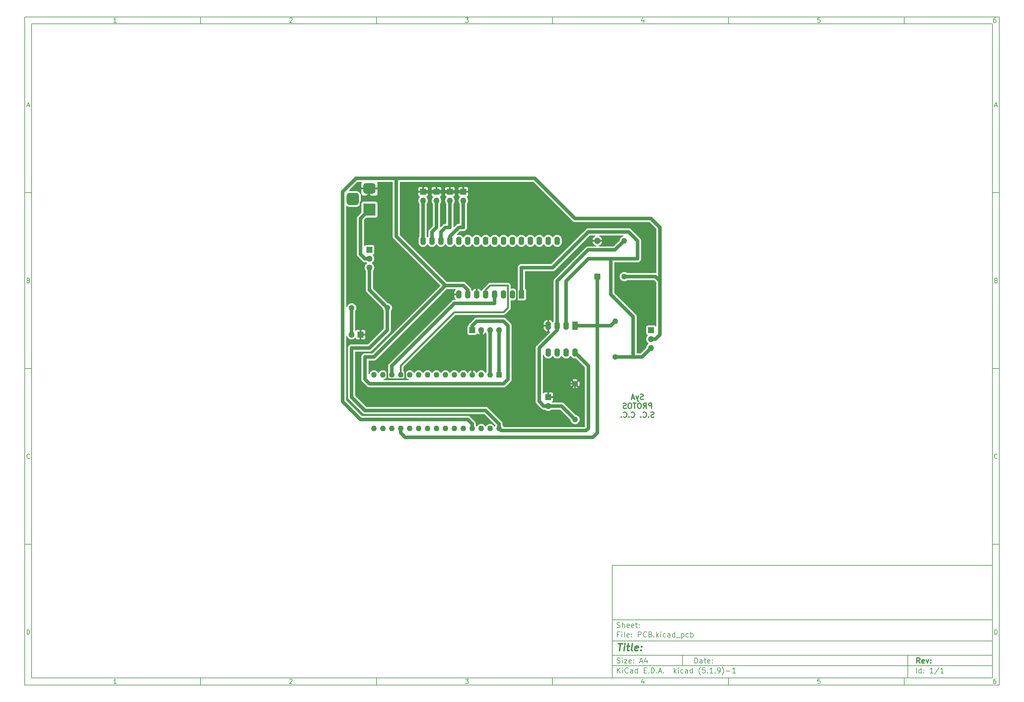
<source format=gbr>
%TF.GenerationSoftware,KiCad,Pcbnew,(5.1.9)-1*%
%TF.CreationDate,2023-11-25T15:35:42-05:00*%
%TF.ProjectId,PCB,5043422e-6b69-4636-9164-5f7063625858,rev?*%
%TF.SameCoordinates,Original*%
%TF.FileFunction,Copper,L2,Bot*%
%TF.FilePolarity,Positive*%
%FSLAX46Y46*%
G04 Gerber Fmt 4.6, Leading zero omitted, Abs format (unit mm)*
G04 Created by KiCad (PCBNEW (5.1.9)-1) date 2023-11-25 15:35:42*
%MOMM*%
%LPD*%
G01*
G04 APERTURE LIST*
%ADD10C,0.100000*%
%ADD11C,0.150000*%
%ADD12C,0.300000*%
%ADD13C,0.400000*%
%TA.AperFunction,NonConductor*%
%ADD14C,0.300000*%
%TD*%
%TA.AperFunction,ComponentPad*%
%ADD15R,1.600000X1.600000*%
%TD*%
%TA.AperFunction,ComponentPad*%
%ADD16O,1.600000X1.600000*%
%TD*%
%TA.AperFunction,ComponentPad*%
%ADD17R,1.700000X1.700000*%
%TD*%
%TA.AperFunction,ComponentPad*%
%ADD18O,1.700000X1.700000*%
%TD*%
%TA.AperFunction,ComponentPad*%
%ADD19R,1.800000X1.800000*%
%TD*%
%TA.AperFunction,ComponentPad*%
%ADD20O,1.800000X1.800000*%
%TD*%
%TA.AperFunction,ComponentPad*%
%ADD21R,3.500000X3.500000*%
%TD*%
%TA.AperFunction,ComponentPad*%
%ADD22C,1.600000*%
%TD*%
%TA.AperFunction,ComponentPad*%
%ADD23O,1.600000X2.400000*%
%TD*%
%TA.AperFunction,ComponentPad*%
%ADD24R,1.600000X2.400000*%
%TD*%
%TA.AperFunction,Conductor*%
%ADD25C,1.000000*%
%TD*%
%TA.AperFunction,Conductor*%
%ADD26C,0.500000*%
%TD*%
%TA.AperFunction,Conductor*%
%ADD27C,0.254000*%
%TD*%
%TA.AperFunction,Conductor*%
%ADD28C,0.100000*%
%TD*%
G04 APERTURE END LIST*
D10*
D11*
X177002200Y-166007200D02*
X177002200Y-198007200D01*
X285002200Y-198007200D01*
X285002200Y-166007200D01*
X177002200Y-166007200D01*
D10*
D11*
X10000000Y-10000000D02*
X10000000Y-200007200D01*
X287002200Y-200007200D01*
X287002200Y-10000000D01*
X10000000Y-10000000D01*
D10*
D11*
X12000000Y-12000000D02*
X12000000Y-198007200D01*
X285002200Y-198007200D01*
X285002200Y-12000000D01*
X12000000Y-12000000D01*
D10*
D11*
X60000000Y-12000000D02*
X60000000Y-10000000D01*
D10*
D11*
X110000000Y-12000000D02*
X110000000Y-10000000D01*
D10*
D11*
X160000000Y-12000000D02*
X160000000Y-10000000D01*
D10*
D11*
X210000000Y-12000000D02*
X210000000Y-10000000D01*
D10*
D11*
X260000000Y-12000000D02*
X260000000Y-10000000D01*
D10*
D11*
X36065476Y-11588095D02*
X35322619Y-11588095D01*
X35694047Y-11588095D02*
X35694047Y-10288095D01*
X35570238Y-10473809D01*
X35446428Y-10597619D01*
X35322619Y-10659523D01*
D10*
D11*
X85322619Y-10411904D02*
X85384523Y-10350000D01*
X85508333Y-10288095D01*
X85817857Y-10288095D01*
X85941666Y-10350000D01*
X86003571Y-10411904D01*
X86065476Y-10535714D01*
X86065476Y-10659523D01*
X86003571Y-10845238D01*
X85260714Y-11588095D01*
X86065476Y-11588095D01*
D10*
D11*
X135260714Y-10288095D02*
X136065476Y-10288095D01*
X135632142Y-10783333D01*
X135817857Y-10783333D01*
X135941666Y-10845238D01*
X136003571Y-10907142D01*
X136065476Y-11030952D01*
X136065476Y-11340476D01*
X136003571Y-11464285D01*
X135941666Y-11526190D01*
X135817857Y-11588095D01*
X135446428Y-11588095D01*
X135322619Y-11526190D01*
X135260714Y-11464285D01*
D10*
D11*
X185941666Y-10721428D02*
X185941666Y-11588095D01*
X185632142Y-10226190D02*
X185322619Y-11154761D01*
X186127380Y-11154761D01*
D10*
D11*
X236003571Y-10288095D02*
X235384523Y-10288095D01*
X235322619Y-10907142D01*
X235384523Y-10845238D01*
X235508333Y-10783333D01*
X235817857Y-10783333D01*
X235941666Y-10845238D01*
X236003571Y-10907142D01*
X236065476Y-11030952D01*
X236065476Y-11340476D01*
X236003571Y-11464285D01*
X235941666Y-11526190D01*
X235817857Y-11588095D01*
X235508333Y-11588095D01*
X235384523Y-11526190D01*
X235322619Y-11464285D01*
D10*
D11*
X285941666Y-10288095D02*
X285694047Y-10288095D01*
X285570238Y-10350000D01*
X285508333Y-10411904D01*
X285384523Y-10597619D01*
X285322619Y-10845238D01*
X285322619Y-11340476D01*
X285384523Y-11464285D01*
X285446428Y-11526190D01*
X285570238Y-11588095D01*
X285817857Y-11588095D01*
X285941666Y-11526190D01*
X286003571Y-11464285D01*
X286065476Y-11340476D01*
X286065476Y-11030952D01*
X286003571Y-10907142D01*
X285941666Y-10845238D01*
X285817857Y-10783333D01*
X285570238Y-10783333D01*
X285446428Y-10845238D01*
X285384523Y-10907142D01*
X285322619Y-11030952D01*
D10*
D11*
X60000000Y-198007200D02*
X60000000Y-200007200D01*
D10*
D11*
X110000000Y-198007200D02*
X110000000Y-200007200D01*
D10*
D11*
X160000000Y-198007200D02*
X160000000Y-200007200D01*
D10*
D11*
X210000000Y-198007200D02*
X210000000Y-200007200D01*
D10*
D11*
X260000000Y-198007200D02*
X260000000Y-200007200D01*
D10*
D11*
X36065476Y-199595295D02*
X35322619Y-199595295D01*
X35694047Y-199595295D02*
X35694047Y-198295295D01*
X35570238Y-198481009D01*
X35446428Y-198604819D01*
X35322619Y-198666723D01*
D10*
D11*
X85322619Y-198419104D02*
X85384523Y-198357200D01*
X85508333Y-198295295D01*
X85817857Y-198295295D01*
X85941666Y-198357200D01*
X86003571Y-198419104D01*
X86065476Y-198542914D01*
X86065476Y-198666723D01*
X86003571Y-198852438D01*
X85260714Y-199595295D01*
X86065476Y-199595295D01*
D10*
D11*
X135260714Y-198295295D02*
X136065476Y-198295295D01*
X135632142Y-198790533D01*
X135817857Y-198790533D01*
X135941666Y-198852438D01*
X136003571Y-198914342D01*
X136065476Y-199038152D01*
X136065476Y-199347676D01*
X136003571Y-199471485D01*
X135941666Y-199533390D01*
X135817857Y-199595295D01*
X135446428Y-199595295D01*
X135322619Y-199533390D01*
X135260714Y-199471485D01*
D10*
D11*
X185941666Y-198728628D02*
X185941666Y-199595295D01*
X185632142Y-198233390D02*
X185322619Y-199161961D01*
X186127380Y-199161961D01*
D10*
D11*
X236003571Y-198295295D02*
X235384523Y-198295295D01*
X235322619Y-198914342D01*
X235384523Y-198852438D01*
X235508333Y-198790533D01*
X235817857Y-198790533D01*
X235941666Y-198852438D01*
X236003571Y-198914342D01*
X236065476Y-199038152D01*
X236065476Y-199347676D01*
X236003571Y-199471485D01*
X235941666Y-199533390D01*
X235817857Y-199595295D01*
X235508333Y-199595295D01*
X235384523Y-199533390D01*
X235322619Y-199471485D01*
D10*
D11*
X285941666Y-198295295D02*
X285694047Y-198295295D01*
X285570238Y-198357200D01*
X285508333Y-198419104D01*
X285384523Y-198604819D01*
X285322619Y-198852438D01*
X285322619Y-199347676D01*
X285384523Y-199471485D01*
X285446428Y-199533390D01*
X285570238Y-199595295D01*
X285817857Y-199595295D01*
X285941666Y-199533390D01*
X286003571Y-199471485D01*
X286065476Y-199347676D01*
X286065476Y-199038152D01*
X286003571Y-198914342D01*
X285941666Y-198852438D01*
X285817857Y-198790533D01*
X285570238Y-198790533D01*
X285446428Y-198852438D01*
X285384523Y-198914342D01*
X285322619Y-199038152D01*
D10*
D11*
X10000000Y-60000000D02*
X12000000Y-60000000D01*
D10*
D11*
X10000000Y-110000000D02*
X12000000Y-110000000D01*
D10*
D11*
X10000000Y-160000000D02*
X12000000Y-160000000D01*
D10*
D11*
X10690476Y-35216666D02*
X11309523Y-35216666D01*
X10566666Y-35588095D02*
X11000000Y-34288095D01*
X11433333Y-35588095D01*
D10*
D11*
X11092857Y-84907142D02*
X11278571Y-84969047D01*
X11340476Y-85030952D01*
X11402380Y-85154761D01*
X11402380Y-85340476D01*
X11340476Y-85464285D01*
X11278571Y-85526190D01*
X11154761Y-85588095D01*
X10659523Y-85588095D01*
X10659523Y-84288095D01*
X11092857Y-84288095D01*
X11216666Y-84350000D01*
X11278571Y-84411904D01*
X11340476Y-84535714D01*
X11340476Y-84659523D01*
X11278571Y-84783333D01*
X11216666Y-84845238D01*
X11092857Y-84907142D01*
X10659523Y-84907142D01*
D10*
D11*
X11402380Y-135464285D02*
X11340476Y-135526190D01*
X11154761Y-135588095D01*
X11030952Y-135588095D01*
X10845238Y-135526190D01*
X10721428Y-135402380D01*
X10659523Y-135278571D01*
X10597619Y-135030952D01*
X10597619Y-134845238D01*
X10659523Y-134597619D01*
X10721428Y-134473809D01*
X10845238Y-134350000D01*
X11030952Y-134288095D01*
X11154761Y-134288095D01*
X11340476Y-134350000D01*
X11402380Y-134411904D01*
D10*
D11*
X10659523Y-185588095D02*
X10659523Y-184288095D01*
X10969047Y-184288095D01*
X11154761Y-184350000D01*
X11278571Y-184473809D01*
X11340476Y-184597619D01*
X11402380Y-184845238D01*
X11402380Y-185030952D01*
X11340476Y-185278571D01*
X11278571Y-185402380D01*
X11154761Y-185526190D01*
X10969047Y-185588095D01*
X10659523Y-185588095D01*
D10*
D11*
X287002200Y-60000000D02*
X285002200Y-60000000D01*
D10*
D11*
X287002200Y-110000000D02*
X285002200Y-110000000D01*
D10*
D11*
X287002200Y-160000000D02*
X285002200Y-160000000D01*
D10*
D11*
X285692676Y-35216666D02*
X286311723Y-35216666D01*
X285568866Y-35588095D02*
X286002200Y-34288095D01*
X286435533Y-35588095D01*
D10*
D11*
X286095057Y-84907142D02*
X286280771Y-84969047D01*
X286342676Y-85030952D01*
X286404580Y-85154761D01*
X286404580Y-85340476D01*
X286342676Y-85464285D01*
X286280771Y-85526190D01*
X286156961Y-85588095D01*
X285661723Y-85588095D01*
X285661723Y-84288095D01*
X286095057Y-84288095D01*
X286218866Y-84350000D01*
X286280771Y-84411904D01*
X286342676Y-84535714D01*
X286342676Y-84659523D01*
X286280771Y-84783333D01*
X286218866Y-84845238D01*
X286095057Y-84907142D01*
X285661723Y-84907142D01*
D10*
D11*
X286404580Y-135464285D02*
X286342676Y-135526190D01*
X286156961Y-135588095D01*
X286033152Y-135588095D01*
X285847438Y-135526190D01*
X285723628Y-135402380D01*
X285661723Y-135278571D01*
X285599819Y-135030952D01*
X285599819Y-134845238D01*
X285661723Y-134597619D01*
X285723628Y-134473809D01*
X285847438Y-134350000D01*
X286033152Y-134288095D01*
X286156961Y-134288095D01*
X286342676Y-134350000D01*
X286404580Y-134411904D01*
D10*
D11*
X285661723Y-185588095D02*
X285661723Y-184288095D01*
X285971247Y-184288095D01*
X286156961Y-184350000D01*
X286280771Y-184473809D01*
X286342676Y-184597619D01*
X286404580Y-184845238D01*
X286404580Y-185030952D01*
X286342676Y-185278571D01*
X286280771Y-185402380D01*
X286156961Y-185526190D01*
X285971247Y-185588095D01*
X285661723Y-185588095D01*
D10*
D11*
X200434342Y-193785771D02*
X200434342Y-192285771D01*
X200791485Y-192285771D01*
X201005771Y-192357200D01*
X201148628Y-192500057D01*
X201220057Y-192642914D01*
X201291485Y-192928628D01*
X201291485Y-193142914D01*
X201220057Y-193428628D01*
X201148628Y-193571485D01*
X201005771Y-193714342D01*
X200791485Y-193785771D01*
X200434342Y-193785771D01*
X202577200Y-193785771D02*
X202577200Y-193000057D01*
X202505771Y-192857200D01*
X202362914Y-192785771D01*
X202077200Y-192785771D01*
X201934342Y-192857200D01*
X202577200Y-193714342D02*
X202434342Y-193785771D01*
X202077200Y-193785771D01*
X201934342Y-193714342D01*
X201862914Y-193571485D01*
X201862914Y-193428628D01*
X201934342Y-193285771D01*
X202077200Y-193214342D01*
X202434342Y-193214342D01*
X202577200Y-193142914D01*
X203077200Y-192785771D02*
X203648628Y-192785771D01*
X203291485Y-192285771D02*
X203291485Y-193571485D01*
X203362914Y-193714342D01*
X203505771Y-193785771D01*
X203648628Y-193785771D01*
X204720057Y-193714342D02*
X204577200Y-193785771D01*
X204291485Y-193785771D01*
X204148628Y-193714342D01*
X204077200Y-193571485D01*
X204077200Y-193000057D01*
X204148628Y-192857200D01*
X204291485Y-192785771D01*
X204577200Y-192785771D01*
X204720057Y-192857200D01*
X204791485Y-193000057D01*
X204791485Y-193142914D01*
X204077200Y-193285771D01*
X205434342Y-193642914D02*
X205505771Y-193714342D01*
X205434342Y-193785771D01*
X205362914Y-193714342D01*
X205434342Y-193642914D01*
X205434342Y-193785771D01*
X205434342Y-192857200D02*
X205505771Y-192928628D01*
X205434342Y-193000057D01*
X205362914Y-192928628D01*
X205434342Y-192857200D01*
X205434342Y-193000057D01*
D10*
D11*
X177002200Y-194507200D02*
X285002200Y-194507200D01*
D10*
D11*
X178434342Y-196585771D02*
X178434342Y-195085771D01*
X179291485Y-196585771D02*
X178648628Y-195728628D01*
X179291485Y-195085771D02*
X178434342Y-195942914D01*
X179934342Y-196585771D02*
X179934342Y-195585771D01*
X179934342Y-195085771D02*
X179862914Y-195157200D01*
X179934342Y-195228628D01*
X180005771Y-195157200D01*
X179934342Y-195085771D01*
X179934342Y-195228628D01*
X181505771Y-196442914D02*
X181434342Y-196514342D01*
X181220057Y-196585771D01*
X181077200Y-196585771D01*
X180862914Y-196514342D01*
X180720057Y-196371485D01*
X180648628Y-196228628D01*
X180577200Y-195942914D01*
X180577200Y-195728628D01*
X180648628Y-195442914D01*
X180720057Y-195300057D01*
X180862914Y-195157200D01*
X181077200Y-195085771D01*
X181220057Y-195085771D01*
X181434342Y-195157200D01*
X181505771Y-195228628D01*
X182791485Y-196585771D02*
X182791485Y-195800057D01*
X182720057Y-195657200D01*
X182577200Y-195585771D01*
X182291485Y-195585771D01*
X182148628Y-195657200D01*
X182791485Y-196514342D02*
X182648628Y-196585771D01*
X182291485Y-196585771D01*
X182148628Y-196514342D01*
X182077200Y-196371485D01*
X182077200Y-196228628D01*
X182148628Y-196085771D01*
X182291485Y-196014342D01*
X182648628Y-196014342D01*
X182791485Y-195942914D01*
X184148628Y-196585771D02*
X184148628Y-195085771D01*
X184148628Y-196514342D02*
X184005771Y-196585771D01*
X183720057Y-196585771D01*
X183577200Y-196514342D01*
X183505771Y-196442914D01*
X183434342Y-196300057D01*
X183434342Y-195871485D01*
X183505771Y-195728628D01*
X183577200Y-195657200D01*
X183720057Y-195585771D01*
X184005771Y-195585771D01*
X184148628Y-195657200D01*
X186005771Y-195800057D02*
X186505771Y-195800057D01*
X186720057Y-196585771D02*
X186005771Y-196585771D01*
X186005771Y-195085771D01*
X186720057Y-195085771D01*
X187362914Y-196442914D02*
X187434342Y-196514342D01*
X187362914Y-196585771D01*
X187291485Y-196514342D01*
X187362914Y-196442914D01*
X187362914Y-196585771D01*
X188077200Y-196585771D02*
X188077200Y-195085771D01*
X188434342Y-195085771D01*
X188648628Y-195157200D01*
X188791485Y-195300057D01*
X188862914Y-195442914D01*
X188934342Y-195728628D01*
X188934342Y-195942914D01*
X188862914Y-196228628D01*
X188791485Y-196371485D01*
X188648628Y-196514342D01*
X188434342Y-196585771D01*
X188077200Y-196585771D01*
X189577200Y-196442914D02*
X189648628Y-196514342D01*
X189577200Y-196585771D01*
X189505771Y-196514342D01*
X189577200Y-196442914D01*
X189577200Y-196585771D01*
X190220057Y-196157200D02*
X190934342Y-196157200D01*
X190077200Y-196585771D02*
X190577200Y-195085771D01*
X191077200Y-196585771D01*
X191577200Y-196442914D02*
X191648628Y-196514342D01*
X191577200Y-196585771D01*
X191505771Y-196514342D01*
X191577200Y-196442914D01*
X191577200Y-196585771D01*
X194577200Y-196585771D02*
X194577200Y-195085771D01*
X194720057Y-196014342D02*
X195148628Y-196585771D01*
X195148628Y-195585771D02*
X194577200Y-196157200D01*
X195791485Y-196585771D02*
X195791485Y-195585771D01*
X195791485Y-195085771D02*
X195720057Y-195157200D01*
X195791485Y-195228628D01*
X195862914Y-195157200D01*
X195791485Y-195085771D01*
X195791485Y-195228628D01*
X197148628Y-196514342D02*
X197005771Y-196585771D01*
X196720057Y-196585771D01*
X196577200Y-196514342D01*
X196505771Y-196442914D01*
X196434342Y-196300057D01*
X196434342Y-195871485D01*
X196505771Y-195728628D01*
X196577200Y-195657200D01*
X196720057Y-195585771D01*
X197005771Y-195585771D01*
X197148628Y-195657200D01*
X198434342Y-196585771D02*
X198434342Y-195800057D01*
X198362914Y-195657200D01*
X198220057Y-195585771D01*
X197934342Y-195585771D01*
X197791485Y-195657200D01*
X198434342Y-196514342D02*
X198291485Y-196585771D01*
X197934342Y-196585771D01*
X197791485Y-196514342D01*
X197720057Y-196371485D01*
X197720057Y-196228628D01*
X197791485Y-196085771D01*
X197934342Y-196014342D01*
X198291485Y-196014342D01*
X198434342Y-195942914D01*
X199791485Y-196585771D02*
X199791485Y-195085771D01*
X199791485Y-196514342D02*
X199648628Y-196585771D01*
X199362914Y-196585771D01*
X199220057Y-196514342D01*
X199148628Y-196442914D01*
X199077200Y-196300057D01*
X199077200Y-195871485D01*
X199148628Y-195728628D01*
X199220057Y-195657200D01*
X199362914Y-195585771D01*
X199648628Y-195585771D01*
X199791485Y-195657200D01*
X202077200Y-197157200D02*
X202005771Y-197085771D01*
X201862914Y-196871485D01*
X201791485Y-196728628D01*
X201720057Y-196514342D01*
X201648628Y-196157200D01*
X201648628Y-195871485D01*
X201720057Y-195514342D01*
X201791485Y-195300057D01*
X201862914Y-195157200D01*
X202005771Y-194942914D01*
X202077200Y-194871485D01*
X203362914Y-195085771D02*
X202648628Y-195085771D01*
X202577200Y-195800057D01*
X202648628Y-195728628D01*
X202791485Y-195657200D01*
X203148628Y-195657200D01*
X203291485Y-195728628D01*
X203362914Y-195800057D01*
X203434342Y-195942914D01*
X203434342Y-196300057D01*
X203362914Y-196442914D01*
X203291485Y-196514342D01*
X203148628Y-196585771D01*
X202791485Y-196585771D01*
X202648628Y-196514342D01*
X202577200Y-196442914D01*
X204077200Y-196442914D02*
X204148628Y-196514342D01*
X204077200Y-196585771D01*
X204005771Y-196514342D01*
X204077200Y-196442914D01*
X204077200Y-196585771D01*
X205577200Y-196585771D02*
X204720057Y-196585771D01*
X205148628Y-196585771D02*
X205148628Y-195085771D01*
X205005771Y-195300057D01*
X204862914Y-195442914D01*
X204720057Y-195514342D01*
X206220057Y-196442914D02*
X206291485Y-196514342D01*
X206220057Y-196585771D01*
X206148628Y-196514342D01*
X206220057Y-196442914D01*
X206220057Y-196585771D01*
X207005771Y-196585771D02*
X207291485Y-196585771D01*
X207434342Y-196514342D01*
X207505771Y-196442914D01*
X207648628Y-196228628D01*
X207720057Y-195942914D01*
X207720057Y-195371485D01*
X207648628Y-195228628D01*
X207577200Y-195157200D01*
X207434342Y-195085771D01*
X207148628Y-195085771D01*
X207005771Y-195157200D01*
X206934342Y-195228628D01*
X206862914Y-195371485D01*
X206862914Y-195728628D01*
X206934342Y-195871485D01*
X207005771Y-195942914D01*
X207148628Y-196014342D01*
X207434342Y-196014342D01*
X207577200Y-195942914D01*
X207648628Y-195871485D01*
X207720057Y-195728628D01*
X208220057Y-197157200D02*
X208291485Y-197085771D01*
X208434342Y-196871485D01*
X208505771Y-196728628D01*
X208577200Y-196514342D01*
X208648628Y-196157200D01*
X208648628Y-195871485D01*
X208577200Y-195514342D01*
X208505771Y-195300057D01*
X208434342Y-195157200D01*
X208291485Y-194942914D01*
X208220057Y-194871485D01*
X209362914Y-196014342D02*
X210505771Y-196014342D01*
X212005771Y-196585771D02*
X211148628Y-196585771D01*
X211577200Y-196585771D02*
X211577200Y-195085771D01*
X211434342Y-195300057D01*
X211291485Y-195442914D01*
X211148628Y-195514342D01*
D10*
D11*
X177002200Y-191507200D02*
X285002200Y-191507200D01*
D10*
D12*
X264411485Y-193785771D02*
X263911485Y-193071485D01*
X263554342Y-193785771D02*
X263554342Y-192285771D01*
X264125771Y-192285771D01*
X264268628Y-192357200D01*
X264340057Y-192428628D01*
X264411485Y-192571485D01*
X264411485Y-192785771D01*
X264340057Y-192928628D01*
X264268628Y-193000057D01*
X264125771Y-193071485D01*
X263554342Y-193071485D01*
X265625771Y-193714342D02*
X265482914Y-193785771D01*
X265197200Y-193785771D01*
X265054342Y-193714342D01*
X264982914Y-193571485D01*
X264982914Y-193000057D01*
X265054342Y-192857200D01*
X265197200Y-192785771D01*
X265482914Y-192785771D01*
X265625771Y-192857200D01*
X265697200Y-193000057D01*
X265697200Y-193142914D01*
X264982914Y-193285771D01*
X266197200Y-192785771D02*
X266554342Y-193785771D01*
X266911485Y-192785771D01*
X267482914Y-193642914D02*
X267554342Y-193714342D01*
X267482914Y-193785771D01*
X267411485Y-193714342D01*
X267482914Y-193642914D01*
X267482914Y-193785771D01*
X267482914Y-192857200D02*
X267554342Y-192928628D01*
X267482914Y-193000057D01*
X267411485Y-192928628D01*
X267482914Y-192857200D01*
X267482914Y-193000057D01*
D10*
D11*
X178362914Y-193714342D02*
X178577200Y-193785771D01*
X178934342Y-193785771D01*
X179077200Y-193714342D01*
X179148628Y-193642914D01*
X179220057Y-193500057D01*
X179220057Y-193357200D01*
X179148628Y-193214342D01*
X179077200Y-193142914D01*
X178934342Y-193071485D01*
X178648628Y-193000057D01*
X178505771Y-192928628D01*
X178434342Y-192857200D01*
X178362914Y-192714342D01*
X178362914Y-192571485D01*
X178434342Y-192428628D01*
X178505771Y-192357200D01*
X178648628Y-192285771D01*
X179005771Y-192285771D01*
X179220057Y-192357200D01*
X179862914Y-193785771D02*
X179862914Y-192785771D01*
X179862914Y-192285771D02*
X179791485Y-192357200D01*
X179862914Y-192428628D01*
X179934342Y-192357200D01*
X179862914Y-192285771D01*
X179862914Y-192428628D01*
X180434342Y-192785771D02*
X181220057Y-192785771D01*
X180434342Y-193785771D01*
X181220057Y-193785771D01*
X182362914Y-193714342D02*
X182220057Y-193785771D01*
X181934342Y-193785771D01*
X181791485Y-193714342D01*
X181720057Y-193571485D01*
X181720057Y-193000057D01*
X181791485Y-192857200D01*
X181934342Y-192785771D01*
X182220057Y-192785771D01*
X182362914Y-192857200D01*
X182434342Y-193000057D01*
X182434342Y-193142914D01*
X181720057Y-193285771D01*
X183077200Y-193642914D02*
X183148628Y-193714342D01*
X183077200Y-193785771D01*
X183005771Y-193714342D01*
X183077200Y-193642914D01*
X183077200Y-193785771D01*
X183077200Y-192857200D02*
X183148628Y-192928628D01*
X183077200Y-193000057D01*
X183005771Y-192928628D01*
X183077200Y-192857200D01*
X183077200Y-193000057D01*
X184862914Y-193357200D02*
X185577200Y-193357200D01*
X184720057Y-193785771D02*
X185220057Y-192285771D01*
X185720057Y-193785771D01*
X186862914Y-192785771D02*
X186862914Y-193785771D01*
X186505771Y-192214342D02*
X186148628Y-193285771D01*
X187077200Y-193285771D01*
D10*
D11*
X263434342Y-196585771D02*
X263434342Y-195085771D01*
X264791485Y-196585771D02*
X264791485Y-195085771D01*
X264791485Y-196514342D02*
X264648628Y-196585771D01*
X264362914Y-196585771D01*
X264220057Y-196514342D01*
X264148628Y-196442914D01*
X264077200Y-196300057D01*
X264077200Y-195871485D01*
X264148628Y-195728628D01*
X264220057Y-195657200D01*
X264362914Y-195585771D01*
X264648628Y-195585771D01*
X264791485Y-195657200D01*
X265505771Y-196442914D02*
X265577200Y-196514342D01*
X265505771Y-196585771D01*
X265434342Y-196514342D01*
X265505771Y-196442914D01*
X265505771Y-196585771D01*
X265505771Y-195657200D02*
X265577200Y-195728628D01*
X265505771Y-195800057D01*
X265434342Y-195728628D01*
X265505771Y-195657200D01*
X265505771Y-195800057D01*
X268148628Y-196585771D02*
X267291485Y-196585771D01*
X267720057Y-196585771D02*
X267720057Y-195085771D01*
X267577200Y-195300057D01*
X267434342Y-195442914D01*
X267291485Y-195514342D01*
X269862914Y-195014342D02*
X268577200Y-196942914D01*
X271148628Y-196585771D02*
X270291485Y-196585771D01*
X270720057Y-196585771D02*
X270720057Y-195085771D01*
X270577200Y-195300057D01*
X270434342Y-195442914D01*
X270291485Y-195514342D01*
D10*
D11*
X177002200Y-187507200D02*
X285002200Y-187507200D01*
D10*
D13*
X178714580Y-188211961D02*
X179857438Y-188211961D01*
X179036009Y-190211961D02*
X179286009Y-188211961D01*
X180274104Y-190211961D02*
X180440771Y-188878628D01*
X180524104Y-188211961D02*
X180416961Y-188307200D01*
X180500295Y-188402438D01*
X180607438Y-188307200D01*
X180524104Y-188211961D01*
X180500295Y-188402438D01*
X181107438Y-188878628D02*
X181869342Y-188878628D01*
X181476485Y-188211961D02*
X181262200Y-189926247D01*
X181333628Y-190116723D01*
X181512200Y-190211961D01*
X181702676Y-190211961D01*
X182655057Y-190211961D02*
X182476485Y-190116723D01*
X182405057Y-189926247D01*
X182619342Y-188211961D01*
X184190771Y-190116723D02*
X183988390Y-190211961D01*
X183607438Y-190211961D01*
X183428866Y-190116723D01*
X183357438Y-189926247D01*
X183452676Y-189164342D01*
X183571723Y-188973866D01*
X183774104Y-188878628D01*
X184155057Y-188878628D01*
X184333628Y-188973866D01*
X184405057Y-189164342D01*
X184381247Y-189354819D01*
X183405057Y-189545295D01*
X185155057Y-190021485D02*
X185238390Y-190116723D01*
X185131247Y-190211961D01*
X185047914Y-190116723D01*
X185155057Y-190021485D01*
X185131247Y-190211961D01*
X185286009Y-188973866D02*
X185369342Y-189069104D01*
X185262200Y-189164342D01*
X185178866Y-189069104D01*
X185286009Y-188973866D01*
X185262200Y-189164342D01*
D10*
D11*
X178934342Y-185600057D02*
X178434342Y-185600057D01*
X178434342Y-186385771D02*
X178434342Y-184885771D01*
X179148628Y-184885771D01*
X179720057Y-186385771D02*
X179720057Y-185385771D01*
X179720057Y-184885771D02*
X179648628Y-184957200D01*
X179720057Y-185028628D01*
X179791485Y-184957200D01*
X179720057Y-184885771D01*
X179720057Y-185028628D01*
X180648628Y-186385771D02*
X180505771Y-186314342D01*
X180434342Y-186171485D01*
X180434342Y-184885771D01*
X181791485Y-186314342D02*
X181648628Y-186385771D01*
X181362914Y-186385771D01*
X181220057Y-186314342D01*
X181148628Y-186171485D01*
X181148628Y-185600057D01*
X181220057Y-185457200D01*
X181362914Y-185385771D01*
X181648628Y-185385771D01*
X181791485Y-185457200D01*
X181862914Y-185600057D01*
X181862914Y-185742914D01*
X181148628Y-185885771D01*
X182505771Y-186242914D02*
X182577200Y-186314342D01*
X182505771Y-186385771D01*
X182434342Y-186314342D01*
X182505771Y-186242914D01*
X182505771Y-186385771D01*
X182505771Y-185457200D02*
X182577200Y-185528628D01*
X182505771Y-185600057D01*
X182434342Y-185528628D01*
X182505771Y-185457200D01*
X182505771Y-185600057D01*
X184362914Y-186385771D02*
X184362914Y-184885771D01*
X184934342Y-184885771D01*
X185077200Y-184957200D01*
X185148628Y-185028628D01*
X185220057Y-185171485D01*
X185220057Y-185385771D01*
X185148628Y-185528628D01*
X185077200Y-185600057D01*
X184934342Y-185671485D01*
X184362914Y-185671485D01*
X186720057Y-186242914D02*
X186648628Y-186314342D01*
X186434342Y-186385771D01*
X186291485Y-186385771D01*
X186077200Y-186314342D01*
X185934342Y-186171485D01*
X185862914Y-186028628D01*
X185791485Y-185742914D01*
X185791485Y-185528628D01*
X185862914Y-185242914D01*
X185934342Y-185100057D01*
X186077200Y-184957200D01*
X186291485Y-184885771D01*
X186434342Y-184885771D01*
X186648628Y-184957200D01*
X186720057Y-185028628D01*
X187862914Y-185600057D02*
X188077200Y-185671485D01*
X188148628Y-185742914D01*
X188220057Y-185885771D01*
X188220057Y-186100057D01*
X188148628Y-186242914D01*
X188077200Y-186314342D01*
X187934342Y-186385771D01*
X187362914Y-186385771D01*
X187362914Y-184885771D01*
X187862914Y-184885771D01*
X188005771Y-184957200D01*
X188077200Y-185028628D01*
X188148628Y-185171485D01*
X188148628Y-185314342D01*
X188077200Y-185457200D01*
X188005771Y-185528628D01*
X187862914Y-185600057D01*
X187362914Y-185600057D01*
X188862914Y-186242914D02*
X188934342Y-186314342D01*
X188862914Y-186385771D01*
X188791485Y-186314342D01*
X188862914Y-186242914D01*
X188862914Y-186385771D01*
X189577200Y-186385771D02*
X189577200Y-184885771D01*
X189720057Y-185814342D02*
X190148628Y-186385771D01*
X190148628Y-185385771D02*
X189577200Y-185957200D01*
X190791485Y-186385771D02*
X190791485Y-185385771D01*
X190791485Y-184885771D02*
X190720057Y-184957200D01*
X190791485Y-185028628D01*
X190862914Y-184957200D01*
X190791485Y-184885771D01*
X190791485Y-185028628D01*
X192148628Y-186314342D02*
X192005771Y-186385771D01*
X191720057Y-186385771D01*
X191577200Y-186314342D01*
X191505771Y-186242914D01*
X191434342Y-186100057D01*
X191434342Y-185671485D01*
X191505771Y-185528628D01*
X191577200Y-185457200D01*
X191720057Y-185385771D01*
X192005771Y-185385771D01*
X192148628Y-185457200D01*
X193434342Y-186385771D02*
X193434342Y-185600057D01*
X193362914Y-185457200D01*
X193220057Y-185385771D01*
X192934342Y-185385771D01*
X192791485Y-185457200D01*
X193434342Y-186314342D02*
X193291485Y-186385771D01*
X192934342Y-186385771D01*
X192791485Y-186314342D01*
X192720057Y-186171485D01*
X192720057Y-186028628D01*
X192791485Y-185885771D01*
X192934342Y-185814342D01*
X193291485Y-185814342D01*
X193434342Y-185742914D01*
X194791485Y-186385771D02*
X194791485Y-184885771D01*
X194791485Y-186314342D02*
X194648628Y-186385771D01*
X194362914Y-186385771D01*
X194220057Y-186314342D01*
X194148628Y-186242914D01*
X194077200Y-186100057D01*
X194077200Y-185671485D01*
X194148628Y-185528628D01*
X194220057Y-185457200D01*
X194362914Y-185385771D01*
X194648628Y-185385771D01*
X194791485Y-185457200D01*
X195148628Y-186528628D02*
X196291485Y-186528628D01*
X196648628Y-185385771D02*
X196648628Y-186885771D01*
X196648628Y-185457200D02*
X196791485Y-185385771D01*
X197077200Y-185385771D01*
X197220057Y-185457200D01*
X197291485Y-185528628D01*
X197362914Y-185671485D01*
X197362914Y-186100057D01*
X197291485Y-186242914D01*
X197220057Y-186314342D01*
X197077200Y-186385771D01*
X196791485Y-186385771D01*
X196648628Y-186314342D01*
X198648628Y-186314342D02*
X198505771Y-186385771D01*
X198220057Y-186385771D01*
X198077200Y-186314342D01*
X198005771Y-186242914D01*
X197934342Y-186100057D01*
X197934342Y-185671485D01*
X198005771Y-185528628D01*
X198077200Y-185457200D01*
X198220057Y-185385771D01*
X198505771Y-185385771D01*
X198648628Y-185457200D01*
X199291485Y-186385771D02*
X199291485Y-184885771D01*
X199291485Y-185457200D02*
X199434342Y-185385771D01*
X199720057Y-185385771D01*
X199862914Y-185457200D01*
X199934342Y-185528628D01*
X200005771Y-185671485D01*
X200005771Y-186100057D01*
X199934342Y-186242914D01*
X199862914Y-186314342D01*
X199720057Y-186385771D01*
X199434342Y-186385771D01*
X199291485Y-186314342D01*
D10*
D11*
X177002200Y-181507200D02*
X285002200Y-181507200D01*
D10*
D11*
X178362914Y-183614342D02*
X178577200Y-183685771D01*
X178934342Y-183685771D01*
X179077200Y-183614342D01*
X179148628Y-183542914D01*
X179220057Y-183400057D01*
X179220057Y-183257200D01*
X179148628Y-183114342D01*
X179077200Y-183042914D01*
X178934342Y-182971485D01*
X178648628Y-182900057D01*
X178505771Y-182828628D01*
X178434342Y-182757200D01*
X178362914Y-182614342D01*
X178362914Y-182471485D01*
X178434342Y-182328628D01*
X178505771Y-182257200D01*
X178648628Y-182185771D01*
X179005771Y-182185771D01*
X179220057Y-182257200D01*
X179862914Y-183685771D02*
X179862914Y-182185771D01*
X180505771Y-183685771D02*
X180505771Y-182900057D01*
X180434342Y-182757200D01*
X180291485Y-182685771D01*
X180077200Y-182685771D01*
X179934342Y-182757200D01*
X179862914Y-182828628D01*
X181791485Y-183614342D02*
X181648628Y-183685771D01*
X181362914Y-183685771D01*
X181220057Y-183614342D01*
X181148628Y-183471485D01*
X181148628Y-182900057D01*
X181220057Y-182757200D01*
X181362914Y-182685771D01*
X181648628Y-182685771D01*
X181791485Y-182757200D01*
X181862914Y-182900057D01*
X181862914Y-183042914D01*
X181148628Y-183185771D01*
X183077200Y-183614342D02*
X182934342Y-183685771D01*
X182648628Y-183685771D01*
X182505771Y-183614342D01*
X182434342Y-183471485D01*
X182434342Y-182900057D01*
X182505771Y-182757200D01*
X182648628Y-182685771D01*
X182934342Y-182685771D01*
X183077200Y-182757200D01*
X183148628Y-182900057D01*
X183148628Y-183042914D01*
X182434342Y-183185771D01*
X183577200Y-182685771D02*
X184148628Y-182685771D01*
X183791485Y-182185771D02*
X183791485Y-183471485D01*
X183862914Y-183614342D01*
X184005771Y-183685771D01*
X184148628Y-183685771D01*
X184648628Y-183542914D02*
X184720057Y-183614342D01*
X184648628Y-183685771D01*
X184577200Y-183614342D01*
X184648628Y-183542914D01*
X184648628Y-183685771D01*
X184648628Y-182757200D02*
X184720057Y-182828628D01*
X184648628Y-182900057D01*
X184577200Y-182828628D01*
X184648628Y-182757200D01*
X184648628Y-182900057D01*
D10*
D11*
X197002200Y-191507200D02*
X197002200Y-194507200D01*
D10*
D11*
X261002200Y-191507200D02*
X261002200Y-198007200D01*
D14*
X185792857Y-118707142D02*
X185578571Y-118778571D01*
X185221428Y-118778571D01*
X185078571Y-118707142D01*
X185007142Y-118635714D01*
X184935714Y-118492857D01*
X184935714Y-118350000D01*
X185007142Y-118207142D01*
X185078571Y-118135714D01*
X185221428Y-118064285D01*
X185507142Y-117992857D01*
X185650000Y-117921428D01*
X185721428Y-117850000D01*
X185792857Y-117707142D01*
X185792857Y-117564285D01*
X185721428Y-117421428D01*
X185650000Y-117350000D01*
X185507142Y-117278571D01*
X185150000Y-117278571D01*
X184935714Y-117350000D01*
X184435714Y-117778571D02*
X184078571Y-118778571D01*
X183721428Y-117778571D02*
X184078571Y-118778571D01*
X184221428Y-119135714D01*
X184292857Y-119207142D01*
X184435714Y-119278571D01*
X183221428Y-118350000D02*
X182507142Y-118350000D01*
X183364285Y-118778571D02*
X182864285Y-117278571D01*
X182364285Y-118778571D01*
X188150000Y-121328571D02*
X188150000Y-119828571D01*
X187578571Y-119828571D01*
X187435714Y-119900000D01*
X187364285Y-119971428D01*
X187292857Y-120114285D01*
X187292857Y-120328571D01*
X187364285Y-120471428D01*
X187435714Y-120542857D01*
X187578571Y-120614285D01*
X188150000Y-120614285D01*
X185792857Y-121328571D02*
X186292857Y-120614285D01*
X186650000Y-121328571D02*
X186650000Y-119828571D01*
X186078571Y-119828571D01*
X185935714Y-119900000D01*
X185864285Y-119971428D01*
X185792857Y-120114285D01*
X185792857Y-120328571D01*
X185864285Y-120471428D01*
X185935714Y-120542857D01*
X186078571Y-120614285D01*
X186650000Y-120614285D01*
X184864285Y-119828571D02*
X184578571Y-119828571D01*
X184435714Y-119900000D01*
X184292857Y-120042857D01*
X184221428Y-120328571D01*
X184221428Y-120828571D01*
X184292857Y-121114285D01*
X184435714Y-121257142D01*
X184578571Y-121328571D01*
X184864285Y-121328571D01*
X185007142Y-121257142D01*
X185150000Y-121114285D01*
X185221428Y-120828571D01*
X185221428Y-120328571D01*
X185150000Y-120042857D01*
X185007142Y-119900000D01*
X184864285Y-119828571D01*
X183792857Y-119828571D02*
X182935714Y-119828571D01*
X183364285Y-121328571D02*
X183364285Y-119828571D01*
X182150000Y-119828571D02*
X181864285Y-119828571D01*
X181721428Y-119900000D01*
X181578571Y-120042857D01*
X181507142Y-120328571D01*
X181507142Y-120828571D01*
X181578571Y-121114285D01*
X181721428Y-121257142D01*
X181864285Y-121328571D01*
X182150000Y-121328571D01*
X182292857Y-121257142D01*
X182435714Y-121114285D01*
X182507142Y-120828571D01*
X182507142Y-120328571D01*
X182435714Y-120042857D01*
X182292857Y-119900000D01*
X182150000Y-119828571D01*
X180935714Y-121257142D02*
X180721428Y-121328571D01*
X180364285Y-121328571D01*
X180221428Y-121257142D01*
X180150000Y-121185714D01*
X180078571Y-121042857D01*
X180078571Y-120900000D01*
X180150000Y-120757142D01*
X180221428Y-120685714D01*
X180364285Y-120614285D01*
X180650000Y-120542857D01*
X180792857Y-120471428D01*
X180864285Y-120400000D01*
X180935714Y-120257142D01*
X180935714Y-120114285D01*
X180864285Y-119971428D01*
X180792857Y-119900000D01*
X180650000Y-119828571D01*
X180292857Y-119828571D01*
X180078571Y-119900000D01*
X188828571Y-123807142D02*
X188614285Y-123878571D01*
X188257142Y-123878571D01*
X188114285Y-123807142D01*
X188042857Y-123735714D01*
X187971428Y-123592857D01*
X187971428Y-123450000D01*
X188042857Y-123307142D01*
X188114285Y-123235714D01*
X188257142Y-123164285D01*
X188542857Y-123092857D01*
X188685714Y-123021428D01*
X188757142Y-122950000D01*
X188828571Y-122807142D01*
X188828571Y-122664285D01*
X188757142Y-122521428D01*
X188685714Y-122450000D01*
X188542857Y-122378571D01*
X188185714Y-122378571D01*
X187971428Y-122450000D01*
X187328571Y-123735714D02*
X187257142Y-123807142D01*
X187328571Y-123878571D01*
X187400000Y-123807142D01*
X187328571Y-123735714D01*
X187328571Y-123878571D01*
X185757142Y-123735714D02*
X185828571Y-123807142D01*
X186042857Y-123878571D01*
X186185714Y-123878571D01*
X186400000Y-123807142D01*
X186542857Y-123664285D01*
X186614285Y-123521428D01*
X186685714Y-123235714D01*
X186685714Y-123021428D01*
X186614285Y-122735714D01*
X186542857Y-122592857D01*
X186400000Y-122450000D01*
X186185714Y-122378571D01*
X186042857Y-122378571D01*
X185828571Y-122450000D01*
X185757142Y-122521428D01*
X185114285Y-123735714D02*
X185042857Y-123807142D01*
X185114285Y-123878571D01*
X185185714Y-123807142D01*
X185114285Y-123735714D01*
X185114285Y-123878571D01*
X182400000Y-123735714D02*
X182471428Y-123807142D01*
X182685714Y-123878571D01*
X182828571Y-123878571D01*
X183042857Y-123807142D01*
X183185714Y-123664285D01*
X183257142Y-123521428D01*
X183328571Y-123235714D01*
X183328571Y-123021428D01*
X183257142Y-122735714D01*
X183185714Y-122592857D01*
X183042857Y-122450000D01*
X182828571Y-122378571D01*
X182685714Y-122378571D01*
X182471428Y-122450000D01*
X182400000Y-122521428D01*
X181757142Y-123735714D02*
X181685714Y-123807142D01*
X181757142Y-123878571D01*
X181828571Y-123807142D01*
X181757142Y-123735714D01*
X181757142Y-123878571D01*
X180185714Y-123735714D02*
X180257142Y-123807142D01*
X180471428Y-123878571D01*
X180614285Y-123878571D01*
X180828571Y-123807142D01*
X180971428Y-123664285D01*
X181042857Y-123521428D01*
X181114285Y-123235714D01*
X181114285Y-123021428D01*
X181042857Y-122735714D01*
X180971428Y-122592857D01*
X180828571Y-122450000D01*
X180614285Y-122378571D01*
X180471428Y-122378571D01*
X180257142Y-122450000D01*
X180185714Y-122521428D01*
X179542857Y-123735714D02*
X179471428Y-123807142D01*
X179542857Y-123878571D01*
X179614285Y-123807142D01*
X179542857Y-123735714D01*
X179542857Y-123878571D01*
D15*
%TO.P,A1,1*%
%TO.N,Net-(A1-Pad1)*%
X144780000Y-111760000D03*
D16*
%TO.P,A1,17*%
%TO.N,N/C*%
X111760000Y-127000000D03*
%TO.P,A1,2*%
%TO.N,Net-(A1-Pad2)*%
X142240000Y-111760000D03*
%TO.P,A1,18*%
%TO.N,N/C*%
X114300000Y-127000000D03*
%TO.P,A1,3*%
X139700000Y-111760000D03*
%TO.P,A1,19*%
%TO.N,Net-(A1-Pad19)*%
X116840000Y-127000000D03*
%TO.P,A1,4*%
%TO.N,GND*%
X137160000Y-111760000D03*
%TO.P,A1,20*%
%TO.N,N/C*%
X119380000Y-127000000D03*
%TO.P,A1,5*%
X134620000Y-111760000D03*
%TO.P,A1,21*%
X121920000Y-127000000D03*
%TO.P,A1,6*%
X132080000Y-111760000D03*
%TO.P,A1,22*%
X124460000Y-127000000D03*
%TO.P,A1,7*%
X129540000Y-111760000D03*
%TO.P,A1,23*%
X127000000Y-127000000D03*
%TO.P,A1,8*%
X127000000Y-111760000D03*
%TO.P,A1,24*%
X129540000Y-127000000D03*
%TO.P,A1,9*%
X124460000Y-111760000D03*
%TO.P,A1,25*%
X132080000Y-127000000D03*
%TO.P,A1,10*%
X121920000Y-111760000D03*
%TO.P,A1,26*%
X134620000Y-127000000D03*
%TO.P,A1,11*%
X119380000Y-111760000D03*
%TO.P,A1,27*%
%TO.N,Net-(A1-Pad27)*%
X137160000Y-127000000D03*
%TO.P,A1,12*%
%TO.N,Net-(A1-Pad12)*%
X116840000Y-111760000D03*
%TO.P,A1,28*%
%TO.N,N/C*%
X139700000Y-127000000D03*
%TO.P,A1,13*%
%TO.N,Net-(A1-Pad13)*%
X114300000Y-111760000D03*
%TO.P,A1,29*%
%TO.N,N/C*%
X142240000Y-127000000D03*
%TO.P,A1,14*%
X111760000Y-111760000D03*
%TO.P,A1,30*%
%TO.N,Net-(A1-Pad30)*%
X144780000Y-127000000D03*
%TO.P,A1,15*%
%TO.N,N/C*%
X109220000Y-111760000D03*
%TO.P,A1,16*%
X109220000Y-127000000D03*
%TD*%
D17*
%TO.P,C1,1*%
%TO.N,GND*%
X158750000Y-118110000D03*
D18*
%TO.P,C1,2*%
%TO.N,Net-(C1-Pad2)*%
X158750000Y-120650000D03*
%TD*%
D19*
%TO.P,D1,1*%
%TO.N,Net-(A1-Pad19)*%
X172720000Y-83820000D03*
D20*
%TO.P,D1,2*%
%TO.N,GND*%
X172720000Y-73660000D03*
%TD*%
D18*
%TO.P,D2,2*%
%TO.N,Net-(D2-Pad2)*%
X102870000Y-100330000D03*
D17*
%TO.P,D2,1*%
%TO.N,GND*%
X105410000Y-100330000D03*
%TD*%
D21*
%TO.P,J1,1*%
%TO.N,Net-(J1-Pad1)*%
X107950000Y-64770000D03*
%TO.P,J1,2*%
%TO.N,GND*%
%TA.AperFunction,ComponentPad*%
G36*
G01*
X106950000Y-57270000D02*
X108950000Y-57270000D01*
G75*
G02*
X109700000Y-58020000I0J-750000D01*
G01*
X109700000Y-59520000D01*
G75*
G02*
X108950000Y-60270000I-750000J0D01*
G01*
X106950000Y-60270000D01*
G75*
G02*
X106200000Y-59520000I0J750000D01*
G01*
X106200000Y-58020000D01*
G75*
G02*
X106950000Y-57270000I750000J0D01*
G01*
G37*
%TD.AperFunction*%
%TO.P,J1,3*%
%TO.N,N/C*%
%TA.AperFunction,ComponentPad*%
G36*
G01*
X102375000Y-60020000D02*
X104125000Y-60020000D01*
G75*
G02*
X105000000Y-60895000I0J-875000D01*
G01*
X105000000Y-62645000D01*
G75*
G02*
X104125000Y-63520000I-875000J0D01*
G01*
X102375000Y-63520000D01*
G75*
G02*
X101500000Y-62645000I0J875000D01*
G01*
X101500000Y-60895000D01*
G75*
G02*
X102375000Y-60020000I875000J0D01*
G01*
G37*
%TD.AperFunction*%
%TD*%
D17*
%TO.P,J2,1*%
%TO.N,N/C*%
X107950000Y-76200000D03*
D18*
%TO.P,J2,2*%
%TO.N,Net-(J1-Pad1)*%
X107950000Y-78740000D03*
%TO.P,J2,3*%
%TO.N,Net-(A1-Pad30)*%
X107950000Y-81280000D03*
%TD*%
%TO.P,J3,2*%
%TO.N,Net-(J3-Pad2)*%
X123190000Y-62230000D03*
D17*
%TO.P,J3,1*%
%TO.N,GND*%
X123190000Y-59690000D03*
%TD*%
%TO.P,J4,1*%
%TO.N,GND*%
X127000000Y-59690000D03*
D18*
%TO.P,J4,2*%
%TO.N,Net-(J4-Pad2)*%
X127000000Y-62230000D03*
%TD*%
D17*
%TO.P,J5,1*%
%TO.N,GND*%
X130810000Y-59690000D03*
D18*
%TO.P,J5,2*%
%TO.N,Net-(J5-Pad2)*%
X130810000Y-62230000D03*
%TD*%
%TO.P,J6,2*%
%TO.N,Net-(J6-Pad2)*%
X134620000Y-62230000D03*
D17*
%TO.P,J6,1*%
%TO.N,GND*%
X134620000Y-59690000D03*
%TD*%
%TO.P,J7,1*%
%TO.N,Net-(A1-Pad27)*%
X137160000Y-99060000D03*
D18*
%TO.P,J7,2*%
%TO.N,GND*%
X139700000Y-99060000D03*
%TO.P,J7,3*%
%TO.N,Net-(A1-Pad2)*%
X142240000Y-99060000D03*
%TO.P,J7,4*%
%TO.N,Net-(A1-Pad1)*%
X144780000Y-99060000D03*
%TD*%
D22*
%TO.P,R1,1*%
%TO.N,GND*%
X166370000Y-114300000D03*
D16*
%TO.P,R1,2*%
%TO.N,Net-(C1-Pad2)*%
X166370000Y-124460000D03*
%TD*%
D22*
%TO.P,R2,1*%
%TO.N,Net-(A1-Pad27)*%
X180340000Y-83820000D03*
D16*
%TO.P,R2,2*%
%TO.N,Net-(C1-Pad2)*%
X180340000Y-73660000D03*
%TD*%
%TO.P,R3,2*%
%TO.N,Net-(A1-Pad19)*%
X177800000Y-96520000D03*
D22*
%TO.P,R3,1*%
%TO.N,Net-(R3-Pad1)*%
X177800000Y-106680000D03*
%TD*%
D16*
%TO.P,R4,2*%
%TO.N,Net-(A1-Pad30)*%
X113030000Y-92710000D03*
D22*
%TO.P,R4,1*%
%TO.N,Net-(D2-Pad2)*%
X102870000Y-92710000D03*
%TD*%
D18*
%TO.P,RV1,3*%
%TO.N,Net-(R3-Pad1)*%
X187960000Y-104140000D03*
%TO.P,RV1,2*%
%TO.N,Net-(A1-Pad27)*%
X187960000Y-101600000D03*
D17*
%TO.P,RV1,1*%
%TO.N,N/C*%
X187960000Y-99060000D03*
%TD*%
D23*
%TO.P,U1,16*%
%TO.N,N/C*%
X161290000Y-73660000D03*
%TO.P,U1,24*%
%TO.N,Net-(A1-Pad27)*%
X135890000Y-88900000D03*
%TO.P,U1,17*%
%TO.N,N/C*%
X158750000Y-73660000D03*
%TO.P,U1,12*%
%TO.N,GND*%
X133350000Y-88900000D03*
%TO.P,U1,18*%
%TO.N,N/C*%
X156210000Y-73660000D03*
%TO.P,U1,15*%
%TO.N,GND*%
X138430000Y-88900000D03*
%TO.P,U1,19*%
%TO.N,N/C*%
X153670000Y-73660000D03*
%TO.P,U1,13*%
X148590000Y-88900000D03*
%TO.P,U1,20*%
X151130000Y-73660000D03*
%TO.P,U1,14*%
X146050000Y-88900000D03*
%TO.P,U1,21*%
X148590000Y-73660000D03*
%TO.P,U1,11*%
%TO.N,Net-(A1-Pad13)*%
X143510000Y-88900000D03*
%TO.P,U1,22*%
%TO.N,N/C*%
X146050000Y-73660000D03*
%TO.P,U1,10*%
%TO.N,Net-(A1-Pad12)*%
X140970000Y-88900000D03*
%TO.P,U1,23*%
%TO.N,N/C*%
X143510000Y-73660000D03*
D24*
%TO.P,U1,1*%
%TO.N,Net-(R3-Pad1)*%
X151130000Y-88900000D03*
D23*
%TO.P,U1,2*%
%TO.N,N/C*%
X140970000Y-73660000D03*
%TO.P,U1,9*%
%TO.N,Net-(J3-Pad2)*%
X123190000Y-73660000D03*
%TO.P,U1,3*%
%TO.N,N/C*%
X138430000Y-73660000D03*
%TO.P,U1,8*%
%TO.N,Net-(J4-Pad2)*%
X125730000Y-73660000D03*
%TO.P,U1,4*%
%TO.N,N/C*%
X135890000Y-73660000D03*
%TO.P,U1,7*%
%TO.N,Net-(J5-Pad2)*%
X128270000Y-73660000D03*
%TO.P,U1,5*%
%TO.N,N/C*%
X133350000Y-73660000D03*
%TO.P,U1,6*%
%TO.N,Net-(J6-Pad2)*%
X130810000Y-73660000D03*
%TD*%
D24*
%TO.P,U2,1*%
%TO.N,Net-(A1-Pad19)*%
X166370000Y-97790000D03*
D23*
%TO.P,U2,5*%
%TO.N,N/C*%
X158750000Y-105410000D03*
%TO.P,U2,2*%
%TO.N,Net-(R3-Pad1)*%
X163830000Y-97790000D03*
%TO.P,U2,6*%
%TO.N,N/C*%
X161290000Y-105410000D03*
%TO.P,U2,3*%
%TO.N,Net-(C1-Pad2)*%
X161290000Y-97790000D03*
%TO.P,U2,7*%
%TO.N,N/C*%
X163830000Y-105410000D03*
%TO.P,U2,4*%
%TO.N,GND*%
X158750000Y-97790000D03*
%TO.P,U2,8*%
%TO.N,Net-(A1-Pad30)*%
X166370000Y-105410000D03*
%TD*%
D25*
%TO.N,Net-(A1-Pad1)*%
X144780000Y-99060000D02*
X144780000Y-111760000D01*
%TO.N,Net-(A1-Pad2)*%
X142240000Y-99060000D02*
X142240000Y-111760000D01*
%TO.N,Net-(A1-Pad19)*%
X166370000Y-97790000D02*
X171450000Y-97790000D01*
X171450000Y-97790000D02*
X172720000Y-97790000D01*
X172720000Y-128270000D02*
X172720000Y-126157070D01*
X172720000Y-126157070D02*
X172720000Y-97790000D01*
X176530000Y-97790000D02*
X177800000Y-96520000D01*
X172720000Y-97790000D02*
X176530000Y-97790000D01*
X172720000Y-83820000D02*
X172720000Y-97790000D01*
X171450000Y-129540000D02*
X172720000Y-128270000D01*
X118110000Y-129540000D02*
X171450000Y-129540000D01*
X116840000Y-127000000D02*
X116840000Y-128270000D01*
X116840000Y-128270000D02*
X118110000Y-129540000D01*
%TO.N,GND*%
X123190000Y-59690000D02*
X127000000Y-59690000D01*
X127000000Y-59690000D02*
X130810000Y-59690000D01*
X130810000Y-59690000D02*
X134620000Y-59690000D01*
X139700000Y-99060000D02*
X139700000Y-106680000D01*
X139700000Y-106680000D02*
X137160000Y-109220000D01*
D26*
X105450010Y-62769990D02*
X105450010Y-64729990D01*
X107950000Y-60270000D02*
X105450010Y-62769990D01*
X107950000Y-58770000D02*
X107950000Y-60270000D01*
X132050000Y-88900000D02*
X133350000Y-88900000D01*
X113049999Y-107900001D02*
X132050000Y-88900000D01*
X113049999Y-112360001D02*
X113049999Y-107900001D01*
X113030000Y-112380000D02*
X113049999Y-112360001D01*
X113030000Y-113030000D02*
X113030000Y-112380000D01*
X118110000Y-113030000D02*
X113030000Y-113030000D01*
X118129999Y-110470001D02*
X118129999Y-113010001D01*
X118129999Y-113010001D02*
X118110000Y-113030000D01*
X119380000Y-109220000D02*
X118129999Y-110470001D01*
X157450000Y-97790000D02*
X158750000Y-97790000D01*
X166370000Y-114300000D02*
X166370000Y-120650000D01*
X154940000Y-123190000D02*
X154940000Y-120650000D01*
X162560000Y-124460000D02*
X160014403Y-124460000D01*
X160014403Y-124460000D02*
X158744403Y-123190000D01*
X158744403Y-123190000D02*
X154940000Y-123190000D01*
X154940000Y-120650000D02*
X152400000Y-118110000D01*
X152400000Y-118110000D02*
X152400000Y-102840000D01*
X158750000Y-118110000D02*
X160020000Y-118110000D01*
X163830000Y-114300000D02*
X166370000Y-114300000D01*
X160020000Y-118110000D02*
X163830000Y-114300000D01*
X149860000Y-95250000D02*
X154925000Y-100315000D01*
X149860000Y-86360000D02*
X149860000Y-95250000D01*
X147320000Y-83820000D02*
X149860000Y-86360000D01*
X142240000Y-83820000D02*
X147320000Y-83820000D01*
X140970000Y-85090000D02*
X142240000Y-83820000D01*
X138430000Y-85090000D02*
X140970000Y-85090000D01*
X138430000Y-88900000D02*
X138430000Y-85090000D01*
X154925000Y-100315000D02*
X157450000Y-97790000D01*
X152400000Y-102840000D02*
X154925000Y-100315000D01*
X119380000Y-109220000D02*
X137160000Y-109220000D01*
X105410000Y-100330000D02*
X105410000Y-97790000D01*
X134620000Y-59690000D02*
X138430000Y-59690000D01*
X172720000Y-73660000D02*
X170180000Y-73660000D01*
X166370000Y-120650000D02*
X168275000Y-122555000D01*
X168275000Y-122555000D02*
X168275000Y-125730000D01*
X164465000Y-126365000D02*
X167640000Y-126365000D01*
X168275000Y-125730000D02*
X167640000Y-126365000D01*
X164465000Y-126365000D02*
X163830000Y-125730000D01*
X163830000Y-125730000D02*
X162560000Y-124460000D01*
D25*
%TO.N,Net-(A1-Pad27)*%
X135890000Y-87630000D02*
X135890000Y-88900000D01*
X137160000Y-99060000D02*
X137160000Y-97790000D01*
X137160000Y-97790000D02*
X138430000Y-96520000D01*
X138430000Y-96520000D02*
X146050000Y-96520000D01*
X146050000Y-96520000D02*
X147320000Y-97790000D01*
X134620000Y-86360000D02*
X135890000Y-87630000D01*
X147320000Y-97790000D02*
X147320000Y-113030000D01*
X147320000Y-113030000D02*
X146050000Y-114300000D01*
X146050000Y-114300000D02*
X107950000Y-114300000D01*
X107950000Y-114300000D02*
X106680000Y-113030000D01*
X106680000Y-113030000D02*
X106680000Y-106680000D01*
X106680000Y-106680000D02*
X109220000Y-106680000D01*
X129540000Y-86360000D02*
X134620000Y-86360000D01*
X118110000Y-97790000D02*
X129540000Y-86360000D01*
X115570000Y-100330000D02*
X118110000Y-97790000D01*
X109220000Y-106680000D02*
X115570000Y-100330000D01*
X115570000Y-72390000D02*
X129540000Y-86360000D01*
X190500000Y-77470000D02*
X190500000Y-76200000D01*
X190500000Y-85090000D02*
X190500000Y-77470000D01*
X187960000Y-101600000D02*
X189230000Y-101600000D01*
X189230000Y-101600000D02*
X190500000Y-100330000D01*
X190500000Y-100330000D02*
X190500000Y-85090000D01*
X189230000Y-83820000D02*
X190500000Y-85090000D01*
X180340000Y-83820000D02*
X189230000Y-83820000D01*
X166370000Y-67310000D02*
X187960000Y-67310000D01*
X154940000Y-55880000D02*
X166370000Y-67310000D01*
X100330000Y-59690000D02*
X104140000Y-55880000D01*
X187960000Y-67310000D02*
X190500000Y-69850000D01*
X100330000Y-119380000D02*
X100330000Y-59690000D01*
X105410000Y-124460000D02*
X100330000Y-119380000D01*
X135890000Y-124460000D02*
X105410000Y-124460000D01*
X190500000Y-69850000D02*
X190500000Y-77470000D01*
X137160000Y-125730000D02*
X135890000Y-124460000D01*
X137160000Y-127000000D02*
X137160000Y-125730000D01*
X115570000Y-72390000D02*
X115570000Y-55880000D01*
X115570000Y-55880000D02*
X154940000Y-55880000D01*
X104140000Y-55880000D02*
X115570000Y-55880000D01*
D26*
%TO.N,Net-(A1-Pad12)*%
X147320000Y-86360000D02*
X144780000Y-86360000D01*
X146050000Y-93980000D02*
X147320000Y-92710000D01*
X147320000Y-92710000D02*
X147320000Y-86360000D01*
X132080000Y-93980000D02*
X146050000Y-93980000D01*
X144780000Y-86360000D02*
X145677781Y-86360000D01*
X142240000Y-86360000D02*
X144780000Y-86360000D01*
X142240000Y-86360000D02*
X140970000Y-87630000D01*
X140970000Y-87630000D02*
X140970000Y-88900000D01*
X132080000Y-93980000D02*
X116840000Y-109220000D01*
X116840000Y-109220000D02*
X116840000Y-111760000D01*
D25*
%TO.N,Net-(A1-Pad13)*%
X143510000Y-91440000D02*
X143510000Y-88900000D01*
X132080000Y-91440000D02*
X143510000Y-91440000D01*
X114300000Y-109220000D02*
X132080000Y-91440000D01*
X114300000Y-111760000D02*
X114300000Y-109220000D01*
%TO.N,Net-(A1-Pad30)*%
X107950000Y-87630000D02*
X113030000Y-92710000D01*
X107950000Y-81280000D02*
X107950000Y-87630000D01*
X144780000Y-125730000D02*
X144780000Y-127000000D01*
X106680000Y-121920000D02*
X140970000Y-121920000D01*
X102870000Y-118110000D02*
X106680000Y-121920000D01*
X140970000Y-121920000D02*
X144780000Y-125730000D01*
X102870000Y-104140000D02*
X102870000Y-118110000D01*
X107950000Y-104140000D02*
X102870000Y-104140000D01*
X113030000Y-99060000D02*
X107950000Y-104140000D01*
X113030000Y-92710000D02*
X113030000Y-99060000D01*
X170180000Y-109220000D02*
X166370000Y-105410000D01*
X144780000Y-127000000D02*
X145415000Y-127635000D01*
X145415000Y-127635000D02*
X169545000Y-127635000D01*
X170180000Y-127000000D02*
X170180000Y-109220000D01*
X169545000Y-127635000D02*
X170180000Y-127000000D01*
%TO.N,Net-(C1-Pad2)*%
X162560000Y-120650000D02*
X166370000Y-124460000D01*
X158750000Y-120650000D02*
X162560000Y-120650000D01*
X157547919Y-120650000D02*
X156210000Y-119312081D01*
X158750000Y-120650000D02*
X157547919Y-120650000D01*
X156210000Y-119312081D02*
X156210000Y-104140000D01*
X161290000Y-99060000D02*
X161290000Y-97790000D01*
X156210000Y-104140000D02*
X161290000Y-99060000D01*
X180340000Y-73660000D02*
X177730010Y-76269990D01*
X161290000Y-85090000D02*
X161290000Y-97790000D01*
X170110010Y-76269990D02*
X161290000Y-85090000D01*
X177730010Y-76269990D02*
X170110010Y-76269990D01*
%TO.N,Net-(D2-Pad2)*%
X102870000Y-92710000D02*
X102870000Y-100330000D01*
%TO.N,Net-(J1-Pad1)*%
X107950000Y-78740000D02*
X106680000Y-78740000D01*
X106680000Y-78740000D02*
X105410000Y-77470000D01*
X105410000Y-67310000D02*
X107950000Y-64770000D01*
X105410000Y-77470000D02*
X105410000Y-67310000D01*
%TO.N,Net-(J3-Pad2)*%
X123190000Y-62230000D02*
X123190000Y-73660000D01*
%TO.N,Net-(J4-Pad2)*%
X127000000Y-62230000D02*
X127000000Y-69850000D01*
X125730000Y-71120000D02*
X125730000Y-73660000D01*
X127000000Y-69850000D02*
X125730000Y-71120000D01*
%TO.N,Net-(J5-Pad2)*%
X130810000Y-62230000D02*
X130810000Y-69850000D01*
X130810000Y-69850000D02*
X129540000Y-69850000D01*
X128270000Y-71120000D02*
X128270000Y-73660000D01*
X129540000Y-69850000D02*
X128270000Y-71120000D01*
%TO.N,Net-(J6-Pad2)*%
X130810000Y-73660000D02*
X130810000Y-72390000D01*
X130810000Y-72390000D02*
X133350000Y-69850000D01*
X133350000Y-69850000D02*
X134620000Y-69850000D01*
X134620000Y-69850000D02*
X134620000Y-62230000D01*
%TO.N,Net-(R3-Pad1)*%
X182880000Y-106680000D02*
X185420000Y-106680000D01*
X177800000Y-106680000D02*
X182880000Y-106680000D01*
X185420000Y-106680000D02*
X187960000Y-104140000D01*
X184150000Y-78740000D02*
X176530000Y-78740000D01*
X184150000Y-73660000D02*
X184150000Y-78740000D01*
X163830000Y-85090000D02*
X163830000Y-97790000D01*
X182880000Y-95250000D02*
X182880000Y-106680000D01*
X176530000Y-88900000D02*
X182880000Y-95250000D01*
X176530000Y-88900000D02*
X176530000Y-78740000D01*
X176530000Y-78740000D02*
X170180000Y-78740000D01*
X170180000Y-78740000D02*
X163830000Y-85090000D01*
X151130000Y-88900000D02*
X151130000Y-81280000D01*
X151130000Y-81280000D02*
X160020000Y-81280000D01*
X160020000Y-81280000D02*
X170180000Y-71120000D01*
X181610000Y-71120000D02*
X184150000Y-73660000D01*
X170180000Y-71120000D02*
X181610000Y-71120000D01*
%TD*%
D27*
%TO.N,GND*%
X105610498Y-57025820D02*
X105574188Y-57145518D01*
X105561928Y-57270000D01*
X105565000Y-58484250D01*
X105723750Y-58643000D01*
X107823000Y-58643000D01*
X107823000Y-58623000D01*
X108077000Y-58623000D01*
X108077000Y-58643000D01*
X110176250Y-58643000D01*
X110335000Y-58484250D01*
X110338072Y-57270000D01*
X110325812Y-57145518D01*
X110289502Y-57025820D01*
X110283718Y-57015000D01*
X114435001Y-57015000D01*
X114435000Y-72334248D01*
X114429509Y-72390000D01*
X114435000Y-72445751D01*
X114451423Y-72612498D01*
X114516324Y-72826446D01*
X114621716Y-73023623D01*
X114763551Y-73196449D01*
X114806865Y-73231996D01*
X127934868Y-86360000D01*
X117346862Y-96948007D01*
X117346856Y-96948012D01*
X114806861Y-99488008D01*
X114806856Y-99488012D01*
X108749869Y-105545000D01*
X106735752Y-105545000D01*
X106680000Y-105539509D01*
X106624249Y-105545000D01*
X106624248Y-105545000D01*
X106457501Y-105561423D01*
X106243553Y-105626324D01*
X106046377Y-105731716D01*
X105873551Y-105873551D01*
X105731716Y-106046377D01*
X105626324Y-106243553D01*
X105561423Y-106457501D01*
X105539509Y-106680000D01*
X105545001Y-106735762D01*
X105545000Y-112974248D01*
X105539509Y-113030000D01*
X105545000Y-113085751D01*
X105561423Y-113252498D01*
X105626324Y-113466446D01*
X105731716Y-113663623D01*
X105873551Y-113836449D01*
X105916865Y-113871996D01*
X107108008Y-115063140D01*
X107143551Y-115106449D01*
X107316377Y-115248284D01*
X107513553Y-115353676D01*
X107677705Y-115403471D01*
X107727500Y-115418577D01*
X107748493Y-115420644D01*
X107894248Y-115435000D01*
X107894255Y-115435000D01*
X107949999Y-115440490D01*
X108005743Y-115435000D01*
X145994249Y-115435000D01*
X146050000Y-115440491D01*
X146105751Y-115435000D01*
X146105752Y-115435000D01*
X146272499Y-115418577D01*
X146486447Y-115353676D01*
X146683623Y-115248284D01*
X146856449Y-115106449D01*
X146891996Y-115063135D01*
X148083140Y-113871992D01*
X148126449Y-113836449D01*
X148268284Y-113663623D01*
X148373676Y-113466447D01*
X148438577Y-113252499D01*
X148455000Y-113085752D01*
X148455000Y-113085745D01*
X148460490Y-113030001D01*
X148455000Y-112974257D01*
X148455000Y-97917000D01*
X157315000Y-97917000D01*
X157315000Y-98317000D01*
X157367350Y-98594514D01*
X157472834Y-98856483D01*
X157627399Y-99092839D01*
X157825105Y-99294500D01*
X158058354Y-99453715D01*
X158318182Y-99564367D01*
X158400961Y-99581904D01*
X158623000Y-99459915D01*
X158623000Y-97917000D01*
X157315000Y-97917000D01*
X148455000Y-97917000D01*
X148455000Y-97845743D01*
X148460490Y-97789999D01*
X148455000Y-97734255D01*
X148455000Y-97734248D01*
X148438577Y-97567501D01*
X148373676Y-97353553D01*
X148325275Y-97263000D01*
X157315000Y-97263000D01*
X157315000Y-97663000D01*
X158623000Y-97663000D01*
X158623000Y-96120085D01*
X158400961Y-95998096D01*
X158318182Y-96015633D01*
X158058354Y-96126285D01*
X157825105Y-96285500D01*
X157627399Y-96487161D01*
X157472834Y-96723517D01*
X157367350Y-96985486D01*
X157315000Y-97263000D01*
X148325275Y-97263000D01*
X148268284Y-97156377D01*
X148126449Y-96983551D01*
X148083140Y-96948008D01*
X146891996Y-95756865D01*
X146856449Y-95713551D01*
X146683623Y-95571716D01*
X146486447Y-95466324D01*
X146272499Y-95401423D01*
X146105752Y-95385000D01*
X146105751Y-95385000D01*
X146050000Y-95379509D01*
X145994249Y-95385000D01*
X138485743Y-95385000D01*
X138429999Y-95379510D01*
X138374255Y-95385000D01*
X138374248Y-95385000D01*
X138228493Y-95399356D01*
X138207500Y-95401423D01*
X138157705Y-95416529D01*
X137993553Y-95466324D01*
X137796377Y-95571716D01*
X137623551Y-95713551D01*
X137588008Y-95756860D01*
X136396860Y-96948009D01*
X136353552Y-96983551D01*
X136211717Y-97156377D01*
X136106324Y-97353553D01*
X136041423Y-97567501D01*
X136036398Y-97618524D01*
X136034558Y-97637208D01*
X135955506Y-97679463D01*
X135858815Y-97758815D01*
X135779463Y-97855506D01*
X135720498Y-97965820D01*
X135684188Y-98085518D01*
X135671928Y-98210000D01*
X135671928Y-99910000D01*
X135684188Y-100034482D01*
X135720498Y-100154180D01*
X135779463Y-100264494D01*
X135858815Y-100361185D01*
X135955506Y-100440537D01*
X136065820Y-100499502D01*
X136185518Y-100535812D01*
X136310000Y-100548072D01*
X138010000Y-100548072D01*
X138134482Y-100535812D01*
X138254180Y-100499502D01*
X138364494Y-100440537D01*
X138461185Y-100361185D01*
X138540537Y-100264494D01*
X138599502Y-100154180D01*
X138623966Y-100073534D01*
X138699731Y-100157588D01*
X138933080Y-100331641D01*
X139195901Y-100456825D01*
X139343110Y-100501476D01*
X139573000Y-100380155D01*
X139573000Y-99187000D01*
X139553000Y-99187000D01*
X139553000Y-98933000D01*
X139573000Y-98933000D01*
X139573000Y-98913000D01*
X139827000Y-98913000D01*
X139827000Y-98933000D01*
X139847000Y-98933000D01*
X139847000Y-99187000D01*
X139827000Y-99187000D01*
X139827000Y-100380155D01*
X140056890Y-100501476D01*
X140204099Y-100456825D01*
X140466920Y-100331641D01*
X140700269Y-100157588D01*
X140895178Y-99941355D01*
X140964805Y-99824466D01*
X141086525Y-100006632D01*
X141105000Y-100025107D01*
X141105001Y-110875715D01*
X140970000Y-111077759D01*
X140814637Y-110845241D01*
X140614759Y-110645363D01*
X140379727Y-110488320D01*
X140118574Y-110380147D01*
X139841335Y-110325000D01*
X139558665Y-110325000D01*
X139281426Y-110380147D01*
X139020273Y-110488320D01*
X138785241Y-110645363D01*
X138585363Y-110845241D01*
X138428320Y-111080273D01*
X138423933Y-111090865D01*
X138312385Y-110904869D01*
X138123414Y-110696481D01*
X137897420Y-110528963D01*
X137643087Y-110408754D01*
X137509039Y-110368096D01*
X137287000Y-110490085D01*
X137287000Y-111633000D01*
X137307000Y-111633000D01*
X137307000Y-111887000D01*
X137287000Y-111887000D01*
X137287000Y-111907000D01*
X137033000Y-111907000D01*
X137033000Y-111887000D01*
X137013000Y-111887000D01*
X137013000Y-111633000D01*
X137033000Y-111633000D01*
X137033000Y-110490085D01*
X136810961Y-110368096D01*
X136676913Y-110408754D01*
X136422580Y-110528963D01*
X136196586Y-110696481D01*
X136007615Y-110904869D01*
X135896067Y-111090865D01*
X135891680Y-111080273D01*
X135734637Y-110845241D01*
X135534759Y-110645363D01*
X135299727Y-110488320D01*
X135038574Y-110380147D01*
X134761335Y-110325000D01*
X134478665Y-110325000D01*
X134201426Y-110380147D01*
X133940273Y-110488320D01*
X133705241Y-110645363D01*
X133505363Y-110845241D01*
X133350000Y-111077759D01*
X133194637Y-110845241D01*
X132994759Y-110645363D01*
X132759727Y-110488320D01*
X132498574Y-110380147D01*
X132221335Y-110325000D01*
X131938665Y-110325000D01*
X131661426Y-110380147D01*
X131400273Y-110488320D01*
X131165241Y-110645363D01*
X130965363Y-110845241D01*
X130810000Y-111077759D01*
X130654637Y-110845241D01*
X130454759Y-110645363D01*
X130219727Y-110488320D01*
X129958574Y-110380147D01*
X129681335Y-110325000D01*
X129398665Y-110325000D01*
X129121426Y-110380147D01*
X128860273Y-110488320D01*
X128625241Y-110645363D01*
X128425363Y-110845241D01*
X128270000Y-111077759D01*
X128114637Y-110845241D01*
X127914759Y-110645363D01*
X127679727Y-110488320D01*
X127418574Y-110380147D01*
X127141335Y-110325000D01*
X126858665Y-110325000D01*
X126581426Y-110380147D01*
X126320273Y-110488320D01*
X126085241Y-110645363D01*
X125885363Y-110845241D01*
X125730000Y-111077759D01*
X125574637Y-110845241D01*
X125374759Y-110645363D01*
X125139727Y-110488320D01*
X124878574Y-110380147D01*
X124601335Y-110325000D01*
X124318665Y-110325000D01*
X124041426Y-110380147D01*
X123780273Y-110488320D01*
X123545241Y-110645363D01*
X123345363Y-110845241D01*
X123190000Y-111077759D01*
X123034637Y-110845241D01*
X122834759Y-110645363D01*
X122599727Y-110488320D01*
X122338574Y-110380147D01*
X122061335Y-110325000D01*
X121778665Y-110325000D01*
X121501426Y-110380147D01*
X121240273Y-110488320D01*
X121005241Y-110645363D01*
X120805363Y-110845241D01*
X120650000Y-111077759D01*
X120494637Y-110845241D01*
X120294759Y-110645363D01*
X120059727Y-110488320D01*
X119798574Y-110380147D01*
X119521335Y-110325000D01*
X119238665Y-110325000D01*
X118961426Y-110380147D01*
X118700273Y-110488320D01*
X118465241Y-110645363D01*
X118265363Y-110845241D01*
X118110000Y-111077759D01*
X117954637Y-110845241D01*
X117754759Y-110645363D01*
X117725000Y-110625479D01*
X117725000Y-109586578D01*
X132446579Y-94865000D01*
X146006531Y-94865000D01*
X146050000Y-94869281D01*
X146093469Y-94865000D01*
X146093477Y-94865000D01*
X146223490Y-94852195D01*
X146390313Y-94801589D01*
X146544059Y-94719411D01*
X146678817Y-94608817D01*
X146706534Y-94575044D01*
X147915050Y-93366529D01*
X147948817Y-93338817D01*
X148059411Y-93204059D01*
X148141589Y-93050313D01*
X148192195Y-92883490D01*
X148205000Y-92753477D01*
X148205000Y-92753467D01*
X148209281Y-92710001D01*
X148205000Y-92666535D01*
X148205000Y-90682782D01*
X148308691Y-90714236D01*
X148590000Y-90741943D01*
X148871308Y-90714236D01*
X149141807Y-90632182D01*
X149391100Y-90498932D01*
X149609607Y-90319608D01*
X149702419Y-90206517D01*
X149704188Y-90224482D01*
X149740498Y-90344180D01*
X149799463Y-90454494D01*
X149878815Y-90551185D01*
X149975506Y-90630537D01*
X150085820Y-90689502D01*
X150205518Y-90725812D01*
X150330000Y-90738072D01*
X151930000Y-90738072D01*
X152054482Y-90725812D01*
X152174180Y-90689502D01*
X152284494Y-90630537D01*
X152381185Y-90551185D01*
X152460537Y-90454494D01*
X152519502Y-90344180D01*
X152555812Y-90224482D01*
X152568072Y-90100000D01*
X152568072Y-87700000D01*
X152555812Y-87575518D01*
X152519502Y-87455820D01*
X152460537Y-87345506D01*
X152381185Y-87248815D01*
X152284494Y-87169463D01*
X152265000Y-87159043D01*
X152265000Y-82415000D01*
X159964249Y-82415000D01*
X160020000Y-82420491D01*
X160075751Y-82415000D01*
X160075752Y-82415000D01*
X160242499Y-82398577D01*
X160456447Y-82333676D01*
X160653623Y-82228284D01*
X160826449Y-82086449D01*
X160861996Y-82043135D01*
X170650132Y-72255000D01*
X172116947Y-72255000D01*
X171923586Y-72347764D01*
X171682884Y-72528351D01*
X171482038Y-72752427D01*
X171328766Y-73011380D01*
X171228959Y-73295259D01*
X171349008Y-73533000D01*
X172593000Y-73533000D01*
X172593000Y-73513000D01*
X172847000Y-73513000D01*
X172847000Y-73533000D01*
X174090992Y-73533000D01*
X174211041Y-73295259D01*
X174111234Y-73011380D01*
X173957962Y-72752427D01*
X173757116Y-72528351D01*
X173516414Y-72347764D01*
X173323053Y-72255000D01*
X180047847Y-72255000D01*
X179921426Y-72280147D01*
X179660273Y-72388320D01*
X179425241Y-72545363D01*
X179225363Y-72745241D01*
X179068320Y-72980273D01*
X178960147Y-73241426D01*
X178912150Y-73482718D01*
X177259879Y-75134990D01*
X173137642Y-75134990D01*
X173245107Y-75102394D01*
X173516414Y-74972236D01*
X173757116Y-74791649D01*
X173957962Y-74567573D01*
X174111234Y-74308620D01*
X174211041Y-74024741D01*
X174090992Y-73787000D01*
X172847000Y-73787000D01*
X172847000Y-73807000D01*
X172593000Y-73807000D01*
X172593000Y-73787000D01*
X171349008Y-73787000D01*
X171228959Y-74024741D01*
X171328766Y-74308620D01*
X171482038Y-74567573D01*
X171682884Y-74791649D01*
X171923586Y-74972236D01*
X172194893Y-75102394D01*
X172302358Y-75134990D01*
X170165762Y-75134990D01*
X170110010Y-75129499D01*
X170054258Y-75134990D01*
X169887511Y-75151413D01*
X169673563Y-75216314D01*
X169476387Y-75321706D01*
X169303561Y-75463541D01*
X169268021Y-75506847D01*
X160526865Y-84248004D01*
X160483551Y-84283551D01*
X160341716Y-84456377D01*
X160250812Y-84626449D01*
X160236324Y-84653554D01*
X160171423Y-84867502D01*
X160149509Y-85090000D01*
X160155000Y-85145751D01*
X160155001Y-96510997D01*
X160091068Y-96588899D01*
X160022735Y-96716741D01*
X159872601Y-96487161D01*
X159674895Y-96285500D01*
X159441646Y-96126285D01*
X159181818Y-96015633D01*
X159099039Y-95998096D01*
X158877000Y-96120085D01*
X158877000Y-97663000D01*
X158897000Y-97663000D01*
X158897000Y-97917000D01*
X158877000Y-97917000D01*
X158877000Y-99459915D01*
X159099039Y-99581904D01*
X159180147Y-99564721D01*
X155446860Y-103298009D01*
X155403552Y-103333551D01*
X155261717Y-103506377D01*
X155228749Y-103568057D01*
X155156324Y-103703554D01*
X155091423Y-103917502D01*
X155069509Y-104140000D01*
X155075001Y-104195761D01*
X155075000Y-119256330D01*
X155069509Y-119312081D01*
X155075000Y-119367832D01*
X155091423Y-119534579D01*
X155156324Y-119748527D01*
X155261716Y-119945704D01*
X155403551Y-120118530D01*
X155446865Y-120154077D01*
X156705927Y-121413140D01*
X156741470Y-121456449D01*
X156914296Y-121598284D01*
X157111472Y-121703676D01*
X157275624Y-121753471D01*
X157325419Y-121768577D01*
X157346412Y-121770644D01*
X157492167Y-121785000D01*
X157492174Y-121785000D01*
X157547918Y-121790490D01*
X157603662Y-121785000D01*
X157784893Y-121785000D01*
X157803368Y-121803475D01*
X158046589Y-121965990D01*
X158316842Y-122077932D01*
X158603740Y-122135000D01*
X158896260Y-122135000D01*
X159183158Y-122077932D01*
X159453411Y-121965990D01*
X159696632Y-121803475D01*
X159715107Y-121785000D01*
X162089869Y-121785000D01*
X164942151Y-124637283D01*
X164990147Y-124878574D01*
X165098320Y-125139727D01*
X165255363Y-125374759D01*
X165455241Y-125574637D01*
X165690273Y-125731680D01*
X165951426Y-125839853D01*
X166228665Y-125895000D01*
X166511335Y-125895000D01*
X166788574Y-125839853D01*
X167049727Y-125731680D01*
X167284759Y-125574637D01*
X167484637Y-125374759D01*
X167641680Y-125139727D01*
X167749853Y-124878574D01*
X167805000Y-124601335D01*
X167805000Y-124318665D01*
X167749853Y-124041426D01*
X167641680Y-123780273D01*
X167484637Y-123545241D01*
X167284759Y-123345363D01*
X167049727Y-123188320D01*
X166788574Y-123080147D01*
X166547283Y-123032151D01*
X163401996Y-119886865D01*
X163366449Y-119843551D01*
X163193623Y-119701716D01*
X162996447Y-119596324D01*
X162782499Y-119531423D01*
X162615752Y-119515000D01*
X162615751Y-119515000D01*
X162560000Y-119509509D01*
X162504249Y-119515000D01*
X159908728Y-119515000D01*
X159954494Y-119490537D01*
X160051185Y-119411185D01*
X160130537Y-119314494D01*
X160189502Y-119204180D01*
X160225812Y-119084482D01*
X160238072Y-118960000D01*
X160235000Y-118395750D01*
X160076250Y-118237000D01*
X158877000Y-118237000D01*
X158877000Y-118257000D01*
X158623000Y-118257000D01*
X158623000Y-118237000D01*
X158603000Y-118237000D01*
X158603000Y-117983000D01*
X158623000Y-117983000D01*
X158623000Y-116783750D01*
X158877000Y-116783750D01*
X158877000Y-117983000D01*
X160076250Y-117983000D01*
X160235000Y-117824250D01*
X160238072Y-117260000D01*
X160225812Y-117135518D01*
X160189502Y-117015820D01*
X160130537Y-116905506D01*
X160051185Y-116808815D01*
X159954494Y-116729463D01*
X159844180Y-116670498D01*
X159724482Y-116634188D01*
X159600000Y-116621928D01*
X159035750Y-116625000D01*
X158877000Y-116783750D01*
X158623000Y-116783750D01*
X158464250Y-116625000D01*
X157900000Y-116621928D01*
X157775518Y-116634188D01*
X157655820Y-116670498D01*
X157545506Y-116729463D01*
X157448815Y-116808815D01*
X157369463Y-116905506D01*
X157345000Y-116951272D01*
X157345000Y-115292702D01*
X165556903Y-115292702D01*
X165628486Y-115536671D01*
X165883996Y-115657571D01*
X166158184Y-115726300D01*
X166440512Y-115740217D01*
X166720130Y-115698787D01*
X166986292Y-115603603D01*
X167111514Y-115536671D01*
X167183097Y-115292702D01*
X166370000Y-114479605D01*
X165556903Y-115292702D01*
X157345000Y-115292702D01*
X157345000Y-114370512D01*
X164929783Y-114370512D01*
X164971213Y-114650130D01*
X165066397Y-114916292D01*
X165133329Y-115041514D01*
X165377298Y-115113097D01*
X166190395Y-114300000D01*
X166549605Y-114300000D01*
X167362702Y-115113097D01*
X167606671Y-115041514D01*
X167727571Y-114786004D01*
X167796300Y-114511816D01*
X167810217Y-114229488D01*
X167768787Y-113949870D01*
X167673603Y-113683708D01*
X167606671Y-113558486D01*
X167362702Y-113486903D01*
X166549605Y-114300000D01*
X166190395Y-114300000D01*
X165377298Y-113486903D01*
X165133329Y-113558486D01*
X165012429Y-113813996D01*
X164943700Y-114088184D01*
X164929783Y-114370512D01*
X157345000Y-114370512D01*
X157345000Y-113307298D01*
X165556903Y-113307298D01*
X166370000Y-114120395D01*
X167183097Y-113307298D01*
X167111514Y-113063329D01*
X166856004Y-112942429D01*
X166581816Y-112873700D01*
X166299488Y-112859783D01*
X166019870Y-112901213D01*
X165753708Y-112996397D01*
X165628486Y-113063329D01*
X165556903Y-113307298D01*
X157345000Y-113307298D01*
X157345000Y-106121755D01*
X157417818Y-106361807D01*
X157551068Y-106611100D01*
X157730392Y-106829607D01*
X157948899Y-107008932D01*
X158198192Y-107142182D01*
X158468691Y-107224236D01*
X158750000Y-107251943D01*
X159031308Y-107224236D01*
X159301807Y-107142182D01*
X159551100Y-107008932D01*
X159769607Y-106829608D01*
X159948932Y-106611101D01*
X160020000Y-106478142D01*
X160091068Y-106611100D01*
X160270392Y-106829607D01*
X160488899Y-107008932D01*
X160738192Y-107142182D01*
X161008691Y-107224236D01*
X161290000Y-107251943D01*
X161571308Y-107224236D01*
X161841807Y-107142182D01*
X162091100Y-107008932D01*
X162309607Y-106829608D01*
X162488932Y-106611101D01*
X162560000Y-106478142D01*
X162631068Y-106611100D01*
X162810392Y-106829607D01*
X163028899Y-107008932D01*
X163278192Y-107142182D01*
X163548691Y-107224236D01*
X163830000Y-107251943D01*
X164111308Y-107224236D01*
X164381807Y-107142182D01*
X164631100Y-107008932D01*
X164849607Y-106829608D01*
X165028932Y-106611101D01*
X165100000Y-106478142D01*
X165171068Y-106611100D01*
X165350392Y-106829607D01*
X165568899Y-107008932D01*
X165818192Y-107142182D01*
X166088691Y-107224236D01*
X166370000Y-107251943D01*
X166585578Y-107230710D01*
X169045001Y-109690134D01*
X169045000Y-126500000D01*
X146126125Y-126500000D01*
X146051680Y-126320273D01*
X145915000Y-126115716D01*
X145915000Y-125785752D01*
X145920491Y-125730000D01*
X145898577Y-125507501D01*
X145833676Y-125293553D01*
X145728284Y-125096377D01*
X145621989Y-124966856D01*
X145621987Y-124966854D01*
X145586449Y-124923551D01*
X145543146Y-124888013D01*
X141811996Y-121156865D01*
X141776449Y-121113551D01*
X141603623Y-120971716D01*
X141406447Y-120866324D01*
X141192499Y-120801423D01*
X141025752Y-120785000D01*
X141025751Y-120785000D01*
X140970000Y-120779509D01*
X140914249Y-120785000D01*
X107150133Y-120785000D01*
X104005000Y-117639869D01*
X104005000Y-105275000D01*
X107894249Y-105275000D01*
X107950000Y-105280491D01*
X108005751Y-105275000D01*
X108005752Y-105275000D01*
X108172499Y-105258577D01*
X108386447Y-105193676D01*
X108583623Y-105088284D01*
X108756449Y-104946449D01*
X108791996Y-104903135D01*
X113793141Y-99901991D01*
X113836449Y-99866449D01*
X113978284Y-99693623D01*
X114083676Y-99496447D01*
X114148577Y-99282499D01*
X114165000Y-99115752D01*
X114165000Y-99115751D01*
X114170491Y-99060000D01*
X114165000Y-99004248D01*
X114165000Y-93594284D01*
X114301680Y-93389727D01*
X114409853Y-93128574D01*
X114465000Y-92851335D01*
X114465000Y-92568665D01*
X114409853Y-92291426D01*
X114301680Y-92030273D01*
X114144637Y-91795241D01*
X113944759Y-91595363D01*
X113709727Y-91438320D01*
X113448574Y-91330147D01*
X113207282Y-91282150D01*
X109085000Y-87159869D01*
X109085000Y-82245107D01*
X109103475Y-82226632D01*
X109265990Y-81983411D01*
X109377932Y-81713158D01*
X109435000Y-81426260D01*
X109435000Y-81133740D01*
X109377932Y-80846842D01*
X109265990Y-80576589D01*
X109103475Y-80333368D01*
X108896632Y-80126525D01*
X108722240Y-80010000D01*
X108896632Y-79893475D01*
X109103475Y-79686632D01*
X109265990Y-79443411D01*
X109377932Y-79173158D01*
X109435000Y-78886260D01*
X109435000Y-78593740D01*
X109377932Y-78306842D01*
X109265990Y-78036589D01*
X109103475Y-77793368D01*
X108971620Y-77661513D01*
X109044180Y-77639502D01*
X109154494Y-77580537D01*
X109251185Y-77501185D01*
X109330537Y-77404494D01*
X109389502Y-77294180D01*
X109425812Y-77174482D01*
X109438072Y-77050000D01*
X109438072Y-75350000D01*
X109425812Y-75225518D01*
X109389502Y-75105820D01*
X109330537Y-74995506D01*
X109251185Y-74898815D01*
X109154494Y-74819463D01*
X109044180Y-74760498D01*
X108924482Y-74724188D01*
X108800000Y-74711928D01*
X107100000Y-74711928D01*
X106975518Y-74724188D01*
X106855820Y-74760498D01*
X106745506Y-74819463D01*
X106648815Y-74898815D01*
X106569463Y-74995506D01*
X106545000Y-75041272D01*
X106545000Y-67780131D01*
X107167059Y-67158072D01*
X109700000Y-67158072D01*
X109824482Y-67145812D01*
X109944180Y-67109502D01*
X110054494Y-67050537D01*
X110151185Y-66971185D01*
X110230537Y-66874494D01*
X110289502Y-66764180D01*
X110325812Y-66644482D01*
X110338072Y-66520000D01*
X110338072Y-63020000D01*
X110325812Y-62895518D01*
X110289502Y-62775820D01*
X110230537Y-62665506D01*
X110151185Y-62568815D01*
X110054494Y-62489463D01*
X109944180Y-62430498D01*
X109824482Y-62394188D01*
X109700000Y-62381928D01*
X106200000Y-62381928D01*
X106075518Y-62394188D01*
X105955820Y-62430498D01*
X105845506Y-62489463D01*
X105748815Y-62568815D01*
X105669463Y-62665506D01*
X105628506Y-62742131D01*
X105638072Y-62645000D01*
X105638072Y-60895000D01*
X105608999Y-60599814D01*
X105522896Y-60315972D01*
X105498324Y-60270000D01*
X105561928Y-60270000D01*
X105574188Y-60394482D01*
X105610498Y-60514180D01*
X105669463Y-60624494D01*
X105748815Y-60721185D01*
X105845506Y-60800537D01*
X105955820Y-60859502D01*
X106075518Y-60895812D01*
X106200000Y-60908072D01*
X107664250Y-60905000D01*
X107823000Y-60746250D01*
X107823000Y-58897000D01*
X108077000Y-58897000D01*
X108077000Y-60746250D01*
X108235750Y-60905000D01*
X109700000Y-60908072D01*
X109824482Y-60895812D01*
X109944180Y-60859502D01*
X110054494Y-60800537D01*
X110151185Y-60721185D01*
X110230537Y-60624494D01*
X110289502Y-60514180D01*
X110325812Y-60394482D01*
X110338072Y-60270000D01*
X110335000Y-59055750D01*
X110176250Y-58897000D01*
X108077000Y-58897000D01*
X107823000Y-58897000D01*
X105723750Y-58897000D01*
X105565000Y-59055750D01*
X105561928Y-60270000D01*
X105498324Y-60270000D01*
X105383073Y-60054382D01*
X105194903Y-59825097D01*
X104965618Y-59636927D01*
X104704028Y-59497104D01*
X104420186Y-59411001D01*
X104125000Y-59381928D01*
X102375000Y-59381928D01*
X102228805Y-59396327D01*
X104610133Y-57015000D01*
X105616282Y-57015000D01*
X105610498Y-57025820D01*
%TA.AperFunction,Conductor*%
D28*
G36*
X105610498Y-57025820D02*
G01*
X105574188Y-57145518D01*
X105561928Y-57270000D01*
X105565000Y-58484250D01*
X105723750Y-58643000D01*
X107823000Y-58643000D01*
X107823000Y-58623000D01*
X108077000Y-58623000D01*
X108077000Y-58643000D01*
X110176250Y-58643000D01*
X110335000Y-58484250D01*
X110338072Y-57270000D01*
X110325812Y-57145518D01*
X110289502Y-57025820D01*
X110283718Y-57015000D01*
X114435001Y-57015000D01*
X114435000Y-72334248D01*
X114429509Y-72390000D01*
X114435000Y-72445751D01*
X114451423Y-72612498D01*
X114516324Y-72826446D01*
X114621716Y-73023623D01*
X114763551Y-73196449D01*
X114806865Y-73231996D01*
X127934868Y-86360000D01*
X117346862Y-96948007D01*
X117346856Y-96948012D01*
X114806861Y-99488008D01*
X114806856Y-99488012D01*
X108749869Y-105545000D01*
X106735752Y-105545000D01*
X106680000Y-105539509D01*
X106624249Y-105545000D01*
X106624248Y-105545000D01*
X106457501Y-105561423D01*
X106243553Y-105626324D01*
X106046377Y-105731716D01*
X105873551Y-105873551D01*
X105731716Y-106046377D01*
X105626324Y-106243553D01*
X105561423Y-106457501D01*
X105539509Y-106680000D01*
X105545001Y-106735762D01*
X105545000Y-112974248D01*
X105539509Y-113030000D01*
X105545000Y-113085751D01*
X105561423Y-113252498D01*
X105626324Y-113466446D01*
X105731716Y-113663623D01*
X105873551Y-113836449D01*
X105916865Y-113871996D01*
X107108008Y-115063140D01*
X107143551Y-115106449D01*
X107316377Y-115248284D01*
X107513553Y-115353676D01*
X107677705Y-115403471D01*
X107727500Y-115418577D01*
X107748493Y-115420644D01*
X107894248Y-115435000D01*
X107894255Y-115435000D01*
X107949999Y-115440490D01*
X108005743Y-115435000D01*
X145994249Y-115435000D01*
X146050000Y-115440491D01*
X146105751Y-115435000D01*
X146105752Y-115435000D01*
X146272499Y-115418577D01*
X146486447Y-115353676D01*
X146683623Y-115248284D01*
X146856449Y-115106449D01*
X146891996Y-115063135D01*
X148083140Y-113871992D01*
X148126449Y-113836449D01*
X148268284Y-113663623D01*
X148373676Y-113466447D01*
X148438577Y-113252499D01*
X148455000Y-113085752D01*
X148455000Y-113085745D01*
X148460490Y-113030001D01*
X148455000Y-112974257D01*
X148455000Y-97917000D01*
X157315000Y-97917000D01*
X157315000Y-98317000D01*
X157367350Y-98594514D01*
X157472834Y-98856483D01*
X157627399Y-99092839D01*
X157825105Y-99294500D01*
X158058354Y-99453715D01*
X158318182Y-99564367D01*
X158400961Y-99581904D01*
X158623000Y-99459915D01*
X158623000Y-97917000D01*
X157315000Y-97917000D01*
X148455000Y-97917000D01*
X148455000Y-97845743D01*
X148460490Y-97789999D01*
X148455000Y-97734255D01*
X148455000Y-97734248D01*
X148438577Y-97567501D01*
X148373676Y-97353553D01*
X148325275Y-97263000D01*
X157315000Y-97263000D01*
X157315000Y-97663000D01*
X158623000Y-97663000D01*
X158623000Y-96120085D01*
X158400961Y-95998096D01*
X158318182Y-96015633D01*
X158058354Y-96126285D01*
X157825105Y-96285500D01*
X157627399Y-96487161D01*
X157472834Y-96723517D01*
X157367350Y-96985486D01*
X157315000Y-97263000D01*
X148325275Y-97263000D01*
X148268284Y-97156377D01*
X148126449Y-96983551D01*
X148083140Y-96948008D01*
X146891996Y-95756865D01*
X146856449Y-95713551D01*
X146683623Y-95571716D01*
X146486447Y-95466324D01*
X146272499Y-95401423D01*
X146105752Y-95385000D01*
X146105751Y-95385000D01*
X146050000Y-95379509D01*
X145994249Y-95385000D01*
X138485743Y-95385000D01*
X138429999Y-95379510D01*
X138374255Y-95385000D01*
X138374248Y-95385000D01*
X138228493Y-95399356D01*
X138207500Y-95401423D01*
X138157705Y-95416529D01*
X137993553Y-95466324D01*
X137796377Y-95571716D01*
X137623551Y-95713551D01*
X137588008Y-95756860D01*
X136396860Y-96948009D01*
X136353552Y-96983551D01*
X136211717Y-97156377D01*
X136106324Y-97353553D01*
X136041423Y-97567501D01*
X136036398Y-97618524D01*
X136034558Y-97637208D01*
X135955506Y-97679463D01*
X135858815Y-97758815D01*
X135779463Y-97855506D01*
X135720498Y-97965820D01*
X135684188Y-98085518D01*
X135671928Y-98210000D01*
X135671928Y-99910000D01*
X135684188Y-100034482D01*
X135720498Y-100154180D01*
X135779463Y-100264494D01*
X135858815Y-100361185D01*
X135955506Y-100440537D01*
X136065820Y-100499502D01*
X136185518Y-100535812D01*
X136310000Y-100548072D01*
X138010000Y-100548072D01*
X138134482Y-100535812D01*
X138254180Y-100499502D01*
X138364494Y-100440537D01*
X138461185Y-100361185D01*
X138540537Y-100264494D01*
X138599502Y-100154180D01*
X138623966Y-100073534D01*
X138699731Y-100157588D01*
X138933080Y-100331641D01*
X139195901Y-100456825D01*
X139343110Y-100501476D01*
X139573000Y-100380155D01*
X139573000Y-99187000D01*
X139553000Y-99187000D01*
X139553000Y-98933000D01*
X139573000Y-98933000D01*
X139573000Y-98913000D01*
X139827000Y-98913000D01*
X139827000Y-98933000D01*
X139847000Y-98933000D01*
X139847000Y-99187000D01*
X139827000Y-99187000D01*
X139827000Y-100380155D01*
X140056890Y-100501476D01*
X140204099Y-100456825D01*
X140466920Y-100331641D01*
X140700269Y-100157588D01*
X140895178Y-99941355D01*
X140964805Y-99824466D01*
X141086525Y-100006632D01*
X141105000Y-100025107D01*
X141105001Y-110875715D01*
X140970000Y-111077759D01*
X140814637Y-110845241D01*
X140614759Y-110645363D01*
X140379727Y-110488320D01*
X140118574Y-110380147D01*
X139841335Y-110325000D01*
X139558665Y-110325000D01*
X139281426Y-110380147D01*
X139020273Y-110488320D01*
X138785241Y-110645363D01*
X138585363Y-110845241D01*
X138428320Y-111080273D01*
X138423933Y-111090865D01*
X138312385Y-110904869D01*
X138123414Y-110696481D01*
X137897420Y-110528963D01*
X137643087Y-110408754D01*
X137509039Y-110368096D01*
X137287000Y-110490085D01*
X137287000Y-111633000D01*
X137307000Y-111633000D01*
X137307000Y-111887000D01*
X137287000Y-111887000D01*
X137287000Y-111907000D01*
X137033000Y-111907000D01*
X137033000Y-111887000D01*
X137013000Y-111887000D01*
X137013000Y-111633000D01*
X137033000Y-111633000D01*
X137033000Y-110490085D01*
X136810961Y-110368096D01*
X136676913Y-110408754D01*
X136422580Y-110528963D01*
X136196586Y-110696481D01*
X136007615Y-110904869D01*
X135896067Y-111090865D01*
X135891680Y-111080273D01*
X135734637Y-110845241D01*
X135534759Y-110645363D01*
X135299727Y-110488320D01*
X135038574Y-110380147D01*
X134761335Y-110325000D01*
X134478665Y-110325000D01*
X134201426Y-110380147D01*
X133940273Y-110488320D01*
X133705241Y-110645363D01*
X133505363Y-110845241D01*
X133350000Y-111077759D01*
X133194637Y-110845241D01*
X132994759Y-110645363D01*
X132759727Y-110488320D01*
X132498574Y-110380147D01*
X132221335Y-110325000D01*
X131938665Y-110325000D01*
X131661426Y-110380147D01*
X131400273Y-110488320D01*
X131165241Y-110645363D01*
X130965363Y-110845241D01*
X130810000Y-111077759D01*
X130654637Y-110845241D01*
X130454759Y-110645363D01*
X130219727Y-110488320D01*
X129958574Y-110380147D01*
X129681335Y-110325000D01*
X129398665Y-110325000D01*
X129121426Y-110380147D01*
X128860273Y-110488320D01*
X128625241Y-110645363D01*
X128425363Y-110845241D01*
X128270000Y-111077759D01*
X128114637Y-110845241D01*
X127914759Y-110645363D01*
X127679727Y-110488320D01*
X127418574Y-110380147D01*
X127141335Y-110325000D01*
X126858665Y-110325000D01*
X126581426Y-110380147D01*
X126320273Y-110488320D01*
X126085241Y-110645363D01*
X125885363Y-110845241D01*
X125730000Y-111077759D01*
X125574637Y-110845241D01*
X125374759Y-110645363D01*
X125139727Y-110488320D01*
X124878574Y-110380147D01*
X124601335Y-110325000D01*
X124318665Y-110325000D01*
X124041426Y-110380147D01*
X123780273Y-110488320D01*
X123545241Y-110645363D01*
X123345363Y-110845241D01*
X123190000Y-111077759D01*
X123034637Y-110845241D01*
X122834759Y-110645363D01*
X122599727Y-110488320D01*
X122338574Y-110380147D01*
X122061335Y-110325000D01*
X121778665Y-110325000D01*
X121501426Y-110380147D01*
X121240273Y-110488320D01*
X121005241Y-110645363D01*
X120805363Y-110845241D01*
X120650000Y-111077759D01*
X120494637Y-110845241D01*
X120294759Y-110645363D01*
X120059727Y-110488320D01*
X119798574Y-110380147D01*
X119521335Y-110325000D01*
X119238665Y-110325000D01*
X118961426Y-110380147D01*
X118700273Y-110488320D01*
X118465241Y-110645363D01*
X118265363Y-110845241D01*
X118110000Y-111077759D01*
X117954637Y-110845241D01*
X117754759Y-110645363D01*
X117725000Y-110625479D01*
X117725000Y-109586578D01*
X132446579Y-94865000D01*
X146006531Y-94865000D01*
X146050000Y-94869281D01*
X146093469Y-94865000D01*
X146093477Y-94865000D01*
X146223490Y-94852195D01*
X146390313Y-94801589D01*
X146544059Y-94719411D01*
X146678817Y-94608817D01*
X146706534Y-94575044D01*
X147915050Y-93366529D01*
X147948817Y-93338817D01*
X148059411Y-93204059D01*
X148141589Y-93050313D01*
X148192195Y-92883490D01*
X148205000Y-92753477D01*
X148205000Y-92753467D01*
X148209281Y-92710001D01*
X148205000Y-92666535D01*
X148205000Y-90682782D01*
X148308691Y-90714236D01*
X148590000Y-90741943D01*
X148871308Y-90714236D01*
X149141807Y-90632182D01*
X149391100Y-90498932D01*
X149609607Y-90319608D01*
X149702419Y-90206517D01*
X149704188Y-90224482D01*
X149740498Y-90344180D01*
X149799463Y-90454494D01*
X149878815Y-90551185D01*
X149975506Y-90630537D01*
X150085820Y-90689502D01*
X150205518Y-90725812D01*
X150330000Y-90738072D01*
X151930000Y-90738072D01*
X152054482Y-90725812D01*
X152174180Y-90689502D01*
X152284494Y-90630537D01*
X152381185Y-90551185D01*
X152460537Y-90454494D01*
X152519502Y-90344180D01*
X152555812Y-90224482D01*
X152568072Y-90100000D01*
X152568072Y-87700000D01*
X152555812Y-87575518D01*
X152519502Y-87455820D01*
X152460537Y-87345506D01*
X152381185Y-87248815D01*
X152284494Y-87169463D01*
X152265000Y-87159043D01*
X152265000Y-82415000D01*
X159964249Y-82415000D01*
X160020000Y-82420491D01*
X160075751Y-82415000D01*
X160075752Y-82415000D01*
X160242499Y-82398577D01*
X160456447Y-82333676D01*
X160653623Y-82228284D01*
X160826449Y-82086449D01*
X160861996Y-82043135D01*
X170650132Y-72255000D01*
X172116947Y-72255000D01*
X171923586Y-72347764D01*
X171682884Y-72528351D01*
X171482038Y-72752427D01*
X171328766Y-73011380D01*
X171228959Y-73295259D01*
X171349008Y-73533000D01*
X172593000Y-73533000D01*
X172593000Y-73513000D01*
X172847000Y-73513000D01*
X172847000Y-73533000D01*
X174090992Y-73533000D01*
X174211041Y-73295259D01*
X174111234Y-73011380D01*
X173957962Y-72752427D01*
X173757116Y-72528351D01*
X173516414Y-72347764D01*
X173323053Y-72255000D01*
X180047847Y-72255000D01*
X179921426Y-72280147D01*
X179660273Y-72388320D01*
X179425241Y-72545363D01*
X179225363Y-72745241D01*
X179068320Y-72980273D01*
X178960147Y-73241426D01*
X178912150Y-73482718D01*
X177259879Y-75134990D01*
X173137642Y-75134990D01*
X173245107Y-75102394D01*
X173516414Y-74972236D01*
X173757116Y-74791649D01*
X173957962Y-74567573D01*
X174111234Y-74308620D01*
X174211041Y-74024741D01*
X174090992Y-73787000D01*
X172847000Y-73787000D01*
X172847000Y-73807000D01*
X172593000Y-73807000D01*
X172593000Y-73787000D01*
X171349008Y-73787000D01*
X171228959Y-74024741D01*
X171328766Y-74308620D01*
X171482038Y-74567573D01*
X171682884Y-74791649D01*
X171923586Y-74972236D01*
X172194893Y-75102394D01*
X172302358Y-75134990D01*
X170165762Y-75134990D01*
X170110010Y-75129499D01*
X170054258Y-75134990D01*
X169887511Y-75151413D01*
X169673563Y-75216314D01*
X169476387Y-75321706D01*
X169303561Y-75463541D01*
X169268021Y-75506847D01*
X160526865Y-84248004D01*
X160483551Y-84283551D01*
X160341716Y-84456377D01*
X160250812Y-84626449D01*
X160236324Y-84653554D01*
X160171423Y-84867502D01*
X160149509Y-85090000D01*
X160155000Y-85145751D01*
X160155001Y-96510997D01*
X160091068Y-96588899D01*
X160022735Y-96716741D01*
X159872601Y-96487161D01*
X159674895Y-96285500D01*
X159441646Y-96126285D01*
X159181818Y-96015633D01*
X159099039Y-95998096D01*
X158877000Y-96120085D01*
X158877000Y-97663000D01*
X158897000Y-97663000D01*
X158897000Y-97917000D01*
X158877000Y-97917000D01*
X158877000Y-99459915D01*
X159099039Y-99581904D01*
X159180147Y-99564721D01*
X155446860Y-103298009D01*
X155403552Y-103333551D01*
X155261717Y-103506377D01*
X155228749Y-103568057D01*
X155156324Y-103703554D01*
X155091423Y-103917502D01*
X155069509Y-104140000D01*
X155075001Y-104195761D01*
X155075000Y-119256330D01*
X155069509Y-119312081D01*
X155075000Y-119367832D01*
X155091423Y-119534579D01*
X155156324Y-119748527D01*
X155261716Y-119945704D01*
X155403551Y-120118530D01*
X155446865Y-120154077D01*
X156705927Y-121413140D01*
X156741470Y-121456449D01*
X156914296Y-121598284D01*
X157111472Y-121703676D01*
X157275624Y-121753471D01*
X157325419Y-121768577D01*
X157346412Y-121770644D01*
X157492167Y-121785000D01*
X157492174Y-121785000D01*
X157547918Y-121790490D01*
X157603662Y-121785000D01*
X157784893Y-121785000D01*
X157803368Y-121803475D01*
X158046589Y-121965990D01*
X158316842Y-122077932D01*
X158603740Y-122135000D01*
X158896260Y-122135000D01*
X159183158Y-122077932D01*
X159453411Y-121965990D01*
X159696632Y-121803475D01*
X159715107Y-121785000D01*
X162089869Y-121785000D01*
X164942151Y-124637283D01*
X164990147Y-124878574D01*
X165098320Y-125139727D01*
X165255363Y-125374759D01*
X165455241Y-125574637D01*
X165690273Y-125731680D01*
X165951426Y-125839853D01*
X166228665Y-125895000D01*
X166511335Y-125895000D01*
X166788574Y-125839853D01*
X167049727Y-125731680D01*
X167284759Y-125574637D01*
X167484637Y-125374759D01*
X167641680Y-125139727D01*
X167749853Y-124878574D01*
X167805000Y-124601335D01*
X167805000Y-124318665D01*
X167749853Y-124041426D01*
X167641680Y-123780273D01*
X167484637Y-123545241D01*
X167284759Y-123345363D01*
X167049727Y-123188320D01*
X166788574Y-123080147D01*
X166547283Y-123032151D01*
X163401996Y-119886865D01*
X163366449Y-119843551D01*
X163193623Y-119701716D01*
X162996447Y-119596324D01*
X162782499Y-119531423D01*
X162615752Y-119515000D01*
X162615751Y-119515000D01*
X162560000Y-119509509D01*
X162504249Y-119515000D01*
X159908728Y-119515000D01*
X159954494Y-119490537D01*
X160051185Y-119411185D01*
X160130537Y-119314494D01*
X160189502Y-119204180D01*
X160225812Y-119084482D01*
X160238072Y-118960000D01*
X160235000Y-118395750D01*
X160076250Y-118237000D01*
X158877000Y-118237000D01*
X158877000Y-118257000D01*
X158623000Y-118257000D01*
X158623000Y-118237000D01*
X158603000Y-118237000D01*
X158603000Y-117983000D01*
X158623000Y-117983000D01*
X158623000Y-116783750D01*
X158877000Y-116783750D01*
X158877000Y-117983000D01*
X160076250Y-117983000D01*
X160235000Y-117824250D01*
X160238072Y-117260000D01*
X160225812Y-117135518D01*
X160189502Y-117015820D01*
X160130537Y-116905506D01*
X160051185Y-116808815D01*
X159954494Y-116729463D01*
X159844180Y-116670498D01*
X159724482Y-116634188D01*
X159600000Y-116621928D01*
X159035750Y-116625000D01*
X158877000Y-116783750D01*
X158623000Y-116783750D01*
X158464250Y-116625000D01*
X157900000Y-116621928D01*
X157775518Y-116634188D01*
X157655820Y-116670498D01*
X157545506Y-116729463D01*
X157448815Y-116808815D01*
X157369463Y-116905506D01*
X157345000Y-116951272D01*
X157345000Y-115292702D01*
X165556903Y-115292702D01*
X165628486Y-115536671D01*
X165883996Y-115657571D01*
X166158184Y-115726300D01*
X166440512Y-115740217D01*
X166720130Y-115698787D01*
X166986292Y-115603603D01*
X167111514Y-115536671D01*
X167183097Y-115292702D01*
X166370000Y-114479605D01*
X165556903Y-115292702D01*
X157345000Y-115292702D01*
X157345000Y-114370512D01*
X164929783Y-114370512D01*
X164971213Y-114650130D01*
X165066397Y-114916292D01*
X165133329Y-115041514D01*
X165377298Y-115113097D01*
X166190395Y-114300000D01*
X166549605Y-114300000D01*
X167362702Y-115113097D01*
X167606671Y-115041514D01*
X167727571Y-114786004D01*
X167796300Y-114511816D01*
X167810217Y-114229488D01*
X167768787Y-113949870D01*
X167673603Y-113683708D01*
X167606671Y-113558486D01*
X167362702Y-113486903D01*
X166549605Y-114300000D01*
X166190395Y-114300000D01*
X165377298Y-113486903D01*
X165133329Y-113558486D01*
X165012429Y-113813996D01*
X164943700Y-114088184D01*
X164929783Y-114370512D01*
X157345000Y-114370512D01*
X157345000Y-113307298D01*
X165556903Y-113307298D01*
X166370000Y-114120395D01*
X167183097Y-113307298D01*
X167111514Y-113063329D01*
X166856004Y-112942429D01*
X166581816Y-112873700D01*
X166299488Y-112859783D01*
X166019870Y-112901213D01*
X165753708Y-112996397D01*
X165628486Y-113063329D01*
X165556903Y-113307298D01*
X157345000Y-113307298D01*
X157345000Y-106121755D01*
X157417818Y-106361807D01*
X157551068Y-106611100D01*
X157730392Y-106829607D01*
X157948899Y-107008932D01*
X158198192Y-107142182D01*
X158468691Y-107224236D01*
X158750000Y-107251943D01*
X159031308Y-107224236D01*
X159301807Y-107142182D01*
X159551100Y-107008932D01*
X159769607Y-106829608D01*
X159948932Y-106611101D01*
X160020000Y-106478142D01*
X160091068Y-106611100D01*
X160270392Y-106829607D01*
X160488899Y-107008932D01*
X160738192Y-107142182D01*
X161008691Y-107224236D01*
X161290000Y-107251943D01*
X161571308Y-107224236D01*
X161841807Y-107142182D01*
X162091100Y-107008932D01*
X162309607Y-106829608D01*
X162488932Y-106611101D01*
X162560000Y-106478142D01*
X162631068Y-106611100D01*
X162810392Y-106829607D01*
X163028899Y-107008932D01*
X163278192Y-107142182D01*
X163548691Y-107224236D01*
X163830000Y-107251943D01*
X164111308Y-107224236D01*
X164381807Y-107142182D01*
X164631100Y-107008932D01*
X164849607Y-106829608D01*
X165028932Y-106611101D01*
X165100000Y-106478142D01*
X165171068Y-106611100D01*
X165350392Y-106829607D01*
X165568899Y-107008932D01*
X165818192Y-107142182D01*
X166088691Y-107224236D01*
X166370000Y-107251943D01*
X166585578Y-107230710D01*
X169045001Y-109690134D01*
X169045000Y-126500000D01*
X146126125Y-126500000D01*
X146051680Y-126320273D01*
X145915000Y-126115716D01*
X145915000Y-125785752D01*
X145920491Y-125730000D01*
X145898577Y-125507501D01*
X145833676Y-125293553D01*
X145728284Y-125096377D01*
X145621989Y-124966856D01*
X145621987Y-124966854D01*
X145586449Y-124923551D01*
X145543146Y-124888013D01*
X141811996Y-121156865D01*
X141776449Y-121113551D01*
X141603623Y-120971716D01*
X141406447Y-120866324D01*
X141192499Y-120801423D01*
X141025752Y-120785000D01*
X141025751Y-120785000D01*
X140970000Y-120779509D01*
X140914249Y-120785000D01*
X107150133Y-120785000D01*
X104005000Y-117639869D01*
X104005000Y-105275000D01*
X107894249Y-105275000D01*
X107950000Y-105280491D01*
X108005751Y-105275000D01*
X108005752Y-105275000D01*
X108172499Y-105258577D01*
X108386447Y-105193676D01*
X108583623Y-105088284D01*
X108756449Y-104946449D01*
X108791996Y-104903135D01*
X113793141Y-99901991D01*
X113836449Y-99866449D01*
X113978284Y-99693623D01*
X114083676Y-99496447D01*
X114148577Y-99282499D01*
X114165000Y-99115752D01*
X114165000Y-99115751D01*
X114170491Y-99060000D01*
X114165000Y-99004248D01*
X114165000Y-93594284D01*
X114301680Y-93389727D01*
X114409853Y-93128574D01*
X114465000Y-92851335D01*
X114465000Y-92568665D01*
X114409853Y-92291426D01*
X114301680Y-92030273D01*
X114144637Y-91795241D01*
X113944759Y-91595363D01*
X113709727Y-91438320D01*
X113448574Y-91330147D01*
X113207282Y-91282150D01*
X109085000Y-87159869D01*
X109085000Y-82245107D01*
X109103475Y-82226632D01*
X109265990Y-81983411D01*
X109377932Y-81713158D01*
X109435000Y-81426260D01*
X109435000Y-81133740D01*
X109377932Y-80846842D01*
X109265990Y-80576589D01*
X109103475Y-80333368D01*
X108896632Y-80126525D01*
X108722240Y-80010000D01*
X108896632Y-79893475D01*
X109103475Y-79686632D01*
X109265990Y-79443411D01*
X109377932Y-79173158D01*
X109435000Y-78886260D01*
X109435000Y-78593740D01*
X109377932Y-78306842D01*
X109265990Y-78036589D01*
X109103475Y-77793368D01*
X108971620Y-77661513D01*
X109044180Y-77639502D01*
X109154494Y-77580537D01*
X109251185Y-77501185D01*
X109330537Y-77404494D01*
X109389502Y-77294180D01*
X109425812Y-77174482D01*
X109438072Y-77050000D01*
X109438072Y-75350000D01*
X109425812Y-75225518D01*
X109389502Y-75105820D01*
X109330537Y-74995506D01*
X109251185Y-74898815D01*
X109154494Y-74819463D01*
X109044180Y-74760498D01*
X108924482Y-74724188D01*
X108800000Y-74711928D01*
X107100000Y-74711928D01*
X106975518Y-74724188D01*
X106855820Y-74760498D01*
X106745506Y-74819463D01*
X106648815Y-74898815D01*
X106569463Y-74995506D01*
X106545000Y-75041272D01*
X106545000Y-67780131D01*
X107167059Y-67158072D01*
X109700000Y-67158072D01*
X109824482Y-67145812D01*
X109944180Y-67109502D01*
X110054494Y-67050537D01*
X110151185Y-66971185D01*
X110230537Y-66874494D01*
X110289502Y-66764180D01*
X110325812Y-66644482D01*
X110338072Y-66520000D01*
X110338072Y-63020000D01*
X110325812Y-62895518D01*
X110289502Y-62775820D01*
X110230537Y-62665506D01*
X110151185Y-62568815D01*
X110054494Y-62489463D01*
X109944180Y-62430498D01*
X109824482Y-62394188D01*
X109700000Y-62381928D01*
X106200000Y-62381928D01*
X106075518Y-62394188D01*
X105955820Y-62430498D01*
X105845506Y-62489463D01*
X105748815Y-62568815D01*
X105669463Y-62665506D01*
X105628506Y-62742131D01*
X105638072Y-62645000D01*
X105638072Y-60895000D01*
X105608999Y-60599814D01*
X105522896Y-60315972D01*
X105498324Y-60270000D01*
X105561928Y-60270000D01*
X105574188Y-60394482D01*
X105610498Y-60514180D01*
X105669463Y-60624494D01*
X105748815Y-60721185D01*
X105845506Y-60800537D01*
X105955820Y-60859502D01*
X106075518Y-60895812D01*
X106200000Y-60908072D01*
X107664250Y-60905000D01*
X107823000Y-60746250D01*
X107823000Y-58897000D01*
X108077000Y-58897000D01*
X108077000Y-60746250D01*
X108235750Y-60905000D01*
X109700000Y-60908072D01*
X109824482Y-60895812D01*
X109944180Y-60859502D01*
X110054494Y-60800537D01*
X110151185Y-60721185D01*
X110230537Y-60624494D01*
X110289502Y-60514180D01*
X110325812Y-60394482D01*
X110338072Y-60270000D01*
X110335000Y-59055750D01*
X110176250Y-58897000D01*
X108077000Y-58897000D01*
X107823000Y-58897000D01*
X105723750Y-58897000D01*
X105565000Y-59055750D01*
X105561928Y-60270000D01*
X105498324Y-60270000D01*
X105383073Y-60054382D01*
X105194903Y-59825097D01*
X104965618Y-59636927D01*
X104704028Y-59497104D01*
X104420186Y-59411001D01*
X104125000Y-59381928D01*
X102375000Y-59381928D01*
X102228805Y-59396327D01*
X104610133Y-57015000D01*
X105616282Y-57015000D01*
X105610498Y-57025820D01*
G37*
%TD.AperFunction*%
D27*
X105561928Y-65552941D02*
X104646860Y-66468009D01*
X104603552Y-66503551D01*
X104461717Y-66676377D01*
X104414786Y-66764180D01*
X104356324Y-66873554D01*
X104291423Y-67087502D01*
X104269509Y-67310000D01*
X104275001Y-67365761D01*
X104275000Y-77414248D01*
X104269509Y-77470000D01*
X104275000Y-77525751D01*
X104291423Y-77692498D01*
X104356324Y-77906446D01*
X104461716Y-78103623D01*
X104603551Y-78276449D01*
X104646865Y-78311996D01*
X105838008Y-79503140D01*
X105873551Y-79546449D01*
X106046377Y-79688284D01*
X106243553Y-79793676D01*
X106407705Y-79843471D01*
X106457500Y-79858577D01*
X106478493Y-79860644D01*
X106624248Y-79875000D01*
X106624255Y-79875000D01*
X106679999Y-79880490D01*
X106735743Y-79875000D01*
X106984893Y-79875000D01*
X107003368Y-79893475D01*
X107177760Y-80010000D01*
X107003368Y-80126525D01*
X106796525Y-80333368D01*
X106634010Y-80576589D01*
X106522068Y-80846842D01*
X106465000Y-81133740D01*
X106465000Y-81426260D01*
X106522068Y-81713158D01*
X106634010Y-81983411D01*
X106796525Y-82226632D01*
X106815000Y-82245107D01*
X106815001Y-87574239D01*
X106809509Y-87630000D01*
X106831423Y-87852498D01*
X106896324Y-88066446D01*
X106927119Y-88124059D01*
X107001717Y-88263623D01*
X107143552Y-88436449D01*
X107186860Y-88471991D01*
X111602150Y-92887282D01*
X111650147Y-93128574D01*
X111758320Y-93389727D01*
X111895000Y-93594284D01*
X111895001Y-98589867D01*
X107479869Y-103005000D01*
X102925751Y-103005000D01*
X102870000Y-102999509D01*
X102814248Y-103005000D01*
X102647501Y-103021423D01*
X102433553Y-103086324D01*
X102236377Y-103191716D01*
X102063551Y-103333551D01*
X101921716Y-103506377D01*
X101816324Y-103703553D01*
X101751423Y-103917501D01*
X101729509Y-104140000D01*
X101735000Y-104195752D01*
X101735001Y-118054239D01*
X101729509Y-118110000D01*
X101751423Y-118332498D01*
X101816324Y-118546446D01*
X101865384Y-118638230D01*
X101921717Y-118743623D01*
X102063552Y-118916449D01*
X102106860Y-118951991D01*
X105838013Y-122683146D01*
X105873551Y-122726449D01*
X105916854Y-122761987D01*
X105916856Y-122761989D01*
X106046377Y-122868284D01*
X106243553Y-122973676D01*
X106457501Y-123038577D01*
X106680000Y-123060491D01*
X106735752Y-123055000D01*
X140499869Y-123055000D01*
X143611188Y-126166320D01*
X143510000Y-126317759D01*
X143354637Y-126085241D01*
X143154759Y-125885363D01*
X142919727Y-125728320D01*
X142658574Y-125620147D01*
X142381335Y-125565000D01*
X142098665Y-125565000D01*
X141821426Y-125620147D01*
X141560273Y-125728320D01*
X141325241Y-125885363D01*
X141125363Y-126085241D01*
X140970000Y-126317759D01*
X140814637Y-126085241D01*
X140614759Y-125885363D01*
X140379727Y-125728320D01*
X140118574Y-125620147D01*
X139841335Y-125565000D01*
X139558665Y-125565000D01*
X139281426Y-125620147D01*
X139020273Y-125728320D01*
X138785241Y-125885363D01*
X138585363Y-126085241D01*
X138430000Y-126317759D01*
X138295000Y-126115716D01*
X138295000Y-125785743D01*
X138300490Y-125729999D01*
X138295000Y-125674255D01*
X138295000Y-125674248D01*
X138278577Y-125507501D01*
X138213676Y-125293553D01*
X138108284Y-125096377D01*
X137966449Y-124923551D01*
X137923140Y-124888008D01*
X136731996Y-123696865D01*
X136696449Y-123653551D01*
X136523623Y-123511716D01*
X136326447Y-123406324D01*
X136112499Y-123341423D01*
X135945752Y-123325000D01*
X135945751Y-123325000D01*
X135890000Y-123319509D01*
X135834249Y-123325000D01*
X105880132Y-123325000D01*
X101465000Y-118909869D01*
X101465000Y-100818521D01*
X101554010Y-101033411D01*
X101716525Y-101276632D01*
X101923368Y-101483475D01*
X102166589Y-101645990D01*
X102436842Y-101757932D01*
X102723740Y-101815000D01*
X103016260Y-101815000D01*
X103303158Y-101757932D01*
X103573411Y-101645990D01*
X103816632Y-101483475D01*
X103948487Y-101351620D01*
X103970498Y-101424180D01*
X104029463Y-101534494D01*
X104108815Y-101631185D01*
X104205506Y-101710537D01*
X104315820Y-101769502D01*
X104435518Y-101805812D01*
X104560000Y-101818072D01*
X105124250Y-101815000D01*
X105283000Y-101656250D01*
X105283000Y-100457000D01*
X105537000Y-100457000D01*
X105537000Y-101656250D01*
X105695750Y-101815000D01*
X106260000Y-101818072D01*
X106384482Y-101805812D01*
X106504180Y-101769502D01*
X106614494Y-101710537D01*
X106711185Y-101631185D01*
X106790537Y-101534494D01*
X106849502Y-101424180D01*
X106885812Y-101304482D01*
X106898072Y-101180000D01*
X106895000Y-100615750D01*
X106736250Y-100457000D01*
X105537000Y-100457000D01*
X105283000Y-100457000D01*
X105263000Y-100457000D01*
X105263000Y-100203000D01*
X105283000Y-100203000D01*
X105283000Y-99003750D01*
X105537000Y-99003750D01*
X105537000Y-100203000D01*
X106736250Y-100203000D01*
X106895000Y-100044250D01*
X106898072Y-99480000D01*
X106885812Y-99355518D01*
X106849502Y-99235820D01*
X106790537Y-99125506D01*
X106711185Y-99028815D01*
X106614494Y-98949463D01*
X106504180Y-98890498D01*
X106384482Y-98854188D01*
X106260000Y-98841928D01*
X105695750Y-98845000D01*
X105537000Y-99003750D01*
X105283000Y-99003750D01*
X105124250Y-98845000D01*
X104560000Y-98841928D01*
X104435518Y-98854188D01*
X104315820Y-98890498D01*
X104205506Y-98949463D01*
X104108815Y-99028815D01*
X104029463Y-99125506D01*
X104005000Y-99171272D01*
X104005000Y-93594284D01*
X104141680Y-93389727D01*
X104249853Y-93128574D01*
X104305000Y-92851335D01*
X104305000Y-92568665D01*
X104249853Y-92291426D01*
X104141680Y-92030273D01*
X103984637Y-91795241D01*
X103784759Y-91595363D01*
X103549727Y-91438320D01*
X103288574Y-91330147D01*
X103011335Y-91275000D01*
X102728665Y-91275000D01*
X102451426Y-91330147D01*
X102190273Y-91438320D01*
X101955241Y-91595363D01*
X101755363Y-91795241D01*
X101598320Y-92030273D01*
X101490147Y-92291426D01*
X101465000Y-92417847D01*
X101465000Y-63846132D01*
X101534382Y-63903073D01*
X101795972Y-64042896D01*
X102079814Y-64128999D01*
X102375000Y-64158072D01*
X104125000Y-64158072D01*
X104420186Y-64128999D01*
X104704028Y-64042896D01*
X104965618Y-63903073D01*
X105194903Y-63714903D01*
X105383073Y-63485618D01*
X105522896Y-63224028D01*
X105561928Y-63095357D01*
X105561928Y-65552941D01*
%TA.AperFunction,Conductor*%
D28*
G36*
X105561928Y-65552941D02*
G01*
X104646860Y-66468009D01*
X104603552Y-66503551D01*
X104461717Y-66676377D01*
X104414786Y-66764180D01*
X104356324Y-66873554D01*
X104291423Y-67087502D01*
X104269509Y-67310000D01*
X104275001Y-67365761D01*
X104275000Y-77414248D01*
X104269509Y-77470000D01*
X104275000Y-77525751D01*
X104291423Y-77692498D01*
X104356324Y-77906446D01*
X104461716Y-78103623D01*
X104603551Y-78276449D01*
X104646865Y-78311996D01*
X105838008Y-79503140D01*
X105873551Y-79546449D01*
X106046377Y-79688284D01*
X106243553Y-79793676D01*
X106407705Y-79843471D01*
X106457500Y-79858577D01*
X106478493Y-79860644D01*
X106624248Y-79875000D01*
X106624255Y-79875000D01*
X106679999Y-79880490D01*
X106735743Y-79875000D01*
X106984893Y-79875000D01*
X107003368Y-79893475D01*
X107177760Y-80010000D01*
X107003368Y-80126525D01*
X106796525Y-80333368D01*
X106634010Y-80576589D01*
X106522068Y-80846842D01*
X106465000Y-81133740D01*
X106465000Y-81426260D01*
X106522068Y-81713158D01*
X106634010Y-81983411D01*
X106796525Y-82226632D01*
X106815000Y-82245107D01*
X106815001Y-87574239D01*
X106809509Y-87630000D01*
X106831423Y-87852498D01*
X106896324Y-88066446D01*
X106927119Y-88124059D01*
X107001717Y-88263623D01*
X107143552Y-88436449D01*
X107186860Y-88471991D01*
X111602150Y-92887282D01*
X111650147Y-93128574D01*
X111758320Y-93389727D01*
X111895000Y-93594284D01*
X111895001Y-98589867D01*
X107479869Y-103005000D01*
X102925751Y-103005000D01*
X102870000Y-102999509D01*
X102814248Y-103005000D01*
X102647501Y-103021423D01*
X102433553Y-103086324D01*
X102236377Y-103191716D01*
X102063551Y-103333551D01*
X101921716Y-103506377D01*
X101816324Y-103703553D01*
X101751423Y-103917501D01*
X101729509Y-104140000D01*
X101735000Y-104195752D01*
X101735001Y-118054239D01*
X101729509Y-118110000D01*
X101751423Y-118332498D01*
X101816324Y-118546446D01*
X101865384Y-118638230D01*
X101921717Y-118743623D01*
X102063552Y-118916449D01*
X102106860Y-118951991D01*
X105838013Y-122683146D01*
X105873551Y-122726449D01*
X105916854Y-122761987D01*
X105916856Y-122761989D01*
X106046377Y-122868284D01*
X106243553Y-122973676D01*
X106457501Y-123038577D01*
X106680000Y-123060491D01*
X106735752Y-123055000D01*
X140499869Y-123055000D01*
X143611188Y-126166320D01*
X143510000Y-126317759D01*
X143354637Y-126085241D01*
X143154759Y-125885363D01*
X142919727Y-125728320D01*
X142658574Y-125620147D01*
X142381335Y-125565000D01*
X142098665Y-125565000D01*
X141821426Y-125620147D01*
X141560273Y-125728320D01*
X141325241Y-125885363D01*
X141125363Y-126085241D01*
X140970000Y-126317759D01*
X140814637Y-126085241D01*
X140614759Y-125885363D01*
X140379727Y-125728320D01*
X140118574Y-125620147D01*
X139841335Y-125565000D01*
X139558665Y-125565000D01*
X139281426Y-125620147D01*
X139020273Y-125728320D01*
X138785241Y-125885363D01*
X138585363Y-126085241D01*
X138430000Y-126317759D01*
X138295000Y-126115716D01*
X138295000Y-125785743D01*
X138300490Y-125729999D01*
X138295000Y-125674255D01*
X138295000Y-125674248D01*
X138278577Y-125507501D01*
X138213676Y-125293553D01*
X138108284Y-125096377D01*
X137966449Y-124923551D01*
X137923140Y-124888008D01*
X136731996Y-123696865D01*
X136696449Y-123653551D01*
X136523623Y-123511716D01*
X136326447Y-123406324D01*
X136112499Y-123341423D01*
X135945752Y-123325000D01*
X135945751Y-123325000D01*
X135890000Y-123319509D01*
X135834249Y-123325000D01*
X105880132Y-123325000D01*
X101465000Y-118909869D01*
X101465000Y-100818521D01*
X101554010Y-101033411D01*
X101716525Y-101276632D01*
X101923368Y-101483475D01*
X102166589Y-101645990D01*
X102436842Y-101757932D01*
X102723740Y-101815000D01*
X103016260Y-101815000D01*
X103303158Y-101757932D01*
X103573411Y-101645990D01*
X103816632Y-101483475D01*
X103948487Y-101351620D01*
X103970498Y-101424180D01*
X104029463Y-101534494D01*
X104108815Y-101631185D01*
X104205506Y-101710537D01*
X104315820Y-101769502D01*
X104435518Y-101805812D01*
X104560000Y-101818072D01*
X105124250Y-101815000D01*
X105283000Y-101656250D01*
X105283000Y-100457000D01*
X105537000Y-100457000D01*
X105537000Y-101656250D01*
X105695750Y-101815000D01*
X106260000Y-101818072D01*
X106384482Y-101805812D01*
X106504180Y-101769502D01*
X106614494Y-101710537D01*
X106711185Y-101631185D01*
X106790537Y-101534494D01*
X106849502Y-101424180D01*
X106885812Y-101304482D01*
X106898072Y-101180000D01*
X106895000Y-100615750D01*
X106736250Y-100457000D01*
X105537000Y-100457000D01*
X105283000Y-100457000D01*
X105263000Y-100457000D01*
X105263000Y-100203000D01*
X105283000Y-100203000D01*
X105283000Y-99003750D01*
X105537000Y-99003750D01*
X105537000Y-100203000D01*
X106736250Y-100203000D01*
X106895000Y-100044250D01*
X106898072Y-99480000D01*
X106885812Y-99355518D01*
X106849502Y-99235820D01*
X106790537Y-99125506D01*
X106711185Y-99028815D01*
X106614494Y-98949463D01*
X106504180Y-98890498D01*
X106384482Y-98854188D01*
X106260000Y-98841928D01*
X105695750Y-98845000D01*
X105537000Y-99003750D01*
X105283000Y-99003750D01*
X105124250Y-98845000D01*
X104560000Y-98841928D01*
X104435518Y-98854188D01*
X104315820Y-98890498D01*
X104205506Y-98949463D01*
X104108815Y-99028815D01*
X104029463Y-99125506D01*
X104005000Y-99171272D01*
X104005000Y-93594284D01*
X104141680Y-93389727D01*
X104249853Y-93128574D01*
X104305000Y-92851335D01*
X104305000Y-92568665D01*
X104249853Y-92291426D01*
X104141680Y-92030273D01*
X103984637Y-91795241D01*
X103784759Y-91595363D01*
X103549727Y-91438320D01*
X103288574Y-91330147D01*
X103011335Y-91275000D01*
X102728665Y-91275000D01*
X102451426Y-91330147D01*
X102190273Y-91438320D01*
X101955241Y-91595363D01*
X101755363Y-91795241D01*
X101598320Y-92030273D01*
X101490147Y-92291426D01*
X101465000Y-92417847D01*
X101465000Y-63846132D01*
X101534382Y-63903073D01*
X101795972Y-64042896D01*
X102079814Y-64128999D01*
X102375000Y-64158072D01*
X104125000Y-64158072D01*
X104420186Y-64128999D01*
X104704028Y-64042896D01*
X104965618Y-63903073D01*
X105194903Y-63714903D01*
X105383073Y-63485618D01*
X105522896Y-63224028D01*
X105561928Y-63095357D01*
X105561928Y-65552941D01*
G37*
%TD.AperFunction*%
D27*
X118265363Y-112674759D02*
X118465241Y-112874637D01*
X118700273Y-113031680D01*
X118961426Y-113139853D01*
X119087847Y-113165000D01*
X117132153Y-113165000D01*
X117258574Y-113139853D01*
X117519727Y-113031680D01*
X117754759Y-112874637D01*
X117954637Y-112674759D01*
X118110000Y-112442241D01*
X118265363Y-112674759D01*
%TA.AperFunction,Conductor*%
D28*
G36*
X118265363Y-112674759D02*
G01*
X118465241Y-112874637D01*
X118700273Y-113031680D01*
X118961426Y-113139853D01*
X119087847Y-113165000D01*
X117132153Y-113165000D01*
X117258574Y-113139853D01*
X117519727Y-113031680D01*
X117754759Y-112874637D01*
X117954637Y-112674759D01*
X118110000Y-112442241D01*
X118265363Y-112674759D01*
G37*
%TD.AperFunction*%
D27*
X113185363Y-112674759D02*
X113385241Y-112874637D01*
X113620273Y-113031680D01*
X113881426Y-113139853D01*
X114007847Y-113165000D01*
X112052153Y-113165000D01*
X112178574Y-113139853D01*
X112439727Y-113031680D01*
X112674759Y-112874637D01*
X112874637Y-112674759D01*
X113030000Y-112442241D01*
X113185363Y-112674759D01*
%TA.AperFunction,Conductor*%
D28*
G36*
X113185363Y-112674759D02*
G01*
X113385241Y-112874637D01*
X113620273Y-113031680D01*
X113881426Y-113139853D01*
X114007847Y-113165000D01*
X112052153Y-113165000D01*
X112178574Y-113139853D01*
X112439727Y-113031680D01*
X112674759Y-112874637D01*
X112874637Y-112674759D01*
X113030000Y-112442241D01*
X113185363Y-112674759D01*
G37*
%TD.AperFunction*%
D27*
X132227399Y-87597161D02*
X132072834Y-87833517D01*
X131967350Y-88095486D01*
X131915000Y-88373000D01*
X131915000Y-88773000D01*
X133223000Y-88773000D01*
X133223000Y-88753000D01*
X133477000Y-88753000D01*
X133477000Y-88773000D01*
X133497000Y-88773000D01*
X133497000Y-89027000D01*
X133477000Y-89027000D01*
X133477000Y-89047000D01*
X133223000Y-89047000D01*
X133223000Y-89027000D01*
X131915000Y-89027000D01*
X131915000Y-89427000D01*
X131967350Y-89704514D01*
X132072834Y-89966483D01*
X132227399Y-90202839D01*
X132327556Y-90305000D01*
X132135751Y-90305000D01*
X132079999Y-90299509D01*
X131857500Y-90321423D01*
X131807705Y-90336529D01*
X131643553Y-90386324D01*
X131446377Y-90491716D01*
X131273551Y-90633551D01*
X131238009Y-90676859D01*
X113536860Y-108378009D01*
X113493552Y-108413551D01*
X113351717Y-108586377D01*
X113295384Y-108691770D01*
X113246324Y-108783554D01*
X113181423Y-108997502D01*
X113159509Y-109220000D01*
X113165001Y-109275761D01*
X113165000Y-110875716D01*
X113030000Y-111077759D01*
X112874637Y-110845241D01*
X112674759Y-110645363D01*
X112439727Y-110488320D01*
X112178574Y-110380147D01*
X111901335Y-110325000D01*
X111618665Y-110325000D01*
X111341426Y-110380147D01*
X111080273Y-110488320D01*
X110845241Y-110645363D01*
X110645363Y-110845241D01*
X110490000Y-111077759D01*
X110334637Y-110845241D01*
X110134759Y-110645363D01*
X109899727Y-110488320D01*
X109638574Y-110380147D01*
X109361335Y-110325000D01*
X109078665Y-110325000D01*
X108801426Y-110380147D01*
X108540273Y-110488320D01*
X108305241Y-110645363D01*
X108105363Y-110845241D01*
X107948320Y-111080273D01*
X107840147Y-111341426D01*
X107815000Y-111467847D01*
X107815000Y-107815000D01*
X109164249Y-107815000D01*
X109220000Y-107820491D01*
X109275751Y-107815000D01*
X109275752Y-107815000D01*
X109442499Y-107798577D01*
X109656447Y-107733676D01*
X109853623Y-107628284D01*
X110026449Y-107486449D01*
X110061996Y-107443135D01*
X116411988Y-101093144D01*
X116411992Y-101093139D01*
X118951988Y-98553144D01*
X118951993Y-98553138D01*
X130010132Y-87495000D01*
X132327556Y-87495000D01*
X132227399Y-87597161D01*
%TA.AperFunction,Conductor*%
D28*
G36*
X132227399Y-87597161D02*
G01*
X132072834Y-87833517D01*
X131967350Y-88095486D01*
X131915000Y-88373000D01*
X131915000Y-88773000D01*
X133223000Y-88773000D01*
X133223000Y-88753000D01*
X133477000Y-88753000D01*
X133477000Y-88773000D01*
X133497000Y-88773000D01*
X133497000Y-89027000D01*
X133477000Y-89027000D01*
X133477000Y-89047000D01*
X133223000Y-89047000D01*
X133223000Y-89027000D01*
X131915000Y-89027000D01*
X131915000Y-89427000D01*
X131967350Y-89704514D01*
X132072834Y-89966483D01*
X132227399Y-90202839D01*
X132327556Y-90305000D01*
X132135751Y-90305000D01*
X132079999Y-90299509D01*
X131857500Y-90321423D01*
X131807705Y-90336529D01*
X131643553Y-90386324D01*
X131446377Y-90491716D01*
X131273551Y-90633551D01*
X131238009Y-90676859D01*
X113536860Y-108378009D01*
X113493552Y-108413551D01*
X113351717Y-108586377D01*
X113295384Y-108691770D01*
X113246324Y-108783554D01*
X113181423Y-108997502D01*
X113159509Y-109220000D01*
X113165001Y-109275761D01*
X113165000Y-110875716D01*
X113030000Y-111077759D01*
X112874637Y-110845241D01*
X112674759Y-110645363D01*
X112439727Y-110488320D01*
X112178574Y-110380147D01*
X111901335Y-110325000D01*
X111618665Y-110325000D01*
X111341426Y-110380147D01*
X111080273Y-110488320D01*
X110845241Y-110645363D01*
X110645363Y-110845241D01*
X110490000Y-111077759D01*
X110334637Y-110845241D01*
X110134759Y-110645363D01*
X109899727Y-110488320D01*
X109638574Y-110380147D01*
X109361335Y-110325000D01*
X109078665Y-110325000D01*
X108801426Y-110380147D01*
X108540273Y-110488320D01*
X108305241Y-110645363D01*
X108105363Y-110845241D01*
X107948320Y-111080273D01*
X107840147Y-111341426D01*
X107815000Y-111467847D01*
X107815000Y-107815000D01*
X109164249Y-107815000D01*
X109220000Y-107820491D01*
X109275751Y-107815000D01*
X109275752Y-107815000D01*
X109442499Y-107798577D01*
X109656447Y-107733676D01*
X109853623Y-107628284D01*
X110026449Y-107486449D01*
X110061996Y-107443135D01*
X116411988Y-101093144D01*
X116411992Y-101093139D01*
X118951988Y-98553144D01*
X118951993Y-98553138D01*
X130010132Y-87495000D01*
X132327556Y-87495000D01*
X132227399Y-87597161D01*
G37*
%TD.AperFunction*%
D27*
X165528009Y-68073141D02*
X165563551Y-68116449D01*
X165736377Y-68258284D01*
X165933553Y-68363676D01*
X166147501Y-68428577D01*
X166369999Y-68450491D01*
X166425751Y-68445000D01*
X187489869Y-68445000D01*
X189365000Y-70320132D01*
X189365001Y-76144240D01*
X189365000Y-76144248D01*
X189365000Y-77525751D01*
X189365001Y-77525761D01*
X189365000Y-82692805D01*
X189285752Y-82685000D01*
X189285751Y-82685000D01*
X189230000Y-82679509D01*
X189174249Y-82685000D01*
X181224284Y-82685000D01*
X181019727Y-82548320D01*
X180758574Y-82440147D01*
X180481335Y-82385000D01*
X180198665Y-82385000D01*
X179921426Y-82440147D01*
X179660273Y-82548320D01*
X179425241Y-82705363D01*
X179225363Y-82905241D01*
X179068320Y-83140273D01*
X178960147Y-83401426D01*
X178905000Y-83678665D01*
X178905000Y-83961335D01*
X178960147Y-84238574D01*
X179068320Y-84499727D01*
X179225363Y-84734759D01*
X179425241Y-84934637D01*
X179660273Y-85091680D01*
X179921426Y-85199853D01*
X180198665Y-85255000D01*
X180481335Y-85255000D01*
X180758574Y-85199853D01*
X181019727Y-85091680D01*
X181224284Y-84955000D01*
X188759869Y-84955000D01*
X189365001Y-85560133D01*
X189365000Y-97901273D01*
X189340537Y-97855506D01*
X189261185Y-97758815D01*
X189164494Y-97679463D01*
X189054180Y-97620498D01*
X188934482Y-97584188D01*
X188810000Y-97571928D01*
X187110000Y-97571928D01*
X186985518Y-97584188D01*
X186865820Y-97620498D01*
X186755506Y-97679463D01*
X186658815Y-97758815D01*
X186579463Y-97855506D01*
X186520498Y-97965820D01*
X186484188Y-98085518D01*
X186471928Y-98210000D01*
X186471928Y-99910000D01*
X186484188Y-100034482D01*
X186520498Y-100154180D01*
X186579463Y-100264494D01*
X186658815Y-100361185D01*
X186755506Y-100440537D01*
X186865820Y-100499502D01*
X186938380Y-100521513D01*
X186806525Y-100653368D01*
X186644010Y-100896589D01*
X186532068Y-101166842D01*
X186475000Y-101453740D01*
X186475000Y-101746260D01*
X186532068Y-102033158D01*
X186644010Y-102303411D01*
X186806525Y-102546632D01*
X187013368Y-102753475D01*
X187187760Y-102870000D01*
X187013368Y-102986525D01*
X186806525Y-103193368D01*
X186644010Y-103436589D01*
X186532068Y-103706842D01*
X186475000Y-103993740D01*
X186475000Y-104019868D01*
X184949869Y-105545000D01*
X184015000Y-105545000D01*
X184015000Y-95305751D01*
X184020491Y-95249999D01*
X183998577Y-95027500D01*
X183983471Y-94977705D01*
X183933676Y-94813553D01*
X183828284Y-94616377D01*
X183686449Y-94443551D01*
X183643141Y-94408009D01*
X177665000Y-88429869D01*
X177665000Y-79875000D01*
X184094249Y-79875000D01*
X184150000Y-79880491D01*
X184372499Y-79858577D01*
X184586447Y-79793676D01*
X184783623Y-79688284D01*
X184956449Y-79546449D01*
X185098284Y-79373623D01*
X185203676Y-79176447D01*
X185268577Y-78962499D01*
X185285000Y-78795752D01*
X185290491Y-78740000D01*
X185285000Y-78684248D01*
X185285000Y-73715741D01*
X185290490Y-73659999D01*
X185285000Y-73604257D01*
X185285000Y-73604248D01*
X185268577Y-73437501D01*
X185203676Y-73223553D01*
X185098284Y-73026377D01*
X184956449Y-72853551D01*
X184913141Y-72818009D01*
X182451996Y-70356865D01*
X182416449Y-70313551D01*
X182243623Y-70171716D01*
X182046447Y-70066324D01*
X181832499Y-70001423D01*
X181665752Y-69985000D01*
X181665751Y-69985000D01*
X181610000Y-69979509D01*
X181554249Y-69985000D01*
X170235752Y-69985000D01*
X170180000Y-69979509D01*
X170124248Y-69985000D01*
X169957501Y-70001423D01*
X169743553Y-70066324D01*
X169546377Y-70171716D01*
X169373551Y-70313551D01*
X169338011Y-70356857D01*
X159549869Y-80145000D01*
X151185752Y-80145000D01*
X151130000Y-80139509D01*
X151074249Y-80145000D01*
X151074248Y-80145000D01*
X150907501Y-80161423D01*
X150693553Y-80226324D01*
X150496377Y-80331716D01*
X150323551Y-80473551D01*
X150181716Y-80646377D01*
X150076324Y-80843553D01*
X150011423Y-81057501D01*
X149989509Y-81280000D01*
X149995001Y-81335762D01*
X149995000Y-87159043D01*
X149975506Y-87169463D01*
X149878815Y-87248815D01*
X149799463Y-87345506D01*
X149740498Y-87455820D01*
X149704188Y-87575518D01*
X149702419Y-87593482D01*
X149609608Y-87480392D01*
X149391101Y-87301068D01*
X149141808Y-87167818D01*
X148871309Y-87085764D01*
X148590000Y-87058057D01*
X148308692Y-87085764D01*
X148205000Y-87117218D01*
X148205000Y-86403477D01*
X148209282Y-86360000D01*
X148192195Y-86186510D01*
X148141589Y-86019687D01*
X148059411Y-85865941D01*
X147948817Y-85731183D01*
X147814059Y-85620589D01*
X147660313Y-85538411D01*
X147493490Y-85487805D01*
X147363477Y-85475000D01*
X147320000Y-85470718D01*
X147276524Y-85475000D01*
X142283465Y-85475000D01*
X142239999Y-85470719D01*
X142196533Y-85475000D01*
X142196523Y-85475000D01*
X142066510Y-85487805D01*
X141899687Y-85538411D01*
X141745941Y-85620589D01*
X141745939Y-85620590D01*
X141745940Y-85620590D01*
X141644953Y-85703468D01*
X141644951Y-85703470D01*
X141611183Y-85731183D01*
X141583470Y-85764951D01*
X140374956Y-86973466D01*
X140341183Y-87001183D01*
X140230589Y-87135942D01*
X140148411Y-87289688D01*
X140142770Y-87308284D01*
X140137024Y-87327228D01*
X139950393Y-87480392D01*
X139771068Y-87698899D01*
X139702735Y-87826741D01*
X139552601Y-87597161D01*
X139354895Y-87395500D01*
X139121646Y-87236285D01*
X138861818Y-87125633D01*
X138779039Y-87108096D01*
X138557000Y-87230085D01*
X138557000Y-88773000D01*
X138577000Y-88773000D01*
X138577000Y-89027000D01*
X138557000Y-89027000D01*
X138557000Y-89047000D01*
X138303000Y-89047000D01*
X138303000Y-89027000D01*
X138283000Y-89027000D01*
X138283000Y-88773000D01*
X138303000Y-88773000D01*
X138303000Y-87230085D01*
X138080961Y-87108096D01*
X137998182Y-87125633D01*
X137738354Y-87236285D01*
X137505105Y-87395500D01*
X137307399Y-87597161D01*
X137157265Y-87826741D01*
X137088932Y-87698899D01*
X137030231Y-87627372D01*
X137025000Y-87574255D01*
X137025000Y-87574248D01*
X137008577Y-87407501D01*
X136943676Y-87193553D01*
X136838284Y-86996377D01*
X136696449Y-86823551D01*
X136653140Y-86788008D01*
X135461996Y-85596865D01*
X135426449Y-85553551D01*
X135253623Y-85411716D01*
X135056447Y-85306324D01*
X134842499Y-85241423D01*
X134675752Y-85225000D01*
X134675751Y-85225000D01*
X134620000Y-85219509D01*
X134564249Y-85225000D01*
X130010132Y-85225000D01*
X116705000Y-71919869D01*
X116705000Y-60540000D01*
X121701928Y-60540000D01*
X121714188Y-60664482D01*
X121750498Y-60784180D01*
X121809463Y-60894494D01*
X121888815Y-60991185D01*
X121985506Y-61070537D01*
X122095820Y-61129502D01*
X122168380Y-61151513D01*
X122036525Y-61283368D01*
X121874010Y-61526589D01*
X121762068Y-61796842D01*
X121705000Y-62083740D01*
X121705000Y-62376260D01*
X121762068Y-62663158D01*
X121874010Y-62933411D01*
X122036525Y-63176632D01*
X122055000Y-63195107D01*
X122055001Y-72380997D01*
X121991068Y-72458899D01*
X121857818Y-72708192D01*
X121775764Y-72978691D01*
X121755000Y-73189508D01*
X121755000Y-74130491D01*
X121775764Y-74341308D01*
X121857818Y-74611807D01*
X121991068Y-74861100D01*
X122170392Y-75079607D01*
X122388899Y-75258932D01*
X122638192Y-75392182D01*
X122908691Y-75474236D01*
X123190000Y-75501943D01*
X123471308Y-75474236D01*
X123741807Y-75392182D01*
X123991100Y-75258932D01*
X124209607Y-75079608D01*
X124388932Y-74861101D01*
X124460000Y-74728142D01*
X124531068Y-74861100D01*
X124710392Y-75079607D01*
X124928899Y-75258932D01*
X125178192Y-75392182D01*
X125448691Y-75474236D01*
X125730000Y-75501943D01*
X126011308Y-75474236D01*
X126281807Y-75392182D01*
X126531100Y-75258932D01*
X126749607Y-75079608D01*
X126928932Y-74861101D01*
X127000000Y-74728142D01*
X127071068Y-74861100D01*
X127250392Y-75079607D01*
X127468899Y-75258932D01*
X127718192Y-75392182D01*
X127988691Y-75474236D01*
X128270000Y-75501943D01*
X128551308Y-75474236D01*
X128821807Y-75392182D01*
X129071100Y-75258932D01*
X129289607Y-75079608D01*
X129468932Y-74861101D01*
X129540000Y-74728142D01*
X129611068Y-74861100D01*
X129790392Y-75079607D01*
X130008899Y-75258932D01*
X130258192Y-75392182D01*
X130528691Y-75474236D01*
X130810000Y-75501943D01*
X131091308Y-75474236D01*
X131361807Y-75392182D01*
X131611100Y-75258932D01*
X131829607Y-75079608D01*
X132008932Y-74861101D01*
X132080000Y-74728142D01*
X132151068Y-74861100D01*
X132330392Y-75079607D01*
X132548899Y-75258932D01*
X132798192Y-75392182D01*
X133068691Y-75474236D01*
X133350000Y-75501943D01*
X133631308Y-75474236D01*
X133901807Y-75392182D01*
X134151100Y-75258932D01*
X134369607Y-75079608D01*
X134548932Y-74861101D01*
X134620000Y-74728142D01*
X134691068Y-74861100D01*
X134870392Y-75079607D01*
X135088899Y-75258932D01*
X135338192Y-75392182D01*
X135608691Y-75474236D01*
X135890000Y-75501943D01*
X136171308Y-75474236D01*
X136441807Y-75392182D01*
X136691100Y-75258932D01*
X136909607Y-75079608D01*
X137088932Y-74861101D01*
X137160000Y-74728142D01*
X137231068Y-74861100D01*
X137410392Y-75079607D01*
X137628899Y-75258932D01*
X137878192Y-75392182D01*
X138148691Y-75474236D01*
X138430000Y-75501943D01*
X138711308Y-75474236D01*
X138981807Y-75392182D01*
X139231100Y-75258932D01*
X139449607Y-75079608D01*
X139628932Y-74861101D01*
X139700000Y-74728142D01*
X139771068Y-74861100D01*
X139950392Y-75079607D01*
X140168899Y-75258932D01*
X140418192Y-75392182D01*
X140688691Y-75474236D01*
X140970000Y-75501943D01*
X141251308Y-75474236D01*
X141521807Y-75392182D01*
X141771100Y-75258932D01*
X141989607Y-75079608D01*
X142168932Y-74861101D01*
X142240000Y-74728142D01*
X142311068Y-74861100D01*
X142490392Y-75079607D01*
X142708899Y-75258932D01*
X142958192Y-75392182D01*
X143228691Y-75474236D01*
X143510000Y-75501943D01*
X143791308Y-75474236D01*
X144061807Y-75392182D01*
X144311100Y-75258932D01*
X144529607Y-75079608D01*
X144708932Y-74861101D01*
X144780000Y-74728142D01*
X144851068Y-74861100D01*
X145030392Y-75079607D01*
X145248899Y-75258932D01*
X145498192Y-75392182D01*
X145768691Y-75474236D01*
X146050000Y-75501943D01*
X146331308Y-75474236D01*
X146601807Y-75392182D01*
X146851100Y-75258932D01*
X147069607Y-75079608D01*
X147248932Y-74861101D01*
X147320000Y-74728142D01*
X147391068Y-74861100D01*
X147570392Y-75079607D01*
X147788899Y-75258932D01*
X148038192Y-75392182D01*
X148308691Y-75474236D01*
X148590000Y-75501943D01*
X148871308Y-75474236D01*
X149141807Y-75392182D01*
X149391100Y-75258932D01*
X149609607Y-75079608D01*
X149788932Y-74861101D01*
X149860000Y-74728142D01*
X149931068Y-74861100D01*
X150110392Y-75079607D01*
X150328899Y-75258932D01*
X150578192Y-75392182D01*
X150848691Y-75474236D01*
X151130000Y-75501943D01*
X151411308Y-75474236D01*
X151681807Y-75392182D01*
X151931100Y-75258932D01*
X152149607Y-75079608D01*
X152328932Y-74861101D01*
X152400000Y-74728142D01*
X152471068Y-74861100D01*
X152650392Y-75079607D01*
X152868899Y-75258932D01*
X153118192Y-75392182D01*
X153388691Y-75474236D01*
X153670000Y-75501943D01*
X153951308Y-75474236D01*
X154221807Y-75392182D01*
X154471100Y-75258932D01*
X154689607Y-75079608D01*
X154868932Y-74861101D01*
X154940000Y-74728142D01*
X155011068Y-74861100D01*
X155190392Y-75079607D01*
X155408899Y-75258932D01*
X155658192Y-75392182D01*
X155928691Y-75474236D01*
X156210000Y-75501943D01*
X156491308Y-75474236D01*
X156761807Y-75392182D01*
X157011100Y-75258932D01*
X157229607Y-75079608D01*
X157408932Y-74861101D01*
X157480000Y-74728142D01*
X157551068Y-74861100D01*
X157730392Y-75079607D01*
X157948899Y-75258932D01*
X158198192Y-75392182D01*
X158468691Y-75474236D01*
X158750000Y-75501943D01*
X159031308Y-75474236D01*
X159301807Y-75392182D01*
X159551100Y-75258932D01*
X159769607Y-75079608D01*
X159948932Y-74861101D01*
X160020000Y-74728142D01*
X160091068Y-74861100D01*
X160270392Y-75079607D01*
X160488899Y-75258932D01*
X160738192Y-75392182D01*
X161008691Y-75474236D01*
X161290000Y-75501943D01*
X161571308Y-75474236D01*
X161841807Y-75392182D01*
X162091100Y-75258932D01*
X162309607Y-75079608D01*
X162488932Y-74861101D01*
X162622182Y-74611808D01*
X162704236Y-74341309D01*
X162725000Y-74130492D01*
X162725000Y-73189509D01*
X162704236Y-72978691D01*
X162622182Y-72708192D01*
X162488932Y-72458899D01*
X162309608Y-72240392D01*
X162091101Y-72061068D01*
X161841808Y-71927818D01*
X161571309Y-71845764D01*
X161290000Y-71818057D01*
X161008692Y-71845764D01*
X160738193Y-71927818D01*
X160488900Y-72061068D01*
X160270393Y-72240392D01*
X160091068Y-72458899D01*
X160020000Y-72591858D01*
X159948932Y-72458899D01*
X159769608Y-72240392D01*
X159551101Y-72061068D01*
X159301808Y-71927818D01*
X159031309Y-71845764D01*
X158750000Y-71818057D01*
X158468692Y-71845764D01*
X158198193Y-71927818D01*
X157948900Y-72061068D01*
X157730393Y-72240392D01*
X157551068Y-72458899D01*
X157480000Y-72591858D01*
X157408932Y-72458899D01*
X157229608Y-72240392D01*
X157011101Y-72061068D01*
X156761808Y-71927818D01*
X156491309Y-71845764D01*
X156210000Y-71818057D01*
X155928692Y-71845764D01*
X155658193Y-71927818D01*
X155408900Y-72061068D01*
X155190393Y-72240392D01*
X155011068Y-72458899D01*
X154940000Y-72591858D01*
X154868932Y-72458899D01*
X154689608Y-72240392D01*
X154471101Y-72061068D01*
X154221808Y-71927818D01*
X153951309Y-71845764D01*
X153670000Y-71818057D01*
X153388692Y-71845764D01*
X153118193Y-71927818D01*
X152868900Y-72061068D01*
X152650393Y-72240392D01*
X152471068Y-72458899D01*
X152400000Y-72591858D01*
X152328932Y-72458899D01*
X152149608Y-72240392D01*
X151931101Y-72061068D01*
X151681808Y-71927818D01*
X151411309Y-71845764D01*
X151130000Y-71818057D01*
X150848692Y-71845764D01*
X150578193Y-71927818D01*
X150328900Y-72061068D01*
X150110393Y-72240392D01*
X149931068Y-72458899D01*
X149860000Y-72591858D01*
X149788932Y-72458899D01*
X149609608Y-72240392D01*
X149391101Y-72061068D01*
X149141808Y-71927818D01*
X148871309Y-71845764D01*
X148590000Y-71818057D01*
X148308692Y-71845764D01*
X148038193Y-71927818D01*
X147788900Y-72061068D01*
X147570393Y-72240392D01*
X147391068Y-72458899D01*
X147320000Y-72591858D01*
X147248932Y-72458899D01*
X147069608Y-72240392D01*
X146851101Y-72061068D01*
X146601808Y-71927818D01*
X146331309Y-71845764D01*
X146050000Y-71818057D01*
X145768692Y-71845764D01*
X145498193Y-71927818D01*
X145248900Y-72061068D01*
X145030393Y-72240392D01*
X144851068Y-72458899D01*
X144780000Y-72591858D01*
X144708932Y-72458899D01*
X144529608Y-72240392D01*
X144311101Y-72061068D01*
X144061808Y-71927818D01*
X143791309Y-71845764D01*
X143510000Y-71818057D01*
X143228692Y-71845764D01*
X142958193Y-71927818D01*
X142708900Y-72061068D01*
X142490393Y-72240392D01*
X142311068Y-72458899D01*
X142240000Y-72591858D01*
X142168932Y-72458899D01*
X141989608Y-72240392D01*
X141771101Y-72061068D01*
X141521808Y-71927818D01*
X141251309Y-71845764D01*
X140970000Y-71818057D01*
X140688692Y-71845764D01*
X140418193Y-71927818D01*
X140168900Y-72061068D01*
X139950393Y-72240392D01*
X139771068Y-72458899D01*
X139700000Y-72591858D01*
X139628932Y-72458899D01*
X139449608Y-72240392D01*
X139231101Y-72061068D01*
X138981808Y-71927818D01*
X138711309Y-71845764D01*
X138430000Y-71818057D01*
X138148692Y-71845764D01*
X137878193Y-71927818D01*
X137628900Y-72061068D01*
X137410393Y-72240392D01*
X137231068Y-72458899D01*
X137160000Y-72591858D01*
X137088932Y-72458899D01*
X136909608Y-72240392D01*
X136691101Y-72061068D01*
X136441808Y-71927818D01*
X136171309Y-71845764D01*
X135890000Y-71818057D01*
X135608692Y-71845764D01*
X135338193Y-71927818D01*
X135088900Y-72061068D01*
X134870393Y-72240392D01*
X134691068Y-72458899D01*
X134620000Y-72591858D01*
X134548932Y-72458899D01*
X134369608Y-72240392D01*
X134151101Y-72061068D01*
X133901808Y-71927818D01*
X133631309Y-71845764D01*
X133350000Y-71818057D01*
X133068692Y-71845764D01*
X132911765Y-71893367D01*
X133820132Y-70985000D01*
X134564248Y-70985000D01*
X134620000Y-70990491D01*
X134675751Y-70985000D01*
X134675752Y-70985000D01*
X134842499Y-70968577D01*
X135056447Y-70903676D01*
X135253623Y-70798284D01*
X135426449Y-70656449D01*
X135568284Y-70483623D01*
X135673676Y-70286447D01*
X135738577Y-70072499D01*
X135760491Y-69850000D01*
X135755000Y-69794248D01*
X135755000Y-63195107D01*
X135773475Y-63176632D01*
X135935990Y-62933411D01*
X136047932Y-62663158D01*
X136105000Y-62376260D01*
X136105000Y-62083740D01*
X136047932Y-61796842D01*
X135935990Y-61526589D01*
X135773475Y-61283368D01*
X135641620Y-61151513D01*
X135714180Y-61129502D01*
X135824494Y-61070537D01*
X135921185Y-60991185D01*
X136000537Y-60894494D01*
X136059502Y-60784180D01*
X136095812Y-60664482D01*
X136108072Y-60540000D01*
X136105000Y-59975750D01*
X135946250Y-59817000D01*
X134747000Y-59817000D01*
X134747000Y-59837000D01*
X134493000Y-59837000D01*
X134493000Y-59817000D01*
X133293750Y-59817000D01*
X133135000Y-59975750D01*
X133131928Y-60540000D01*
X133144188Y-60664482D01*
X133180498Y-60784180D01*
X133239463Y-60894494D01*
X133318815Y-60991185D01*
X133415506Y-61070537D01*
X133525820Y-61129502D01*
X133598380Y-61151513D01*
X133466525Y-61283368D01*
X133304010Y-61526589D01*
X133192068Y-61796842D01*
X133135000Y-62083740D01*
X133135000Y-62376260D01*
X133192068Y-62663158D01*
X133304010Y-62933411D01*
X133466525Y-63176632D01*
X133485001Y-63195108D01*
X133485000Y-68715000D01*
X133405741Y-68715000D01*
X133349999Y-68709510D01*
X133294257Y-68715000D01*
X133294248Y-68715000D01*
X133127501Y-68731423D01*
X132913553Y-68796324D01*
X132716377Y-68901716D01*
X132543551Y-69043551D01*
X132508009Y-69086859D01*
X131945000Y-69649868D01*
X131945000Y-63195107D01*
X131963475Y-63176632D01*
X132125990Y-62933411D01*
X132237932Y-62663158D01*
X132295000Y-62376260D01*
X132295000Y-62083740D01*
X132237932Y-61796842D01*
X132125990Y-61526589D01*
X131963475Y-61283368D01*
X131831620Y-61151513D01*
X131904180Y-61129502D01*
X132014494Y-61070537D01*
X132111185Y-60991185D01*
X132190537Y-60894494D01*
X132249502Y-60784180D01*
X132285812Y-60664482D01*
X132298072Y-60540000D01*
X132295000Y-59975750D01*
X132136250Y-59817000D01*
X130937000Y-59817000D01*
X130937000Y-59837000D01*
X130683000Y-59837000D01*
X130683000Y-59817000D01*
X129483750Y-59817000D01*
X129325000Y-59975750D01*
X129321928Y-60540000D01*
X129334188Y-60664482D01*
X129370498Y-60784180D01*
X129429463Y-60894494D01*
X129508815Y-60991185D01*
X129605506Y-61070537D01*
X129715820Y-61129502D01*
X129788380Y-61151513D01*
X129656525Y-61283368D01*
X129494010Y-61526589D01*
X129382068Y-61796842D01*
X129325000Y-62083740D01*
X129325000Y-62376260D01*
X129382068Y-62663158D01*
X129494010Y-62933411D01*
X129656525Y-63176632D01*
X129675000Y-63195107D01*
X129675001Y-68715000D01*
X129595743Y-68715000D01*
X129539999Y-68709510D01*
X129484255Y-68715000D01*
X129484248Y-68715000D01*
X129338493Y-68729356D01*
X129317500Y-68731423D01*
X129267705Y-68746529D01*
X129103553Y-68796324D01*
X128906377Y-68901716D01*
X128733551Y-69043551D01*
X128698008Y-69086860D01*
X128135000Y-69649868D01*
X128135000Y-63195107D01*
X128153475Y-63176632D01*
X128315990Y-62933411D01*
X128427932Y-62663158D01*
X128485000Y-62376260D01*
X128485000Y-62083740D01*
X128427932Y-61796842D01*
X128315990Y-61526589D01*
X128153475Y-61283368D01*
X128021620Y-61151513D01*
X128094180Y-61129502D01*
X128204494Y-61070537D01*
X128301185Y-60991185D01*
X128380537Y-60894494D01*
X128439502Y-60784180D01*
X128475812Y-60664482D01*
X128488072Y-60540000D01*
X128485000Y-59975750D01*
X128326250Y-59817000D01*
X127127000Y-59817000D01*
X127127000Y-59837000D01*
X126873000Y-59837000D01*
X126873000Y-59817000D01*
X125673750Y-59817000D01*
X125515000Y-59975750D01*
X125511928Y-60540000D01*
X125524188Y-60664482D01*
X125560498Y-60784180D01*
X125619463Y-60894494D01*
X125698815Y-60991185D01*
X125795506Y-61070537D01*
X125905820Y-61129502D01*
X125978380Y-61151513D01*
X125846525Y-61283368D01*
X125684010Y-61526589D01*
X125572068Y-61796842D01*
X125515000Y-62083740D01*
X125515000Y-62376260D01*
X125572068Y-62663158D01*
X125684010Y-62933411D01*
X125846525Y-63176632D01*
X125865000Y-63195107D01*
X125865001Y-69379867D01*
X124966865Y-70278004D01*
X124923551Y-70313551D01*
X124781716Y-70486377D01*
X124690812Y-70656448D01*
X124676324Y-70683554D01*
X124611423Y-70897502D01*
X124589509Y-71120000D01*
X124595000Y-71175752D01*
X124595000Y-72380997D01*
X124531068Y-72458899D01*
X124460000Y-72591858D01*
X124388932Y-72458899D01*
X124325000Y-72380998D01*
X124325000Y-63195107D01*
X124343475Y-63176632D01*
X124505990Y-62933411D01*
X124617932Y-62663158D01*
X124675000Y-62376260D01*
X124675000Y-62083740D01*
X124617932Y-61796842D01*
X124505990Y-61526589D01*
X124343475Y-61283368D01*
X124211620Y-61151513D01*
X124284180Y-61129502D01*
X124394494Y-61070537D01*
X124491185Y-60991185D01*
X124570537Y-60894494D01*
X124629502Y-60784180D01*
X124665812Y-60664482D01*
X124678072Y-60540000D01*
X124675000Y-59975750D01*
X124516250Y-59817000D01*
X123317000Y-59817000D01*
X123317000Y-59837000D01*
X123063000Y-59837000D01*
X123063000Y-59817000D01*
X121863750Y-59817000D01*
X121705000Y-59975750D01*
X121701928Y-60540000D01*
X116705000Y-60540000D01*
X116705000Y-58840000D01*
X121701928Y-58840000D01*
X121705000Y-59404250D01*
X121863750Y-59563000D01*
X123063000Y-59563000D01*
X123063000Y-58363750D01*
X123317000Y-58363750D01*
X123317000Y-59563000D01*
X124516250Y-59563000D01*
X124675000Y-59404250D01*
X124678072Y-58840000D01*
X125511928Y-58840000D01*
X125515000Y-59404250D01*
X125673750Y-59563000D01*
X126873000Y-59563000D01*
X126873000Y-58363750D01*
X127127000Y-58363750D01*
X127127000Y-59563000D01*
X128326250Y-59563000D01*
X128485000Y-59404250D01*
X128488072Y-58840000D01*
X129321928Y-58840000D01*
X129325000Y-59404250D01*
X129483750Y-59563000D01*
X130683000Y-59563000D01*
X130683000Y-58363750D01*
X130937000Y-58363750D01*
X130937000Y-59563000D01*
X132136250Y-59563000D01*
X132295000Y-59404250D01*
X132298072Y-58840000D01*
X133131928Y-58840000D01*
X133135000Y-59404250D01*
X133293750Y-59563000D01*
X134493000Y-59563000D01*
X134493000Y-58363750D01*
X134747000Y-58363750D01*
X134747000Y-59563000D01*
X135946250Y-59563000D01*
X136105000Y-59404250D01*
X136108072Y-58840000D01*
X136095812Y-58715518D01*
X136059502Y-58595820D01*
X136000537Y-58485506D01*
X135921185Y-58388815D01*
X135824494Y-58309463D01*
X135714180Y-58250498D01*
X135594482Y-58214188D01*
X135470000Y-58201928D01*
X134905750Y-58205000D01*
X134747000Y-58363750D01*
X134493000Y-58363750D01*
X134334250Y-58205000D01*
X133770000Y-58201928D01*
X133645518Y-58214188D01*
X133525820Y-58250498D01*
X133415506Y-58309463D01*
X133318815Y-58388815D01*
X133239463Y-58485506D01*
X133180498Y-58595820D01*
X133144188Y-58715518D01*
X133131928Y-58840000D01*
X132298072Y-58840000D01*
X132285812Y-58715518D01*
X132249502Y-58595820D01*
X132190537Y-58485506D01*
X132111185Y-58388815D01*
X132014494Y-58309463D01*
X131904180Y-58250498D01*
X131784482Y-58214188D01*
X131660000Y-58201928D01*
X131095750Y-58205000D01*
X130937000Y-58363750D01*
X130683000Y-58363750D01*
X130524250Y-58205000D01*
X129960000Y-58201928D01*
X129835518Y-58214188D01*
X129715820Y-58250498D01*
X129605506Y-58309463D01*
X129508815Y-58388815D01*
X129429463Y-58485506D01*
X129370498Y-58595820D01*
X129334188Y-58715518D01*
X129321928Y-58840000D01*
X128488072Y-58840000D01*
X128475812Y-58715518D01*
X128439502Y-58595820D01*
X128380537Y-58485506D01*
X128301185Y-58388815D01*
X128204494Y-58309463D01*
X128094180Y-58250498D01*
X127974482Y-58214188D01*
X127850000Y-58201928D01*
X127285750Y-58205000D01*
X127127000Y-58363750D01*
X126873000Y-58363750D01*
X126714250Y-58205000D01*
X126150000Y-58201928D01*
X126025518Y-58214188D01*
X125905820Y-58250498D01*
X125795506Y-58309463D01*
X125698815Y-58388815D01*
X125619463Y-58485506D01*
X125560498Y-58595820D01*
X125524188Y-58715518D01*
X125511928Y-58840000D01*
X124678072Y-58840000D01*
X124665812Y-58715518D01*
X124629502Y-58595820D01*
X124570537Y-58485506D01*
X124491185Y-58388815D01*
X124394494Y-58309463D01*
X124284180Y-58250498D01*
X124164482Y-58214188D01*
X124040000Y-58201928D01*
X123475750Y-58205000D01*
X123317000Y-58363750D01*
X123063000Y-58363750D01*
X122904250Y-58205000D01*
X122340000Y-58201928D01*
X122215518Y-58214188D01*
X122095820Y-58250498D01*
X121985506Y-58309463D01*
X121888815Y-58388815D01*
X121809463Y-58485506D01*
X121750498Y-58595820D01*
X121714188Y-58715518D01*
X121701928Y-58840000D01*
X116705000Y-58840000D01*
X116705000Y-57015000D01*
X154469869Y-57015000D01*
X165528009Y-68073141D01*
%TA.AperFunction,Conductor*%
D28*
G36*
X165528009Y-68073141D02*
G01*
X165563551Y-68116449D01*
X165736377Y-68258284D01*
X165933553Y-68363676D01*
X166147501Y-68428577D01*
X166369999Y-68450491D01*
X166425751Y-68445000D01*
X187489869Y-68445000D01*
X189365000Y-70320132D01*
X189365001Y-76144240D01*
X189365000Y-76144248D01*
X189365000Y-77525751D01*
X189365001Y-77525761D01*
X189365000Y-82692805D01*
X189285752Y-82685000D01*
X189285751Y-82685000D01*
X189230000Y-82679509D01*
X189174249Y-82685000D01*
X181224284Y-82685000D01*
X181019727Y-82548320D01*
X180758574Y-82440147D01*
X180481335Y-82385000D01*
X180198665Y-82385000D01*
X179921426Y-82440147D01*
X179660273Y-82548320D01*
X179425241Y-82705363D01*
X179225363Y-82905241D01*
X179068320Y-83140273D01*
X178960147Y-83401426D01*
X178905000Y-83678665D01*
X178905000Y-83961335D01*
X178960147Y-84238574D01*
X179068320Y-84499727D01*
X179225363Y-84734759D01*
X179425241Y-84934637D01*
X179660273Y-85091680D01*
X179921426Y-85199853D01*
X180198665Y-85255000D01*
X180481335Y-85255000D01*
X180758574Y-85199853D01*
X181019727Y-85091680D01*
X181224284Y-84955000D01*
X188759869Y-84955000D01*
X189365001Y-85560133D01*
X189365000Y-97901273D01*
X189340537Y-97855506D01*
X189261185Y-97758815D01*
X189164494Y-97679463D01*
X189054180Y-97620498D01*
X188934482Y-97584188D01*
X188810000Y-97571928D01*
X187110000Y-97571928D01*
X186985518Y-97584188D01*
X186865820Y-97620498D01*
X186755506Y-97679463D01*
X186658815Y-97758815D01*
X186579463Y-97855506D01*
X186520498Y-97965820D01*
X186484188Y-98085518D01*
X186471928Y-98210000D01*
X186471928Y-99910000D01*
X186484188Y-100034482D01*
X186520498Y-100154180D01*
X186579463Y-100264494D01*
X186658815Y-100361185D01*
X186755506Y-100440537D01*
X186865820Y-100499502D01*
X186938380Y-100521513D01*
X186806525Y-100653368D01*
X186644010Y-100896589D01*
X186532068Y-101166842D01*
X186475000Y-101453740D01*
X186475000Y-101746260D01*
X186532068Y-102033158D01*
X186644010Y-102303411D01*
X186806525Y-102546632D01*
X187013368Y-102753475D01*
X187187760Y-102870000D01*
X187013368Y-102986525D01*
X186806525Y-103193368D01*
X186644010Y-103436589D01*
X186532068Y-103706842D01*
X186475000Y-103993740D01*
X186475000Y-104019868D01*
X184949869Y-105545000D01*
X184015000Y-105545000D01*
X184015000Y-95305751D01*
X184020491Y-95249999D01*
X183998577Y-95027500D01*
X183983471Y-94977705D01*
X183933676Y-94813553D01*
X183828284Y-94616377D01*
X183686449Y-94443551D01*
X183643141Y-94408009D01*
X177665000Y-88429869D01*
X177665000Y-79875000D01*
X184094249Y-79875000D01*
X184150000Y-79880491D01*
X184372499Y-79858577D01*
X184586447Y-79793676D01*
X184783623Y-79688284D01*
X184956449Y-79546449D01*
X185098284Y-79373623D01*
X185203676Y-79176447D01*
X185268577Y-78962499D01*
X185285000Y-78795752D01*
X185290491Y-78740000D01*
X185285000Y-78684248D01*
X185285000Y-73715741D01*
X185290490Y-73659999D01*
X185285000Y-73604257D01*
X185285000Y-73604248D01*
X185268577Y-73437501D01*
X185203676Y-73223553D01*
X185098284Y-73026377D01*
X184956449Y-72853551D01*
X184913141Y-72818009D01*
X182451996Y-70356865D01*
X182416449Y-70313551D01*
X182243623Y-70171716D01*
X182046447Y-70066324D01*
X181832499Y-70001423D01*
X181665752Y-69985000D01*
X181665751Y-69985000D01*
X181610000Y-69979509D01*
X181554249Y-69985000D01*
X170235752Y-69985000D01*
X170180000Y-69979509D01*
X170124248Y-69985000D01*
X169957501Y-70001423D01*
X169743553Y-70066324D01*
X169546377Y-70171716D01*
X169373551Y-70313551D01*
X169338011Y-70356857D01*
X159549869Y-80145000D01*
X151185752Y-80145000D01*
X151130000Y-80139509D01*
X151074249Y-80145000D01*
X151074248Y-80145000D01*
X150907501Y-80161423D01*
X150693553Y-80226324D01*
X150496377Y-80331716D01*
X150323551Y-80473551D01*
X150181716Y-80646377D01*
X150076324Y-80843553D01*
X150011423Y-81057501D01*
X149989509Y-81280000D01*
X149995001Y-81335762D01*
X149995000Y-87159043D01*
X149975506Y-87169463D01*
X149878815Y-87248815D01*
X149799463Y-87345506D01*
X149740498Y-87455820D01*
X149704188Y-87575518D01*
X149702419Y-87593482D01*
X149609608Y-87480392D01*
X149391101Y-87301068D01*
X149141808Y-87167818D01*
X148871309Y-87085764D01*
X148590000Y-87058057D01*
X148308692Y-87085764D01*
X148205000Y-87117218D01*
X148205000Y-86403477D01*
X148209282Y-86360000D01*
X148192195Y-86186510D01*
X148141589Y-86019687D01*
X148059411Y-85865941D01*
X147948817Y-85731183D01*
X147814059Y-85620589D01*
X147660313Y-85538411D01*
X147493490Y-85487805D01*
X147363477Y-85475000D01*
X147320000Y-85470718D01*
X147276524Y-85475000D01*
X142283465Y-85475000D01*
X142239999Y-85470719D01*
X142196533Y-85475000D01*
X142196523Y-85475000D01*
X142066510Y-85487805D01*
X141899687Y-85538411D01*
X141745941Y-85620589D01*
X141745939Y-85620590D01*
X141745940Y-85620590D01*
X141644953Y-85703468D01*
X141644951Y-85703470D01*
X141611183Y-85731183D01*
X141583470Y-85764951D01*
X140374956Y-86973466D01*
X140341183Y-87001183D01*
X140230589Y-87135942D01*
X140148411Y-87289688D01*
X140142770Y-87308284D01*
X140137024Y-87327228D01*
X139950393Y-87480392D01*
X139771068Y-87698899D01*
X139702735Y-87826741D01*
X139552601Y-87597161D01*
X139354895Y-87395500D01*
X139121646Y-87236285D01*
X138861818Y-87125633D01*
X138779039Y-87108096D01*
X138557000Y-87230085D01*
X138557000Y-88773000D01*
X138577000Y-88773000D01*
X138577000Y-89027000D01*
X138557000Y-89027000D01*
X138557000Y-89047000D01*
X138303000Y-89047000D01*
X138303000Y-89027000D01*
X138283000Y-89027000D01*
X138283000Y-88773000D01*
X138303000Y-88773000D01*
X138303000Y-87230085D01*
X138080961Y-87108096D01*
X137998182Y-87125633D01*
X137738354Y-87236285D01*
X137505105Y-87395500D01*
X137307399Y-87597161D01*
X137157265Y-87826741D01*
X137088932Y-87698899D01*
X137030231Y-87627372D01*
X137025000Y-87574255D01*
X137025000Y-87574248D01*
X137008577Y-87407501D01*
X136943676Y-87193553D01*
X136838284Y-86996377D01*
X136696449Y-86823551D01*
X136653140Y-86788008D01*
X135461996Y-85596865D01*
X135426449Y-85553551D01*
X135253623Y-85411716D01*
X135056447Y-85306324D01*
X134842499Y-85241423D01*
X134675752Y-85225000D01*
X134675751Y-85225000D01*
X134620000Y-85219509D01*
X134564249Y-85225000D01*
X130010132Y-85225000D01*
X116705000Y-71919869D01*
X116705000Y-60540000D01*
X121701928Y-60540000D01*
X121714188Y-60664482D01*
X121750498Y-60784180D01*
X121809463Y-60894494D01*
X121888815Y-60991185D01*
X121985506Y-61070537D01*
X122095820Y-61129502D01*
X122168380Y-61151513D01*
X122036525Y-61283368D01*
X121874010Y-61526589D01*
X121762068Y-61796842D01*
X121705000Y-62083740D01*
X121705000Y-62376260D01*
X121762068Y-62663158D01*
X121874010Y-62933411D01*
X122036525Y-63176632D01*
X122055000Y-63195107D01*
X122055001Y-72380997D01*
X121991068Y-72458899D01*
X121857818Y-72708192D01*
X121775764Y-72978691D01*
X121755000Y-73189508D01*
X121755000Y-74130491D01*
X121775764Y-74341308D01*
X121857818Y-74611807D01*
X121991068Y-74861100D01*
X122170392Y-75079607D01*
X122388899Y-75258932D01*
X122638192Y-75392182D01*
X122908691Y-75474236D01*
X123190000Y-75501943D01*
X123471308Y-75474236D01*
X123741807Y-75392182D01*
X123991100Y-75258932D01*
X124209607Y-75079608D01*
X124388932Y-74861101D01*
X124460000Y-74728142D01*
X124531068Y-74861100D01*
X124710392Y-75079607D01*
X124928899Y-75258932D01*
X125178192Y-75392182D01*
X125448691Y-75474236D01*
X125730000Y-75501943D01*
X126011308Y-75474236D01*
X126281807Y-75392182D01*
X126531100Y-75258932D01*
X126749607Y-75079608D01*
X126928932Y-74861101D01*
X127000000Y-74728142D01*
X127071068Y-74861100D01*
X127250392Y-75079607D01*
X127468899Y-75258932D01*
X127718192Y-75392182D01*
X127988691Y-75474236D01*
X128270000Y-75501943D01*
X128551308Y-75474236D01*
X128821807Y-75392182D01*
X129071100Y-75258932D01*
X129289607Y-75079608D01*
X129468932Y-74861101D01*
X129540000Y-74728142D01*
X129611068Y-74861100D01*
X129790392Y-75079607D01*
X130008899Y-75258932D01*
X130258192Y-75392182D01*
X130528691Y-75474236D01*
X130810000Y-75501943D01*
X131091308Y-75474236D01*
X131361807Y-75392182D01*
X131611100Y-75258932D01*
X131829607Y-75079608D01*
X132008932Y-74861101D01*
X132080000Y-74728142D01*
X132151068Y-74861100D01*
X132330392Y-75079607D01*
X132548899Y-75258932D01*
X132798192Y-75392182D01*
X133068691Y-75474236D01*
X133350000Y-75501943D01*
X133631308Y-75474236D01*
X133901807Y-75392182D01*
X134151100Y-75258932D01*
X134369607Y-75079608D01*
X134548932Y-74861101D01*
X134620000Y-74728142D01*
X134691068Y-74861100D01*
X134870392Y-75079607D01*
X135088899Y-75258932D01*
X135338192Y-75392182D01*
X135608691Y-75474236D01*
X135890000Y-75501943D01*
X136171308Y-75474236D01*
X136441807Y-75392182D01*
X136691100Y-75258932D01*
X136909607Y-75079608D01*
X137088932Y-74861101D01*
X137160000Y-74728142D01*
X137231068Y-74861100D01*
X137410392Y-75079607D01*
X137628899Y-75258932D01*
X137878192Y-75392182D01*
X138148691Y-75474236D01*
X138430000Y-75501943D01*
X138711308Y-75474236D01*
X138981807Y-75392182D01*
X139231100Y-75258932D01*
X139449607Y-75079608D01*
X139628932Y-74861101D01*
X139700000Y-74728142D01*
X139771068Y-74861100D01*
X139950392Y-75079607D01*
X140168899Y-75258932D01*
X140418192Y-75392182D01*
X140688691Y-75474236D01*
X140970000Y-75501943D01*
X141251308Y-75474236D01*
X141521807Y-75392182D01*
X141771100Y-75258932D01*
X141989607Y-75079608D01*
X142168932Y-74861101D01*
X142240000Y-74728142D01*
X142311068Y-74861100D01*
X142490392Y-75079607D01*
X142708899Y-75258932D01*
X142958192Y-75392182D01*
X143228691Y-75474236D01*
X143510000Y-75501943D01*
X143791308Y-75474236D01*
X144061807Y-75392182D01*
X144311100Y-75258932D01*
X144529607Y-75079608D01*
X144708932Y-74861101D01*
X144780000Y-74728142D01*
X144851068Y-74861100D01*
X145030392Y-75079607D01*
X145248899Y-75258932D01*
X145498192Y-75392182D01*
X145768691Y-75474236D01*
X146050000Y-75501943D01*
X146331308Y-75474236D01*
X146601807Y-75392182D01*
X146851100Y-75258932D01*
X147069607Y-75079608D01*
X147248932Y-74861101D01*
X147320000Y-74728142D01*
X147391068Y-74861100D01*
X147570392Y-75079607D01*
X147788899Y-75258932D01*
X148038192Y-75392182D01*
X148308691Y-75474236D01*
X148590000Y-75501943D01*
X148871308Y-75474236D01*
X149141807Y-75392182D01*
X149391100Y-75258932D01*
X149609607Y-75079608D01*
X149788932Y-74861101D01*
X149860000Y-74728142D01*
X149931068Y-74861100D01*
X150110392Y-75079607D01*
X150328899Y-75258932D01*
X150578192Y-75392182D01*
X150848691Y-75474236D01*
X151130000Y-75501943D01*
X151411308Y-75474236D01*
X151681807Y-75392182D01*
X151931100Y-75258932D01*
X152149607Y-75079608D01*
X152328932Y-74861101D01*
X152400000Y-74728142D01*
X152471068Y-74861100D01*
X152650392Y-75079607D01*
X152868899Y-75258932D01*
X153118192Y-75392182D01*
X153388691Y-75474236D01*
X153670000Y-75501943D01*
X153951308Y-75474236D01*
X154221807Y-75392182D01*
X154471100Y-75258932D01*
X154689607Y-75079608D01*
X154868932Y-74861101D01*
X154940000Y-74728142D01*
X155011068Y-74861100D01*
X155190392Y-75079607D01*
X155408899Y-75258932D01*
X155658192Y-75392182D01*
X155928691Y-75474236D01*
X156210000Y-75501943D01*
X156491308Y-75474236D01*
X156761807Y-75392182D01*
X157011100Y-75258932D01*
X157229607Y-75079608D01*
X157408932Y-74861101D01*
X157480000Y-74728142D01*
X157551068Y-74861100D01*
X157730392Y-75079607D01*
X157948899Y-75258932D01*
X158198192Y-75392182D01*
X158468691Y-75474236D01*
X158750000Y-75501943D01*
X159031308Y-75474236D01*
X159301807Y-75392182D01*
X159551100Y-75258932D01*
X159769607Y-75079608D01*
X159948932Y-74861101D01*
X160020000Y-74728142D01*
X160091068Y-74861100D01*
X160270392Y-75079607D01*
X160488899Y-75258932D01*
X160738192Y-75392182D01*
X161008691Y-75474236D01*
X161290000Y-75501943D01*
X161571308Y-75474236D01*
X161841807Y-75392182D01*
X162091100Y-75258932D01*
X162309607Y-75079608D01*
X162488932Y-74861101D01*
X162622182Y-74611808D01*
X162704236Y-74341309D01*
X162725000Y-74130492D01*
X162725000Y-73189509D01*
X162704236Y-72978691D01*
X162622182Y-72708192D01*
X162488932Y-72458899D01*
X162309608Y-72240392D01*
X162091101Y-72061068D01*
X161841808Y-71927818D01*
X161571309Y-71845764D01*
X161290000Y-71818057D01*
X161008692Y-71845764D01*
X160738193Y-71927818D01*
X160488900Y-72061068D01*
X160270393Y-72240392D01*
X160091068Y-72458899D01*
X160020000Y-72591858D01*
X159948932Y-72458899D01*
X159769608Y-72240392D01*
X159551101Y-72061068D01*
X159301808Y-71927818D01*
X159031309Y-71845764D01*
X158750000Y-71818057D01*
X158468692Y-71845764D01*
X158198193Y-71927818D01*
X157948900Y-72061068D01*
X157730393Y-72240392D01*
X157551068Y-72458899D01*
X157480000Y-72591858D01*
X157408932Y-72458899D01*
X157229608Y-72240392D01*
X157011101Y-72061068D01*
X156761808Y-71927818D01*
X156491309Y-71845764D01*
X156210000Y-71818057D01*
X155928692Y-71845764D01*
X155658193Y-71927818D01*
X155408900Y-72061068D01*
X155190393Y-72240392D01*
X155011068Y-72458899D01*
X154940000Y-72591858D01*
X154868932Y-72458899D01*
X154689608Y-72240392D01*
X154471101Y-72061068D01*
X154221808Y-71927818D01*
X153951309Y-71845764D01*
X153670000Y-71818057D01*
X153388692Y-71845764D01*
X153118193Y-71927818D01*
X152868900Y-72061068D01*
X152650393Y-72240392D01*
X152471068Y-72458899D01*
X152400000Y-72591858D01*
X152328932Y-72458899D01*
X152149608Y-72240392D01*
X151931101Y-72061068D01*
X151681808Y-71927818D01*
X151411309Y-71845764D01*
X151130000Y-71818057D01*
X150848692Y-71845764D01*
X150578193Y-71927818D01*
X150328900Y-72061068D01*
X150110393Y-72240392D01*
X149931068Y-72458899D01*
X149860000Y-72591858D01*
X149788932Y-72458899D01*
X149609608Y-72240392D01*
X149391101Y-72061068D01*
X149141808Y-71927818D01*
X148871309Y-71845764D01*
X148590000Y-71818057D01*
X148308692Y-71845764D01*
X148038193Y-71927818D01*
X147788900Y-72061068D01*
X147570393Y-72240392D01*
X147391068Y-72458899D01*
X147320000Y-72591858D01*
X147248932Y-72458899D01*
X147069608Y-72240392D01*
X146851101Y-72061068D01*
X146601808Y-71927818D01*
X146331309Y-71845764D01*
X146050000Y-71818057D01*
X145768692Y-71845764D01*
X145498193Y-71927818D01*
X145248900Y-72061068D01*
X145030393Y-72240392D01*
X144851068Y-72458899D01*
X144780000Y-72591858D01*
X144708932Y-72458899D01*
X144529608Y-72240392D01*
X144311101Y-72061068D01*
X144061808Y-71927818D01*
X143791309Y-71845764D01*
X143510000Y-71818057D01*
X143228692Y-71845764D01*
X142958193Y-71927818D01*
X142708900Y-72061068D01*
X142490393Y-72240392D01*
X142311068Y-72458899D01*
X142240000Y-72591858D01*
X142168932Y-72458899D01*
X141989608Y-72240392D01*
X141771101Y-72061068D01*
X141521808Y-71927818D01*
X141251309Y-71845764D01*
X140970000Y-71818057D01*
X140688692Y-71845764D01*
X140418193Y-71927818D01*
X140168900Y-72061068D01*
X139950393Y-72240392D01*
X139771068Y-72458899D01*
X139700000Y-72591858D01*
X139628932Y-72458899D01*
X139449608Y-72240392D01*
X139231101Y-72061068D01*
X138981808Y-71927818D01*
X138711309Y-71845764D01*
X138430000Y-71818057D01*
X138148692Y-71845764D01*
X137878193Y-71927818D01*
X137628900Y-72061068D01*
X137410393Y-72240392D01*
X137231068Y-72458899D01*
X137160000Y-72591858D01*
X137088932Y-72458899D01*
X136909608Y-72240392D01*
X136691101Y-72061068D01*
X136441808Y-71927818D01*
X136171309Y-71845764D01*
X135890000Y-71818057D01*
X135608692Y-71845764D01*
X135338193Y-71927818D01*
X135088900Y-72061068D01*
X134870393Y-72240392D01*
X134691068Y-72458899D01*
X134620000Y-72591858D01*
X134548932Y-72458899D01*
X134369608Y-72240392D01*
X134151101Y-72061068D01*
X133901808Y-71927818D01*
X133631309Y-71845764D01*
X133350000Y-71818057D01*
X133068692Y-71845764D01*
X132911765Y-71893367D01*
X133820132Y-70985000D01*
X134564248Y-70985000D01*
X134620000Y-70990491D01*
X134675751Y-70985000D01*
X134675752Y-70985000D01*
X134842499Y-70968577D01*
X135056447Y-70903676D01*
X135253623Y-70798284D01*
X135426449Y-70656449D01*
X135568284Y-70483623D01*
X135673676Y-70286447D01*
X135738577Y-70072499D01*
X135760491Y-69850000D01*
X135755000Y-69794248D01*
X135755000Y-63195107D01*
X135773475Y-63176632D01*
X135935990Y-62933411D01*
X136047932Y-62663158D01*
X136105000Y-62376260D01*
X136105000Y-62083740D01*
X136047932Y-61796842D01*
X135935990Y-61526589D01*
X135773475Y-61283368D01*
X135641620Y-61151513D01*
X135714180Y-61129502D01*
X135824494Y-61070537D01*
X135921185Y-60991185D01*
X136000537Y-60894494D01*
X136059502Y-60784180D01*
X136095812Y-60664482D01*
X136108072Y-60540000D01*
X136105000Y-59975750D01*
X135946250Y-59817000D01*
X134747000Y-59817000D01*
X134747000Y-59837000D01*
X134493000Y-59837000D01*
X134493000Y-59817000D01*
X133293750Y-59817000D01*
X133135000Y-59975750D01*
X133131928Y-60540000D01*
X133144188Y-60664482D01*
X133180498Y-60784180D01*
X133239463Y-60894494D01*
X133318815Y-60991185D01*
X133415506Y-61070537D01*
X133525820Y-61129502D01*
X133598380Y-61151513D01*
X133466525Y-61283368D01*
X133304010Y-61526589D01*
X133192068Y-61796842D01*
X133135000Y-62083740D01*
X133135000Y-62376260D01*
X133192068Y-62663158D01*
X133304010Y-62933411D01*
X133466525Y-63176632D01*
X133485001Y-63195108D01*
X133485000Y-68715000D01*
X133405741Y-68715000D01*
X133349999Y-68709510D01*
X133294257Y-68715000D01*
X133294248Y-68715000D01*
X133127501Y-68731423D01*
X132913553Y-68796324D01*
X132716377Y-68901716D01*
X132543551Y-69043551D01*
X132508009Y-69086859D01*
X131945000Y-69649868D01*
X131945000Y-63195107D01*
X131963475Y-63176632D01*
X132125990Y-62933411D01*
X132237932Y-62663158D01*
X132295000Y-62376260D01*
X132295000Y-62083740D01*
X132237932Y-61796842D01*
X132125990Y-61526589D01*
X131963475Y-61283368D01*
X131831620Y-61151513D01*
X131904180Y-61129502D01*
X132014494Y-61070537D01*
X132111185Y-60991185D01*
X132190537Y-60894494D01*
X132249502Y-60784180D01*
X132285812Y-60664482D01*
X132298072Y-60540000D01*
X132295000Y-59975750D01*
X132136250Y-59817000D01*
X130937000Y-59817000D01*
X130937000Y-59837000D01*
X130683000Y-59837000D01*
X130683000Y-59817000D01*
X129483750Y-59817000D01*
X129325000Y-59975750D01*
X129321928Y-60540000D01*
X129334188Y-60664482D01*
X129370498Y-60784180D01*
X129429463Y-60894494D01*
X129508815Y-60991185D01*
X129605506Y-61070537D01*
X129715820Y-61129502D01*
X129788380Y-61151513D01*
X129656525Y-61283368D01*
X129494010Y-61526589D01*
X129382068Y-61796842D01*
X129325000Y-62083740D01*
X129325000Y-62376260D01*
X129382068Y-62663158D01*
X129494010Y-62933411D01*
X129656525Y-63176632D01*
X129675000Y-63195107D01*
X129675001Y-68715000D01*
X129595743Y-68715000D01*
X129539999Y-68709510D01*
X129484255Y-68715000D01*
X129484248Y-68715000D01*
X129338493Y-68729356D01*
X129317500Y-68731423D01*
X129267705Y-68746529D01*
X129103553Y-68796324D01*
X128906377Y-68901716D01*
X128733551Y-69043551D01*
X128698008Y-69086860D01*
X128135000Y-69649868D01*
X128135000Y-63195107D01*
X128153475Y-63176632D01*
X128315990Y-62933411D01*
X128427932Y-62663158D01*
X128485000Y-62376260D01*
X128485000Y-62083740D01*
X128427932Y-61796842D01*
X128315990Y-61526589D01*
X128153475Y-61283368D01*
X128021620Y-61151513D01*
X128094180Y-61129502D01*
X128204494Y-61070537D01*
X128301185Y-60991185D01*
X128380537Y-60894494D01*
X128439502Y-60784180D01*
X128475812Y-60664482D01*
X128488072Y-60540000D01*
X128485000Y-59975750D01*
X128326250Y-59817000D01*
X127127000Y-59817000D01*
X127127000Y-59837000D01*
X126873000Y-59837000D01*
X126873000Y-59817000D01*
X125673750Y-59817000D01*
X125515000Y-59975750D01*
X125511928Y-60540000D01*
X125524188Y-60664482D01*
X125560498Y-60784180D01*
X125619463Y-60894494D01*
X125698815Y-60991185D01*
X125795506Y-61070537D01*
X125905820Y-61129502D01*
X125978380Y-61151513D01*
X125846525Y-61283368D01*
X125684010Y-61526589D01*
X125572068Y-61796842D01*
X125515000Y-62083740D01*
X125515000Y-62376260D01*
X125572068Y-62663158D01*
X125684010Y-62933411D01*
X125846525Y-63176632D01*
X125865000Y-63195107D01*
X125865001Y-69379867D01*
X124966865Y-70278004D01*
X124923551Y-70313551D01*
X124781716Y-70486377D01*
X124690812Y-70656448D01*
X124676324Y-70683554D01*
X124611423Y-70897502D01*
X124589509Y-71120000D01*
X124595000Y-71175752D01*
X124595000Y-72380997D01*
X124531068Y-72458899D01*
X124460000Y-72591858D01*
X124388932Y-72458899D01*
X124325000Y-72380998D01*
X124325000Y-63195107D01*
X124343475Y-63176632D01*
X124505990Y-62933411D01*
X124617932Y-62663158D01*
X124675000Y-62376260D01*
X124675000Y-62083740D01*
X124617932Y-61796842D01*
X124505990Y-61526589D01*
X124343475Y-61283368D01*
X124211620Y-61151513D01*
X124284180Y-61129502D01*
X124394494Y-61070537D01*
X124491185Y-60991185D01*
X124570537Y-60894494D01*
X124629502Y-60784180D01*
X124665812Y-60664482D01*
X124678072Y-60540000D01*
X124675000Y-59975750D01*
X124516250Y-59817000D01*
X123317000Y-59817000D01*
X123317000Y-59837000D01*
X123063000Y-59837000D01*
X123063000Y-59817000D01*
X121863750Y-59817000D01*
X121705000Y-59975750D01*
X121701928Y-60540000D01*
X116705000Y-60540000D01*
X116705000Y-58840000D01*
X121701928Y-58840000D01*
X121705000Y-59404250D01*
X121863750Y-59563000D01*
X123063000Y-59563000D01*
X123063000Y-58363750D01*
X123317000Y-58363750D01*
X123317000Y-59563000D01*
X124516250Y-59563000D01*
X124675000Y-59404250D01*
X124678072Y-58840000D01*
X125511928Y-58840000D01*
X125515000Y-59404250D01*
X125673750Y-59563000D01*
X126873000Y-59563000D01*
X126873000Y-58363750D01*
X127127000Y-58363750D01*
X127127000Y-59563000D01*
X128326250Y-59563000D01*
X128485000Y-59404250D01*
X128488072Y-58840000D01*
X129321928Y-58840000D01*
X129325000Y-59404250D01*
X129483750Y-59563000D01*
X130683000Y-59563000D01*
X130683000Y-58363750D01*
X130937000Y-58363750D01*
X130937000Y-59563000D01*
X132136250Y-59563000D01*
X132295000Y-59404250D01*
X132298072Y-58840000D01*
X133131928Y-58840000D01*
X133135000Y-59404250D01*
X133293750Y-59563000D01*
X134493000Y-59563000D01*
X134493000Y-58363750D01*
X134747000Y-58363750D01*
X134747000Y-59563000D01*
X135946250Y-59563000D01*
X136105000Y-59404250D01*
X136108072Y-58840000D01*
X136095812Y-58715518D01*
X136059502Y-58595820D01*
X136000537Y-58485506D01*
X135921185Y-58388815D01*
X135824494Y-58309463D01*
X135714180Y-58250498D01*
X135594482Y-58214188D01*
X135470000Y-58201928D01*
X134905750Y-58205000D01*
X134747000Y-58363750D01*
X134493000Y-58363750D01*
X134334250Y-58205000D01*
X133770000Y-58201928D01*
X133645518Y-58214188D01*
X133525820Y-58250498D01*
X133415506Y-58309463D01*
X133318815Y-58388815D01*
X133239463Y-58485506D01*
X133180498Y-58595820D01*
X133144188Y-58715518D01*
X133131928Y-58840000D01*
X132298072Y-58840000D01*
X132285812Y-58715518D01*
X132249502Y-58595820D01*
X132190537Y-58485506D01*
X132111185Y-58388815D01*
X132014494Y-58309463D01*
X131904180Y-58250498D01*
X131784482Y-58214188D01*
X131660000Y-58201928D01*
X131095750Y-58205000D01*
X130937000Y-58363750D01*
X130683000Y-58363750D01*
X130524250Y-58205000D01*
X129960000Y-58201928D01*
X129835518Y-58214188D01*
X129715820Y-58250498D01*
X129605506Y-58309463D01*
X129508815Y-58388815D01*
X129429463Y-58485506D01*
X129370498Y-58595820D01*
X129334188Y-58715518D01*
X129321928Y-58840000D01*
X128488072Y-58840000D01*
X128475812Y-58715518D01*
X128439502Y-58595820D01*
X128380537Y-58485506D01*
X128301185Y-58388815D01*
X128204494Y-58309463D01*
X128094180Y-58250498D01*
X127974482Y-58214188D01*
X127850000Y-58201928D01*
X127285750Y-58205000D01*
X127127000Y-58363750D01*
X126873000Y-58363750D01*
X126714250Y-58205000D01*
X126150000Y-58201928D01*
X126025518Y-58214188D01*
X125905820Y-58250498D01*
X125795506Y-58309463D01*
X125698815Y-58388815D01*
X125619463Y-58485506D01*
X125560498Y-58595820D01*
X125524188Y-58715518D01*
X125511928Y-58840000D01*
X124678072Y-58840000D01*
X124665812Y-58715518D01*
X124629502Y-58595820D01*
X124570537Y-58485506D01*
X124491185Y-58388815D01*
X124394494Y-58309463D01*
X124284180Y-58250498D01*
X124164482Y-58214188D01*
X124040000Y-58201928D01*
X123475750Y-58205000D01*
X123317000Y-58363750D01*
X123063000Y-58363750D01*
X122904250Y-58205000D01*
X122340000Y-58201928D01*
X122215518Y-58214188D01*
X122095820Y-58250498D01*
X121985506Y-58309463D01*
X121888815Y-58388815D01*
X121809463Y-58485506D01*
X121750498Y-58595820D01*
X121714188Y-58715518D01*
X121701928Y-58840000D01*
X116705000Y-58840000D01*
X116705000Y-57015000D01*
X154469869Y-57015000D01*
X165528009Y-68073141D01*
G37*
%TD.AperFunction*%
%TD*%
M02*

</source>
